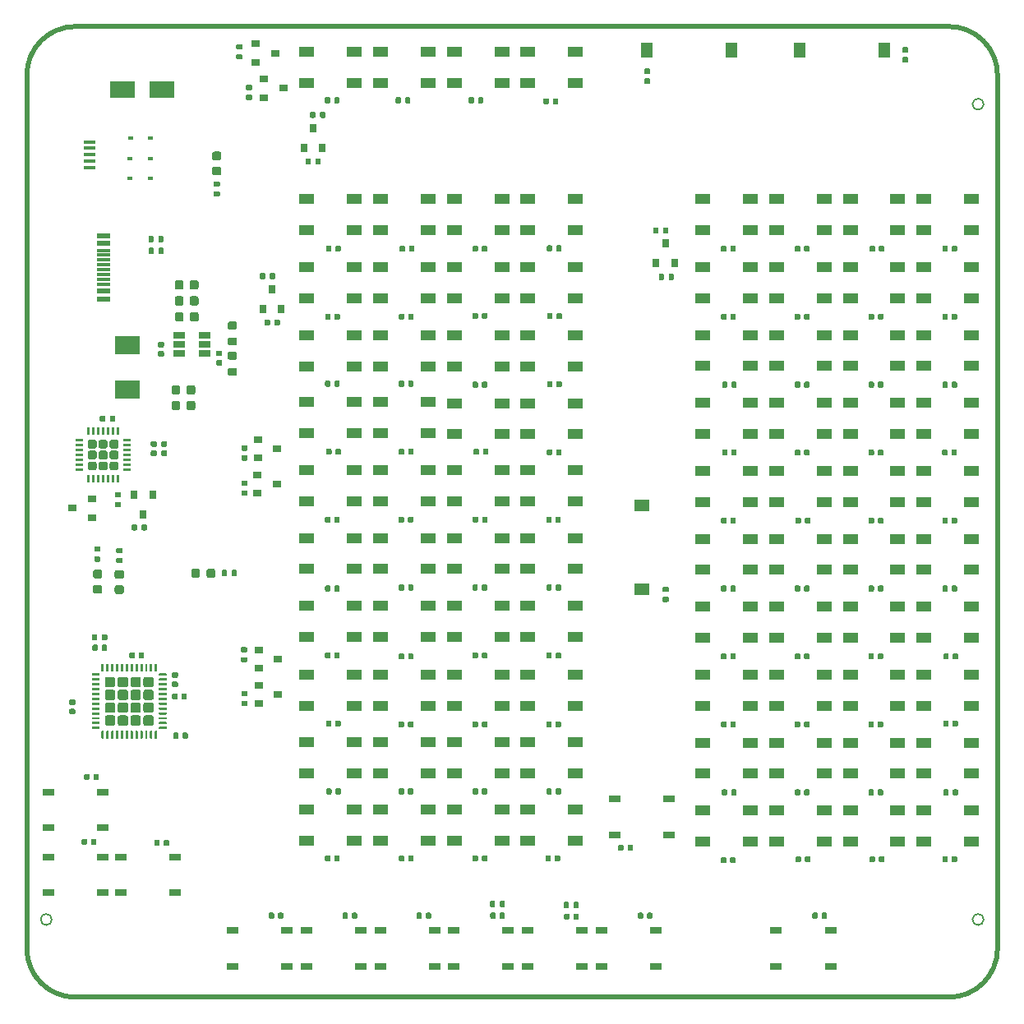
<source format=gbr>
G04 #@! TF.GenerationSoftware,KiCad,Pcbnew,5.1.5+dfsg1-2build2*
G04 #@! TF.CreationDate,2021-03-30T07:29:47+02:00*
G04 #@! TF.ProjectId,Logic_KiCad,4c6f6769-635f-44b6-9943-61642e6b6963,rev?*
G04 #@! TF.SameCoordinates,Original*
G04 #@! TF.FileFunction,Paste,Top*
G04 #@! TF.FilePolarity,Positive*
%FSLAX46Y46*%
G04 Gerber Fmt 4.6, Leading zero omitted, Abs format (unit mm)*
G04 Created by KiCad (PCBNEW 5.1.5+dfsg1-2build2) date 2021-03-30 07:29:47*
%MOMM*%
%LPD*%
G04 APERTURE LIST*
G04 #@! TA.AperFunction,Profile*
%ADD10C,0.200000*%
G04 #@! TD*
G04 #@! TA.AperFunction,Profile*
%ADD11C,0.500000*%
G04 #@! TD*
%ADD12R,1.300000X0.450000*%
%ADD13C,0.350000*%
%ADD14R,1.650000X1.200000*%
%ADD15R,1.200000X1.650000*%
%ADD16R,1.450000X0.600000*%
%ADD17R,1.450000X0.300000*%
%ADD18R,0.800000X0.900000*%
%ADD19R,2.500000X1.800000*%
%ADD20R,1.300000X0.700000*%
%ADD21R,0.900000X0.800000*%
%ADD22R,1.220000X0.650000*%
%ADD23R,2.500000X1.900000*%
%ADD24R,1.500000X1.000000*%
%ADD25R,0.600000X0.450000*%
G04 APERTURE END LIST*
D10*
X97576000Y-127000000D02*
G75*
G03X97576000Y-127000000I-576000J0D01*
G01*
X193576000Y-127000000D02*
G75*
G03X193576000Y-127000000I-576000J0D01*
G01*
X193576000Y-43000000D02*
G75*
G03X193576000Y-43000000I-576000J0D01*
G01*
D11*
X195000000Y-130000000D02*
G75*
G02X190000000Y-135000000I-5000000J0D01*
G01*
X100000000Y-135000000D02*
G75*
G02X95000000Y-130000000I0J5000000D01*
G01*
X195000000Y-40000000D02*
G75*
G03X190000000Y-35000000I-5000000J0D01*
G01*
X100000000Y-35000000D02*
G75*
G03X95000000Y-40000000I0J-5000000D01*
G01*
X100000000Y-35000000D02*
X190000000Y-35000000D01*
X95000000Y-130000000D02*
X95000000Y-40000000D01*
X190000000Y-135000000D02*
X100000000Y-135000000D01*
X195000000Y-40000000D02*
X195000000Y-130000000D01*
D12*
G04 #@! TO.C,J1*
X101500000Y-49500000D03*
X101500000Y-48850000D03*
X101500000Y-48200000D03*
X101500000Y-47550000D03*
X101500000Y-46900000D03*
G04 #@! TD*
D13*
G04 #@! TO.C,R29*
G36*
X160998232Y-93750650D02*
G01*
X161011337Y-93752594D01*
X161024188Y-93755813D01*
X161036662Y-93760276D01*
X161048639Y-93765941D01*
X161060002Y-93772752D01*
X161070643Y-93780644D01*
X161080459Y-93789541D01*
X161089356Y-93799357D01*
X161097248Y-93809998D01*
X161104059Y-93821361D01*
X161109724Y-93833338D01*
X161114187Y-93845812D01*
X161117406Y-93858663D01*
X161119350Y-93871768D01*
X161120000Y-93885000D01*
X161120000Y-94155000D01*
X161119350Y-94168232D01*
X161117406Y-94181337D01*
X161114187Y-94194188D01*
X161109724Y-94206662D01*
X161104059Y-94218639D01*
X161097248Y-94230002D01*
X161089356Y-94240643D01*
X161080459Y-94250459D01*
X161070643Y-94259356D01*
X161060002Y-94267248D01*
X161048639Y-94274059D01*
X161036662Y-94279724D01*
X161024188Y-94284187D01*
X161011337Y-94287406D01*
X160998232Y-94289350D01*
X160985000Y-94290000D01*
X160615000Y-94290000D01*
X160601768Y-94289350D01*
X160588663Y-94287406D01*
X160575812Y-94284187D01*
X160563338Y-94279724D01*
X160551361Y-94274059D01*
X160539998Y-94267248D01*
X160529357Y-94259356D01*
X160519541Y-94250459D01*
X160510644Y-94240643D01*
X160502752Y-94230002D01*
X160495941Y-94218639D01*
X160490276Y-94206662D01*
X160485813Y-94194188D01*
X160482594Y-94181337D01*
X160480650Y-94168232D01*
X160480000Y-94155000D01*
X160480000Y-93885000D01*
X160480650Y-93871768D01*
X160482594Y-93858663D01*
X160485813Y-93845812D01*
X160490276Y-93833338D01*
X160495941Y-93821361D01*
X160502752Y-93809998D01*
X160510644Y-93799357D01*
X160519541Y-93789541D01*
X160529357Y-93780644D01*
X160539998Y-93772752D01*
X160551361Y-93765941D01*
X160563338Y-93760276D01*
X160575812Y-93755813D01*
X160588663Y-93752594D01*
X160601768Y-93750650D01*
X160615000Y-93750000D01*
X160985000Y-93750000D01*
X160998232Y-93750650D01*
G37*
G36*
X160998232Y-92730650D02*
G01*
X161011337Y-92732594D01*
X161024188Y-92735813D01*
X161036662Y-92740276D01*
X161048639Y-92745941D01*
X161060002Y-92752752D01*
X161070643Y-92760644D01*
X161080459Y-92769541D01*
X161089356Y-92779357D01*
X161097248Y-92789998D01*
X161104059Y-92801361D01*
X161109724Y-92813338D01*
X161114187Y-92825812D01*
X161117406Y-92838663D01*
X161119350Y-92851768D01*
X161120000Y-92865000D01*
X161120000Y-93135000D01*
X161119350Y-93148232D01*
X161117406Y-93161337D01*
X161114187Y-93174188D01*
X161109724Y-93186662D01*
X161104059Y-93198639D01*
X161097248Y-93210002D01*
X161089356Y-93220643D01*
X161080459Y-93230459D01*
X161070643Y-93239356D01*
X161060002Y-93247248D01*
X161048639Y-93254059D01*
X161036662Y-93259724D01*
X161024188Y-93264187D01*
X161011337Y-93267406D01*
X160998232Y-93269350D01*
X160985000Y-93270000D01*
X160615000Y-93270000D01*
X160601768Y-93269350D01*
X160588663Y-93267406D01*
X160575812Y-93264187D01*
X160563338Y-93259724D01*
X160551361Y-93254059D01*
X160539998Y-93247248D01*
X160529357Y-93239356D01*
X160519541Y-93230459D01*
X160510644Y-93220643D01*
X160502752Y-93210002D01*
X160495941Y-93198639D01*
X160490276Y-93186662D01*
X160485813Y-93174188D01*
X160482594Y-93161337D01*
X160480650Y-93148232D01*
X160480000Y-93135000D01*
X160480000Y-92865000D01*
X160480650Y-92851768D01*
X160482594Y-92838663D01*
X160485813Y-92825812D01*
X160490276Y-92813338D01*
X160495941Y-92801361D01*
X160502752Y-92789998D01*
X160510644Y-92779357D01*
X160519541Y-92769541D01*
X160529357Y-92760644D01*
X160539998Y-92752752D01*
X160551361Y-92745941D01*
X160563338Y-92740276D01*
X160575812Y-92735813D01*
X160588663Y-92732594D01*
X160601768Y-92730650D01*
X160615000Y-92730000D01*
X160985000Y-92730000D01*
X160998232Y-92730650D01*
G37*
G04 #@! TD*
G04 #@! TO.C,R28*
G36*
X159098232Y-40350650D02*
G01*
X159111337Y-40352594D01*
X159124188Y-40355813D01*
X159136662Y-40360276D01*
X159148639Y-40365941D01*
X159160002Y-40372752D01*
X159170643Y-40380644D01*
X159180459Y-40389541D01*
X159189356Y-40399357D01*
X159197248Y-40409998D01*
X159204059Y-40421361D01*
X159209724Y-40433338D01*
X159214187Y-40445812D01*
X159217406Y-40458663D01*
X159219350Y-40471768D01*
X159220000Y-40485000D01*
X159220000Y-40755000D01*
X159219350Y-40768232D01*
X159217406Y-40781337D01*
X159214187Y-40794188D01*
X159209724Y-40806662D01*
X159204059Y-40818639D01*
X159197248Y-40830002D01*
X159189356Y-40840643D01*
X159180459Y-40850459D01*
X159170643Y-40859356D01*
X159160002Y-40867248D01*
X159148639Y-40874059D01*
X159136662Y-40879724D01*
X159124188Y-40884187D01*
X159111337Y-40887406D01*
X159098232Y-40889350D01*
X159085000Y-40890000D01*
X158715000Y-40890000D01*
X158701768Y-40889350D01*
X158688663Y-40887406D01*
X158675812Y-40884187D01*
X158663338Y-40879724D01*
X158651361Y-40874059D01*
X158639998Y-40867248D01*
X158629357Y-40859356D01*
X158619541Y-40850459D01*
X158610644Y-40840643D01*
X158602752Y-40830002D01*
X158595941Y-40818639D01*
X158590276Y-40806662D01*
X158585813Y-40794188D01*
X158582594Y-40781337D01*
X158580650Y-40768232D01*
X158580000Y-40755000D01*
X158580000Y-40485000D01*
X158580650Y-40471768D01*
X158582594Y-40458663D01*
X158585813Y-40445812D01*
X158590276Y-40433338D01*
X158595941Y-40421361D01*
X158602752Y-40409998D01*
X158610644Y-40399357D01*
X158619541Y-40389541D01*
X158629357Y-40380644D01*
X158639998Y-40372752D01*
X158651361Y-40365941D01*
X158663338Y-40360276D01*
X158675812Y-40355813D01*
X158688663Y-40352594D01*
X158701768Y-40350650D01*
X158715000Y-40350000D01*
X159085000Y-40350000D01*
X159098232Y-40350650D01*
G37*
G36*
X159098232Y-39330650D02*
G01*
X159111337Y-39332594D01*
X159124188Y-39335813D01*
X159136662Y-39340276D01*
X159148639Y-39345941D01*
X159160002Y-39352752D01*
X159170643Y-39360644D01*
X159180459Y-39369541D01*
X159189356Y-39379357D01*
X159197248Y-39389998D01*
X159204059Y-39401361D01*
X159209724Y-39413338D01*
X159214187Y-39425812D01*
X159217406Y-39438663D01*
X159219350Y-39451768D01*
X159220000Y-39465000D01*
X159220000Y-39735000D01*
X159219350Y-39748232D01*
X159217406Y-39761337D01*
X159214187Y-39774188D01*
X159209724Y-39786662D01*
X159204059Y-39798639D01*
X159197248Y-39810002D01*
X159189356Y-39820643D01*
X159180459Y-39830459D01*
X159170643Y-39839356D01*
X159160002Y-39847248D01*
X159148639Y-39854059D01*
X159136662Y-39859724D01*
X159124188Y-39864187D01*
X159111337Y-39867406D01*
X159098232Y-39869350D01*
X159085000Y-39870000D01*
X158715000Y-39870000D01*
X158701768Y-39869350D01*
X158688663Y-39867406D01*
X158675812Y-39864187D01*
X158663338Y-39859724D01*
X158651361Y-39854059D01*
X158639998Y-39847248D01*
X158629357Y-39839356D01*
X158619541Y-39830459D01*
X158610644Y-39820643D01*
X158602752Y-39810002D01*
X158595941Y-39798639D01*
X158590276Y-39786662D01*
X158585813Y-39774188D01*
X158582594Y-39761337D01*
X158580650Y-39748232D01*
X158580000Y-39735000D01*
X158580000Y-39465000D01*
X158580650Y-39451768D01*
X158582594Y-39438663D01*
X158585813Y-39425812D01*
X158590276Y-39413338D01*
X158595941Y-39401361D01*
X158602752Y-39389998D01*
X158610644Y-39379357D01*
X158619541Y-39369541D01*
X158629357Y-39360644D01*
X158639998Y-39352752D01*
X158651361Y-39345941D01*
X158663338Y-39340276D01*
X158675812Y-39335813D01*
X158688663Y-39332594D01*
X158701768Y-39330650D01*
X158715000Y-39330000D01*
X159085000Y-39330000D01*
X159098232Y-39330650D01*
G37*
G04 #@! TD*
G04 #@! TO.C,R27*
G36*
X185698232Y-38150650D02*
G01*
X185711337Y-38152594D01*
X185724188Y-38155813D01*
X185736662Y-38160276D01*
X185748639Y-38165941D01*
X185760002Y-38172752D01*
X185770643Y-38180644D01*
X185780459Y-38189541D01*
X185789356Y-38199357D01*
X185797248Y-38209998D01*
X185804059Y-38221361D01*
X185809724Y-38233338D01*
X185814187Y-38245812D01*
X185817406Y-38258663D01*
X185819350Y-38271768D01*
X185820000Y-38285000D01*
X185820000Y-38555000D01*
X185819350Y-38568232D01*
X185817406Y-38581337D01*
X185814187Y-38594188D01*
X185809724Y-38606662D01*
X185804059Y-38618639D01*
X185797248Y-38630002D01*
X185789356Y-38640643D01*
X185780459Y-38650459D01*
X185770643Y-38659356D01*
X185760002Y-38667248D01*
X185748639Y-38674059D01*
X185736662Y-38679724D01*
X185724188Y-38684187D01*
X185711337Y-38687406D01*
X185698232Y-38689350D01*
X185685000Y-38690000D01*
X185315000Y-38690000D01*
X185301768Y-38689350D01*
X185288663Y-38687406D01*
X185275812Y-38684187D01*
X185263338Y-38679724D01*
X185251361Y-38674059D01*
X185239998Y-38667248D01*
X185229357Y-38659356D01*
X185219541Y-38650459D01*
X185210644Y-38640643D01*
X185202752Y-38630002D01*
X185195941Y-38618639D01*
X185190276Y-38606662D01*
X185185813Y-38594188D01*
X185182594Y-38581337D01*
X185180650Y-38568232D01*
X185180000Y-38555000D01*
X185180000Y-38285000D01*
X185180650Y-38271768D01*
X185182594Y-38258663D01*
X185185813Y-38245812D01*
X185190276Y-38233338D01*
X185195941Y-38221361D01*
X185202752Y-38209998D01*
X185210644Y-38199357D01*
X185219541Y-38189541D01*
X185229357Y-38180644D01*
X185239998Y-38172752D01*
X185251361Y-38165941D01*
X185263338Y-38160276D01*
X185275812Y-38155813D01*
X185288663Y-38152594D01*
X185301768Y-38150650D01*
X185315000Y-38150000D01*
X185685000Y-38150000D01*
X185698232Y-38150650D01*
G37*
G36*
X185698232Y-37130650D02*
G01*
X185711337Y-37132594D01*
X185724188Y-37135813D01*
X185736662Y-37140276D01*
X185748639Y-37145941D01*
X185760002Y-37152752D01*
X185770643Y-37160644D01*
X185780459Y-37169541D01*
X185789356Y-37179357D01*
X185797248Y-37189998D01*
X185804059Y-37201361D01*
X185809724Y-37213338D01*
X185814187Y-37225812D01*
X185817406Y-37238663D01*
X185819350Y-37251768D01*
X185820000Y-37265000D01*
X185820000Y-37535000D01*
X185819350Y-37548232D01*
X185817406Y-37561337D01*
X185814187Y-37574188D01*
X185809724Y-37586662D01*
X185804059Y-37598639D01*
X185797248Y-37610002D01*
X185789356Y-37620643D01*
X185780459Y-37630459D01*
X185770643Y-37639356D01*
X185760002Y-37647248D01*
X185748639Y-37654059D01*
X185736662Y-37659724D01*
X185724188Y-37664187D01*
X185711337Y-37667406D01*
X185698232Y-37669350D01*
X185685000Y-37670000D01*
X185315000Y-37670000D01*
X185301768Y-37669350D01*
X185288663Y-37667406D01*
X185275812Y-37664187D01*
X185263338Y-37659724D01*
X185251361Y-37654059D01*
X185239998Y-37647248D01*
X185229357Y-37639356D01*
X185219541Y-37630459D01*
X185210644Y-37620643D01*
X185202752Y-37610002D01*
X185195941Y-37598639D01*
X185190276Y-37586662D01*
X185185813Y-37574188D01*
X185182594Y-37561337D01*
X185180650Y-37548232D01*
X185180000Y-37535000D01*
X185180000Y-37265000D01*
X185180650Y-37251768D01*
X185182594Y-37238663D01*
X185185813Y-37225812D01*
X185190276Y-37213338D01*
X185195941Y-37201361D01*
X185202752Y-37189998D01*
X185210644Y-37179357D01*
X185219541Y-37169541D01*
X185229357Y-37160644D01*
X185239998Y-37152752D01*
X185251361Y-37145941D01*
X185263338Y-37140276D01*
X185275812Y-37135813D01*
X185288663Y-37132594D01*
X185301768Y-37130650D01*
X185315000Y-37130000D01*
X185685000Y-37130000D01*
X185698232Y-37130650D01*
G37*
G04 #@! TD*
D14*
G04 #@! TO.C,SW15*
X158380000Y-84350000D03*
X158380000Y-93000000D03*
G04 #@! TD*
D15*
G04 #@! TO.C,SW13*
X174650000Y-37400000D03*
X183300000Y-37400000D03*
G04 #@! TD*
G04 #@! TO.C,SW14*
X167550000Y-37400000D03*
X158900000Y-37400000D03*
G04 #@! TD*
D13*
G04 #@! TO.C,R26*
G36*
X107948232Y-57780650D02*
G01*
X107961337Y-57782594D01*
X107974188Y-57785813D01*
X107986662Y-57790276D01*
X107998639Y-57795941D01*
X108010002Y-57802752D01*
X108020643Y-57810644D01*
X108030459Y-57819541D01*
X108039356Y-57829357D01*
X108047248Y-57839998D01*
X108054059Y-57851361D01*
X108059724Y-57863338D01*
X108064187Y-57875812D01*
X108067406Y-57888663D01*
X108069350Y-57901768D01*
X108070000Y-57915000D01*
X108070000Y-58285000D01*
X108069350Y-58298232D01*
X108067406Y-58311337D01*
X108064187Y-58324188D01*
X108059724Y-58336662D01*
X108054059Y-58348639D01*
X108047248Y-58360002D01*
X108039356Y-58370643D01*
X108030459Y-58380459D01*
X108020643Y-58389356D01*
X108010002Y-58397248D01*
X107998639Y-58404059D01*
X107986662Y-58409724D01*
X107974188Y-58414187D01*
X107961337Y-58417406D01*
X107948232Y-58419350D01*
X107935000Y-58420000D01*
X107665000Y-58420000D01*
X107651768Y-58419350D01*
X107638663Y-58417406D01*
X107625812Y-58414187D01*
X107613338Y-58409724D01*
X107601361Y-58404059D01*
X107589998Y-58397248D01*
X107579357Y-58389356D01*
X107569541Y-58380459D01*
X107560644Y-58370643D01*
X107552752Y-58360002D01*
X107545941Y-58348639D01*
X107540276Y-58336662D01*
X107535813Y-58324188D01*
X107532594Y-58311337D01*
X107530650Y-58298232D01*
X107530000Y-58285000D01*
X107530000Y-57915000D01*
X107530650Y-57901768D01*
X107532594Y-57888663D01*
X107535813Y-57875812D01*
X107540276Y-57863338D01*
X107545941Y-57851361D01*
X107552752Y-57839998D01*
X107560644Y-57829357D01*
X107569541Y-57819541D01*
X107579357Y-57810644D01*
X107589998Y-57802752D01*
X107601361Y-57795941D01*
X107613338Y-57790276D01*
X107625812Y-57785813D01*
X107638663Y-57782594D01*
X107651768Y-57780650D01*
X107665000Y-57780000D01*
X107935000Y-57780000D01*
X107948232Y-57780650D01*
G37*
G36*
X108968232Y-57780650D02*
G01*
X108981337Y-57782594D01*
X108994188Y-57785813D01*
X109006662Y-57790276D01*
X109018639Y-57795941D01*
X109030002Y-57802752D01*
X109040643Y-57810644D01*
X109050459Y-57819541D01*
X109059356Y-57829357D01*
X109067248Y-57839998D01*
X109074059Y-57851361D01*
X109079724Y-57863338D01*
X109084187Y-57875812D01*
X109087406Y-57888663D01*
X109089350Y-57901768D01*
X109090000Y-57915000D01*
X109090000Y-58285000D01*
X109089350Y-58298232D01*
X109087406Y-58311337D01*
X109084187Y-58324188D01*
X109079724Y-58336662D01*
X109074059Y-58348639D01*
X109067248Y-58360002D01*
X109059356Y-58370643D01*
X109050459Y-58380459D01*
X109040643Y-58389356D01*
X109030002Y-58397248D01*
X109018639Y-58404059D01*
X109006662Y-58409724D01*
X108994188Y-58414187D01*
X108981337Y-58417406D01*
X108968232Y-58419350D01*
X108955000Y-58420000D01*
X108685000Y-58420000D01*
X108671768Y-58419350D01*
X108658663Y-58417406D01*
X108645812Y-58414187D01*
X108633338Y-58409724D01*
X108621361Y-58404059D01*
X108609998Y-58397248D01*
X108599357Y-58389356D01*
X108589541Y-58380459D01*
X108580644Y-58370643D01*
X108572752Y-58360002D01*
X108565941Y-58348639D01*
X108560276Y-58336662D01*
X108555813Y-58324188D01*
X108552594Y-58311337D01*
X108550650Y-58298232D01*
X108550000Y-58285000D01*
X108550000Y-57915000D01*
X108550650Y-57901768D01*
X108552594Y-57888663D01*
X108555813Y-57875812D01*
X108560276Y-57863338D01*
X108565941Y-57851361D01*
X108572752Y-57839998D01*
X108580644Y-57829357D01*
X108589541Y-57819541D01*
X108599357Y-57810644D01*
X108609998Y-57802752D01*
X108621361Y-57795941D01*
X108633338Y-57790276D01*
X108645812Y-57785813D01*
X108658663Y-57782594D01*
X108671768Y-57780650D01*
X108685000Y-57780000D01*
X108955000Y-57780000D01*
X108968232Y-57780650D01*
G37*
G04 #@! TD*
G04 #@! TO.C,R25*
G36*
X107948232Y-56580650D02*
G01*
X107961337Y-56582594D01*
X107974188Y-56585813D01*
X107986662Y-56590276D01*
X107998639Y-56595941D01*
X108010002Y-56602752D01*
X108020643Y-56610644D01*
X108030459Y-56619541D01*
X108039356Y-56629357D01*
X108047248Y-56639998D01*
X108054059Y-56651361D01*
X108059724Y-56663338D01*
X108064187Y-56675812D01*
X108067406Y-56688663D01*
X108069350Y-56701768D01*
X108070000Y-56715000D01*
X108070000Y-57085000D01*
X108069350Y-57098232D01*
X108067406Y-57111337D01*
X108064187Y-57124188D01*
X108059724Y-57136662D01*
X108054059Y-57148639D01*
X108047248Y-57160002D01*
X108039356Y-57170643D01*
X108030459Y-57180459D01*
X108020643Y-57189356D01*
X108010002Y-57197248D01*
X107998639Y-57204059D01*
X107986662Y-57209724D01*
X107974188Y-57214187D01*
X107961337Y-57217406D01*
X107948232Y-57219350D01*
X107935000Y-57220000D01*
X107665000Y-57220000D01*
X107651768Y-57219350D01*
X107638663Y-57217406D01*
X107625812Y-57214187D01*
X107613338Y-57209724D01*
X107601361Y-57204059D01*
X107589998Y-57197248D01*
X107579357Y-57189356D01*
X107569541Y-57180459D01*
X107560644Y-57170643D01*
X107552752Y-57160002D01*
X107545941Y-57148639D01*
X107540276Y-57136662D01*
X107535813Y-57124188D01*
X107532594Y-57111337D01*
X107530650Y-57098232D01*
X107530000Y-57085000D01*
X107530000Y-56715000D01*
X107530650Y-56701768D01*
X107532594Y-56688663D01*
X107535813Y-56675812D01*
X107540276Y-56663338D01*
X107545941Y-56651361D01*
X107552752Y-56639998D01*
X107560644Y-56629357D01*
X107569541Y-56619541D01*
X107579357Y-56610644D01*
X107589998Y-56602752D01*
X107601361Y-56595941D01*
X107613338Y-56590276D01*
X107625812Y-56585813D01*
X107638663Y-56582594D01*
X107651768Y-56580650D01*
X107665000Y-56580000D01*
X107935000Y-56580000D01*
X107948232Y-56580650D01*
G37*
G36*
X108968232Y-56580650D02*
G01*
X108981337Y-56582594D01*
X108994188Y-56585813D01*
X109006662Y-56590276D01*
X109018639Y-56595941D01*
X109030002Y-56602752D01*
X109040643Y-56610644D01*
X109050459Y-56619541D01*
X109059356Y-56629357D01*
X109067248Y-56639998D01*
X109074059Y-56651361D01*
X109079724Y-56663338D01*
X109084187Y-56675812D01*
X109087406Y-56688663D01*
X109089350Y-56701768D01*
X109090000Y-56715000D01*
X109090000Y-57085000D01*
X109089350Y-57098232D01*
X109087406Y-57111337D01*
X109084187Y-57124188D01*
X109079724Y-57136662D01*
X109074059Y-57148639D01*
X109067248Y-57160002D01*
X109059356Y-57170643D01*
X109050459Y-57180459D01*
X109040643Y-57189356D01*
X109030002Y-57197248D01*
X109018639Y-57204059D01*
X109006662Y-57209724D01*
X108994188Y-57214187D01*
X108981337Y-57217406D01*
X108968232Y-57219350D01*
X108955000Y-57220000D01*
X108685000Y-57220000D01*
X108671768Y-57219350D01*
X108658663Y-57217406D01*
X108645812Y-57214187D01*
X108633338Y-57209724D01*
X108621361Y-57204059D01*
X108609998Y-57197248D01*
X108599357Y-57189356D01*
X108589541Y-57180459D01*
X108580644Y-57170643D01*
X108572752Y-57160002D01*
X108565941Y-57148639D01*
X108560276Y-57136662D01*
X108555813Y-57124188D01*
X108552594Y-57111337D01*
X108550650Y-57098232D01*
X108550000Y-57085000D01*
X108550000Y-56715000D01*
X108550650Y-56701768D01*
X108552594Y-56688663D01*
X108555813Y-56675812D01*
X108560276Y-56663338D01*
X108565941Y-56651361D01*
X108572752Y-56639998D01*
X108580644Y-56629357D01*
X108589541Y-56619541D01*
X108599357Y-56610644D01*
X108609998Y-56602752D01*
X108621361Y-56595941D01*
X108633338Y-56590276D01*
X108645812Y-56585813D01*
X108658663Y-56582594D01*
X108671768Y-56580650D01*
X108685000Y-56580000D01*
X108955000Y-56580000D01*
X108968232Y-56580650D01*
G37*
G04 #@! TD*
D16*
G04 #@! TO.C,J2*
X102945000Y-63050000D03*
X102945000Y-62250000D03*
X102945000Y-57350000D03*
X102945000Y-56550000D03*
X102945000Y-56550000D03*
X102945000Y-57350000D03*
X102945000Y-62250000D03*
X102945000Y-63050000D03*
D17*
X102945000Y-58050000D03*
X102945000Y-58550000D03*
X102945000Y-59050000D03*
X102945000Y-60050000D03*
X102945000Y-60550000D03*
X102945000Y-61050000D03*
X102945000Y-61550000D03*
X102945000Y-59550000D03*
G04 #@! TD*
D13*
G04 #@! TO.C,R24*
G36*
X124608232Y-43780650D02*
G01*
X124621337Y-43782594D01*
X124634188Y-43785813D01*
X124646662Y-43790276D01*
X124658639Y-43795941D01*
X124670002Y-43802752D01*
X124680643Y-43810644D01*
X124690459Y-43819541D01*
X124699356Y-43829357D01*
X124707248Y-43839998D01*
X124714059Y-43851361D01*
X124719724Y-43863338D01*
X124724187Y-43875812D01*
X124727406Y-43888663D01*
X124729350Y-43901768D01*
X124730000Y-43915000D01*
X124730000Y-44285000D01*
X124729350Y-44298232D01*
X124727406Y-44311337D01*
X124724187Y-44324188D01*
X124719724Y-44336662D01*
X124714059Y-44348639D01*
X124707248Y-44360002D01*
X124699356Y-44370643D01*
X124690459Y-44380459D01*
X124680643Y-44389356D01*
X124670002Y-44397248D01*
X124658639Y-44404059D01*
X124646662Y-44409724D01*
X124634188Y-44414187D01*
X124621337Y-44417406D01*
X124608232Y-44419350D01*
X124595000Y-44420000D01*
X124325000Y-44420000D01*
X124311768Y-44419350D01*
X124298663Y-44417406D01*
X124285812Y-44414187D01*
X124273338Y-44409724D01*
X124261361Y-44404059D01*
X124249998Y-44397248D01*
X124239357Y-44389356D01*
X124229541Y-44380459D01*
X124220644Y-44370643D01*
X124212752Y-44360002D01*
X124205941Y-44348639D01*
X124200276Y-44336662D01*
X124195813Y-44324188D01*
X124192594Y-44311337D01*
X124190650Y-44298232D01*
X124190000Y-44285000D01*
X124190000Y-43915000D01*
X124190650Y-43901768D01*
X124192594Y-43888663D01*
X124195813Y-43875812D01*
X124200276Y-43863338D01*
X124205941Y-43851361D01*
X124212752Y-43839998D01*
X124220644Y-43829357D01*
X124229541Y-43819541D01*
X124239357Y-43810644D01*
X124249998Y-43802752D01*
X124261361Y-43795941D01*
X124273338Y-43790276D01*
X124285812Y-43785813D01*
X124298663Y-43782594D01*
X124311768Y-43780650D01*
X124325000Y-43780000D01*
X124595000Y-43780000D01*
X124608232Y-43780650D01*
G37*
G36*
X125628232Y-43780650D02*
G01*
X125641337Y-43782594D01*
X125654188Y-43785813D01*
X125666662Y-43790276D01*
X125678639Y-43795941D01*
X125690002Y-43802752D01*
X125700643Y-43810644D01*
X125710459Y-43819541D01*
X125719356Y-43829357D01*
X125727248Y-43839998D01*
X125734059Y-43851361D01*
X125739724Y-43863338D01*
X125744187Y-43875812D01*
X125747406Y-43888663D01*
X125749350Y-43901768D01*
X125750000Y-43915000D01*
X125750000Y-44285000D01*
X125749350Y-44298232D01*
X125747406Y-44311337D01*
X125744187Y-44324188D01*
X125739724Y-44336662D01*
X125734059Y-44348639D01*
X125727248Y-44360002D01*
X125719356Y-44370643D01*
X125710459Y-44380459D01*
X125700643Y-44389356D01*
X125690002Y-44397248D01*
X125678639Y-44404059D01*
X125666662Y-44409724D01*
X125654188Y-44414187D01*
X125641337Y-44417406D01*
X125628232Y-44419350D01*
X125615000Y-44420000D01*
X125345000Y-44420000D01*
X125331768Y-44419350D01*
X125318663Y-44417406D01*
X125305812Y-44414187D01*
X125293338Y-44409724D01*
X125281361Y-44404059D01*
X125269998Y-44397248D01*
X125259357Y-44389356D01*
X125249541Y-44380459D01*
X125240644Y-44370643D01*
X125232752Y-44360002D01*
X125225941Y-44348639D01*
X125220276Y-44336662D01*
X125215813Y-44324188D01*
X125212594Y-44311337D01*
X125210650Y-44298232D01*
X125210000Y-44285000D01*
X125210000Y-43915000D01*
X125210650Y-43901768D01*
X125212594Y-43888663D01*
X125215813Y-43875812D01*
X125220276Y-43863338D01*
X125225941Y-43851361D01*
X125232752Y-43839998D01*
X125240644Y-43829357D01*
X125249541Y-43819541D01*
X125259357Y-43810644D01*
X125269998Y-43802752D01*
X125281361Y-43795941D01*
X125293338Y-43790276D01*
X125305812Y-43785813D01*
X125318663Y-43782594D01*
X125331768Y-43780650D01*
X125345000Y-43780000D01*
X125615000Y-43780000D01*
X125628232Y-43780650D01*
G37*
G04 #@! TD*
G04 #@! TO.C,R23*
G36*
X125148232Y-48580650D02*
G01*
X125161337Y-48582594D01*
X125174188Y-48585813D01*
X125186662Y-48590276D01*
X125198639Y-48595941D01*
X125210002Y-48602752D01*
X125220643Y-48610644D01*
X125230459Y-48619541D01*
X125239356Y-48629357D01*
X125247248Y-48639998D01*
X125254059Y-48651361D01*
X125259724Y-48663338D01*
X125264187Y-48675812D01*
X125267406Y-48688663D01*
X125269350Y-48701768D01*
X125270000Y-48715000D01*
X125270000Y-49085000D01*
X125269350Y-49098232D01*
X125267406Y-49111337D01*
X125264187Y-49124188D01*
X125259724Y-49136662D01*
X125254059Y-49148639D01*
X125247248Y-49160002D01*
X125239356Y-49170643D01*
X125230459Y-49180459D01*
X125220643Y-49189356D01*
X125210002Y-49197248D01*
X125198639Y-49204059D01*
X125186662Y-49209724D01*
X125174188Y-49214187D01*
X125161337Y-49217406D01*
X125148232Y-49219350D01*
X125135000Y-49220000D01*
X124865000Y-49220000D01*
X124851768Y-49219350D01*
X124838663Y-49217406D01*
X124825812Y-49214187D01*
X124813338Y-49209724D01*
X124801361Y-49204059D01*
X124789998Y-49197248D01*
X124779357Y-49189356D01*
X124769541Y-49180459D01*
X124760644Y-49170643D01*
X124752752Y-49160002D01*
X124745941Y-49148639D01*
X124740276Y-49136662D01*
X124735813Y-49124188D01*
X124732594Y-49111337D01*
X124730650Y-49098232D01*
X124730000Y-49085000D01*
X124730000Y-48715000D01*
X124730650Y-48701768D01*
X124732594Y-48688663D01*
X124735813Y-48675812D01*
X124740276Y-48663338D01*
X124745941Y-48651361D01*
X124752752Y-48639998D01*
X124760644Y-48629357D01*
X124769541Y-48619541D01*
X124779357Y-48610644D01*
X124789998Y-48602752D01*
X124801361Y-48595941D01*
X124813338Y-48590276D01*
X124825812Y-48585813D01*
X124838663Y-48582594D01*
X124851768Y-48580650D01*
X124865000Y-48580000D01*
X125135000Y-48580000D01*
X125148232Y-48580650D01*
G37*
G36*
X124128232Y-48580650D02*
G01*
X124141337Y-48582594D01*
X124154188Y-48585813D01*
X124166662Y-48590276D01*
X124178639Y-48595941D01*
X124190002Y-48602752D01*
X124200643Y-48610644D01*
X124210459Y-48619541D01*
X124219356Y-48629357D01*
X124227248Y-48639998D01*
X124234059Y-48651361D01*
X124239724Y-48663338D01*
X124244187Y-48675812D01*
X124247406Y-48688663D01*
X124249350Y-48701768D01*
X124250000Y-48715000D01*
X124250000Y-49085000D01*
X124249350Y-49098232D01*
X124247406Y-49111337D01*
X124244187Y-49124188D01*
X124239724Y-49136662D01*
X124234059Y-49148639D01*
X124227248Y-49160002D01*
X124219356Y-49170643D01*
X124210459Y-49180459D01*
X124200643Y-49189356D01*
X124190002Y-49197248D01*
X124178639Y-49204059D01*
X124166662Y-49209724D01*
X124154188Y-49214187D01*
X124141337Y-49217406D01*
X124128232Y-49219350D01*
X124115000Y-49220000D01*
X123845000Y-49220000D01*
X123831768Y-49219350D01*
X123818663Y-49217406D01*
X123805812Y-49214187D01*
X123793338Y-49209724D01*
X123781361Y-49204059D01*
X123769998Y-49197248D01*
X123759357Y-49189356D01*
X123749541Y-49180459D01*
X123740644Y-49170643D01*
X123732752Y-49160002D01*
X123725941Y-49148639D01*
X123720276Y-49136662D01*
X123715813Y-49124188D01*
X123712594Y-49111337D01*
X123710650Y-49098232D01*
X123710000Y-49085000D01*
X123710000Y-48715000D01*
X123710650Y-48701768D01*
X123712594Y-48688663D01*
X123715813Y-48675812D01*
X123720276Y-48663338D01*
X123725941Y-48651361D01*
X123732752Y-48639998D01*
X123740644Y-48629357D01*
X123749541Y-48619541D01*
X123759357Y-48610644D01*
X123769998Y-48602752D01*
X123781361Y-48595941D01*
X123793338Y-48590276D01*
X123805812Y-48585813D01*
X123818663Y-48582594D01*
X123831768Y-48580650D01*
X123845000Y-48580000D01*
X124115000Y-48580000D01*
X124128232Y-48580650D01*
G37*
G04 #@! TD*
G04 #@! TO.C,R22*
G36*
X160948232Y-55680650D02*
G01*
X160961337Y-55682594D01*
X160974188Y-55685813D01*
X160986662Y-55690276D01*
X160998639Y-55695941D01*
X161010002Y-55702752D01*
X161020643Y-55710644D01*
X161030459Y-55719541D01*
X161039356Y-55729357D01*
X161047248Y-55739998D01*
X161054059Y-55751361D01*
X161059724Y-55763338D01*
X161064187Y-55775812D01*
X161067406Y-55788663D01*
X161069350Y-55801768D01*
X161070000Y-55815000D01*
X161070000Y-56185000D01*
X161069350Y-56198232D01*
X161067406Y-56211337D01*
X161064187Y-56224188D01*
X161059724Y-56236662D01*
X161054059Y-56248639D01*
X161047248Y-56260002D01*
X161039356Y-56270643D01*
X161030459Y-56280459D01*
X161020643Y-56289356D01*
X161010002Y-56297248D01*
X160998639Y-56304059D01*
X160986662Y-56309724D01*
X160974188Y-56314187D01*
X160961337Y-56317406D01*
X160948232Y-56319350D01*
X160935000Y-56320000D01*
X160665000Y-56320000D01*
X160651768Y-56319350D01*
X160638663Y-56317406D01*
X160625812Y-56314187D01*
X160613338Y-56309724D01*
X160601361Y-56304059D01*
X160589998Y-56297248D01*
X160579357Y-56289356D01*
X160569541Y-56280459D01*
X160560644Y-56270643D01*
X160552752Y-56260002D01*
X160545941Y-56248639D01*
X160540276Y-56236662D01*
X160535813Y-56224188D01*
X160532594Y-56211337D01*
X160530650Y-56198232D01*
X160530000Y-56185000D01*
X160530000Y-55815000D01*
X160530650Y-55801768D01*
X160532594Y-55788663D01*
X160535813Y-55775812D01*
X160540276Y-55763338D01*
X160545941Y-55751361D01*
X160552752Y-55739998D01*
X160560644Y-55729357D01*
X160569541Y-55719541D01*
X160579357Y-55710644D01*
X160589998Y-55702752D01*
X160601361Y-55695941D01*
X160613338Y-55690276D01*
X160625812Y-55685813D01*
X160638663Y-55682594D01*
X160651768Y-55680650D01*
X160665000Y-55680000D01*
X160935000Y-55680000D01*
X160948232Y-55680650D01*
G37*
G36*
X159928232Y-55680650D02*
G01*
X159941337Y-55682594D01*
X159954188Y-55685813D01*
X159966662Y-55690276D01*
X159978639Y-55695941D01*
X159990002Y-55702752D01*
X160000643Y-55710644D01*
X160010459Y-55719541D01*
X160019356Y-55729357D01*
X160027248Y-55739998D01*
X160034059Y-55751361D01*
X160039724Y-55763338D01*
X160044187Y-55775812D01*
X160047406Y-55788663D01*
X160049350Y-55801768D01*
X160050000Y-55815000D01*
X160050000Y-56185000D01*
X160049350Y-56198232D01*
X160047406Y-56211337D01*
X160044187Y-56224188D01*
X160039724Y-56236662D01*
X160034059Y-56248639D01*
X160027248Y-56260002D01*
X160019356Y-56270643D01*
X160010459Y-56280459D01*
X160000643Y-56289356D01*
X159990002Y-56297248D01*
X159978639Y-56304059D01*
X159966662Y-56309724D01*
X159954188Y-56314187D01*
X159941337Y-56317406D01*
X159928232Y-56319350D01*
X159915000Y-56320000D01*
X159645000Y-56320000D01*
X159631768Y-56319350D01*
X159618663Y-56317406D01*
X159605812Y-56314187D01*
X159593338Y-56309724D01*
X159581361Y-56304059D01*
X159569998Y-56297248D01*
X159559357Y-56289356D01*
X159549541Y-56280459D01*
X159540644Y-56270643D01*
X159532752Y-56260002D01*
X159525941Y-56248639D01*
X159520276Y-56236662D01*
X159515813Y-56224188D01*
X159512594Y-56211337D01*
X159510650Y-56198232D01*
X159510000Y-56185000D01*
X159510000Y-55815000D01*
X159510650Y-55801768D01*
X159512594Y-55788663D01*
X159515813Y-55775812D01*
X159520276Y-55763338D01*
X159525941Y-55751361D01*
X159532752Y-55739998D01*
X159540644Y-55729357D01*
X159549541Y-55719541D01*
X159559357Y-55710644D01*
X159569998Y-55702752D01*
X159581361Y-55695941D01*
X159593338Y-55690276D01*
X159605812Y-55685813D01*
X159618663Y-55682594D01*
X159631768Y-55680650D01*
X159645000Y-55680000D01*
X159915000Y-55680000D01*
X159928232Y-55680650D01*
G37*
G04 #@! TD*
G04 #@! TO.C,R21*
G36*
X161548232Y-60480650D02*
G01*
X161561337Y-60482594D01*
X161574188Y-60485813D01*
X161586662Y-60490276D01*
X161598639Y-60495941D01*
X161610002Y-60502752D01*
X161620643Y-60510644D01*
X161630459Y-60519541D01*
X161639356Y-60529357D01*
X161647248Y-60539998D01*
X161654059Y-60551361D01*
X161659724Y-60563338D01*
X161664187Y-60575812D01*
X161667406Y-60588663D01*
X161669350Y-60601768D01*
X161670000Y-60615000D01*
X161670000Y-60985000D01*
X161669350Y-60998232D01*
X161667406Y-61011337D01*
X161664187Y-61024188D01*
X161659724Y-61036662D01*
X161654059Y-61048639D01*
X161647248Y-61060002D01*
X161639356Y-61070643D01*
X161630459Y-61080459D01*
X161620643Y-61089356D01*
X161610002Y-61097248D01*
X161598639Y-61104059D01*
X161586662Y-61109724D01*
X161574188Y-61114187D01*
X161561337Y-61117406D01*
X161548232Y-61119350D01*
X161535000Y-61120000D01*
X161265000Y-61120000D01*
X161251768Y-61119350D01*
X161238663Y-61117406D01*
X161225812Y-61114187D01*
X161213338Y-61109724D01*
X161201361Y-61104059D01*
X161189998Y-61097248D01*
X161179357Y-61089356D01*
X161169541Y-61080459D01*
X161160644Y-61070643D01*
X161152752Y-61060002D01*
X161145941Y-61048639D01*
X161140276Y-61036662D01*
X161135813Y-61024188D01*
X161132594Y-61011337D01*
X161130650Y-60998232D01*
X161130000Y-60985000D01*
X161130000Y-60615000D01*
X161130650Y-60601768D01*
X161132594Y-60588663D01*
X161135813Y-60575812D01*
X161140276Y-60563338D01*
X161145941Y-60551361D01*
X161152752Y-60539998D01*
X161160644Y-60529357D01*
X161169541Y-60519541D01*
X161179357Y-60510644D01*
X161189998Y-60502752D01*
X161201361Y-60495941D01*
X161213338Y-60490276D01*
X161225812Y-60485813D01*
X161238663Y-60482594D01*
X161251768Y-60480650D01*
X161265000Y-60480000D01*
X161535000Y-60480000D01*
X161548232Y-60480650D01*
G37*
G36*
X160528232Y-60480650D02*
G01*
X160541337Y-60482594D01*
X160554188Y-60485813D01*
X160566662Y-60490276D01*
X160578639Y-60495941D01*
X160590002Y-60502752D01*
X160600643Y-60510644D01*
X160610459Y-60519541D01*
X160619356Y-60529357D01*
X160627248Y-60539998D01*
X160634059Y-60551361D01*
X160639724Y-60563338D01*
X160644187Y-60575812D01*
X160647406Y-60588663D01*
X160649350Y-60601768D01*
X160650000Y-60615000D01*
X160650000Y-60985000D01*
X160649350Y-60998232D01*
X160647406Y-61011337D01*
X160644187Y-61024188D01*
X160639724Y-61036662D01*
X160634059Y-61048639D01*
X160627248Y-61060002D01*
X160619356Y-61070643D01*
X160610459Y-61080459D01*
X160600643Y-61089356D01*
X160590002Y-61097248D01*
X160578639Y-61104059D01*
X160566662Y-61109724D01*
X160554188Y-61114187D01*
X160541337Y-61117406D01*
X160528232Y-61119350D01*
X160515000Y-61120000D01*
X160245000Y-61120000D01*
X160231768Y-61119350D01*
X160218663Y-61117406D01*
X160205812Y-61114187D01*
X160193338Y-61109724D01*
X160181361Y-61104059D01*
X160169998Y-61097248D01*
X160159357Y-61089356D01*
X160149541Y-61080459D01*
X160140644Y-61070643D01*
X160132752Y-61060002D01*
X160125941Y-61048639D01*
X160120276Y-61036662D01*
X160115813Y-61024188D01*
X160112594Y-61011337D01*
X160110650Y-60998232D01*
X160110000Y-60985000D01*
X160110000Y-60615000D01*
X160110650Y-60601768D01*
X160112594Y-60588663D01*
X160115813Y-60575812D01*
X160120276Y-60563338D01*
X160125941Y-60551361D01*
X160132752Y-60539998D01*
X160140644Y-60529357D01*
X160149541Y-60519541D01*
X160159357Y-60510644D01*
X160169998Y-60502752D01*
X160181361Y-60495941D01*
X160193338Y-60490276D01*
X160205812Y-60485813D01*
X160218663Y-60482594D01*
X160231768Y-60480650D01*
X160245000Y-60480000D01*
X160515000Y-60480000D01*
X160528232Y-60480650D01*
G37*
G04 #@! TD*
G04 #@! TO.C,R20*
G36*
X120448232Y-60380650D02*
G01*
X120461337Y-60382594D01*
X120474188Y-60385813D01*
X120486662Y-60390276D01*
X120498639Y-60395941D01*
X120510002Y-60402752D01*
X120520643Y-60410644D01*
X120530459Y-60419541D01*
X120539356Y-60429357D01*
X120547248Y-60439998D01*
X120554059Y-60451361D01*
X120559724Y-60463338D01*
X120564187Y-60475812D01*
X120567406Y-60488663D01*
X120569350Y-60501768D01*
X120570000Y-60515000D01*
X120570000Y-60885000D01*
X120569350Y-60898232D01*
X120567406Y-60911337D01*
X120564187Y-60924188D01*
X120559724Y-60936662D01*
X120554059Y-60948639D01*
X120547248Y-60960002D01*
X120539356Y-60970643D01*
X120530459Y-60980459D01*
X120520643Y-60989356D01*
X120510002Y-60997248D01*
X120498639Y-61004059D01*
X120486662Y-61009724D01*
X120474188Y-61014187D01*
X120461337Y-61017406D01*
X120448232Y-61019350D01*
X120435000Y-61020000D01*
X120165000Y-61020000D01*
X120151768Y-61019350D01*
X120138663Y-61017406D01*
X120125812Y-61014187D01*
X120113338Y-61009724D01*
X120101361Y-61004059D01*
X120089998Y-60997248D01*
X120079357Y-60989356D01*
X120069541Y-60980459D01*
X120060644Y-60970643D01*
X120052752Y-60960002D01*
X120045941Y-60948639D01*
X120040276Y-60936662D01*
X120035813Y-60924188D01*
X120032594Y-60911337D01*
X120030650Y-60898232D01*
X120030000Y-60885000D01*
X120030000Y-60515000D01*
X120030650Y-60501768D01*
X120032594Y-60488663D01*
X120035813Y-60475812D01*
X120040276Y-60463338D01*
X120045941Y-60451361D01*
X120052752Y-60439998D01*
X120060644Y-60429357D01*
X120069541Y-60419541D01*
X120079357Y-60410644D01*
X120089998Y-60402752D01*
X120101361Y-60395941D01*
X120113338Y-60390276D01*
X120125812Y-60385813D01*
X120138663Y-60382594D01*
X120151768Y-60380650D01*
X120165000Y-60380000D01*
X120435000Y-60380000D01*
X120448232Y-60380650D01*
G37*
G36*
X119428232Y-60380650D02*
G01*
X119441337Y-60382594D01*
X119454188Y-60385813D01*
X119466662Y-60390276D01*
X119478639Y-60395941D01*
X119490002Y-60402752D01*
X119500643Y-60410644D01*
X119510459Y-60419541D01*
X119519356Y-60429357D01*
X119527248Y-60439998D01*
X119534059Y-60451361D01*
X119539724Y-60463338D01*
X119544187Y-60475812D01*
X119547406Y-60488663D01*
X119549350Y-60501768D01*
X119550000Y-60515000D01*
X119550000Y-60885000D01*
X119549350Y-60898232D01*
X119547406Y-60911337D01*
X119544187Y-60924188D01*
X119539724Y-60936662D01*
X119534059Y-60948639D01*
X119527248Y-60960002D01*
X119519356Y-60970643D01*
X119510459Y-60980459D01*
X119500643Y-60989356D01*
X119490002Y-60997248D01*
X119478639Y-61004059D01*
X119466662Y-61009724D01*
X119454188Y-61014187D01*
X119441337Y-61017406D01*
X119428232Y-61019350D01*
X119415000Y-61020000D01*
X119145000Y-61020000D01*
X119131768Y-61019350D01*
X119118663Y-61017406D01*
X119105812Y-61014187D01*
X119093338Y-61009724D01*
X119081361Y-61004059D01*
X119069998Y-60997248D01*
X119059357Y-60989356D01*
X119049541Y-60980459D01*
X119040644Y-60970643D01*
X119032752Y-60960002D01*
X119025941Y-60948639D01*
X119020276Y-60936662D01*
X119015813Y-60924188D01*
X119012594Y-60911337D01*
X119010650Y-60898232D01*
X119010000Y-60885000D01*
X119010000Y-60515000D01*
X119010650Y-60501768D01*
X119012594Y-60488663D01*
X119015813Y-60475812D01*
X119020276Y-60463338D01*
X119025941Y-60451361D01*
X119032752Y-60439998D01*
X119040644Y-60429357D01*
X119049541Y-60419541D01*
X119059357Y-60410644D01*
X119069998Y-60402752D01*
X119081361Y-60395941D01*
X119093338Y-60390276D01*
X119105812Y-60385813D01*
X119118663Y-60382594D01*
X119131768Y-60380650D01*
X119145000Y-60380000D01*
X119415000Y-60380000D01*
X119428232Y-60380650D01*
G37*
G04 #@! TD*
G04 #@! TO.C,R13*
G36*
X120948232Y-65180650D02*
G01*
X120961337Y-65182594D01*
X120974188Y-65185813D01*
X120986662Y-65190276D01*
X120998639Y-65195941D01*
X121010002Y-65202752D01*
X121020643Y-65210644D01*
X121030459Y-65219541D01*
X121039356Y-65229357D01*
X121047248Y-65239998D01*
X121054059Y-65251361D01*
X121059724Y-65263338D01*
X121064187Y-65275812D01*
X121067406Y-65288663D01*
X121069350Y-65301768D01*
X121070000Y-65315000D01*
X121070000Y-65685000D01*
X121069350Y-65698232D01*
X121067406Y-65711337D01*
X121064187Y-65724188D01*
X121059724Y-65736662D01*
X121054059Y-65748639D01*
X121047248Y-65760002D01*
X121039356Y-65770643D01*
X121030459Y-65780459D01*
X121020643Y-65789356D01*
X121010002Y-65797248D01*
X120998639Y-65804059D01*
X120986662Y-65809724D01*
X120974188Y-65814187D01*
X120961337Y-65817406D01*
X120948232Y-65819350D01*
X120935000Y-65820000D01*
X120665000Y-65820000D01*
X120651768Y-65819350D01*
X120638663Y-65817406D01*
X120625812Y-65814187D01*
X120613338Y-65809724D01*
X120601361Y-65804059D01*
X120589998Y-65797248D01*
X120579357Y-65789356D01*
X120569541Y-65780459D01*
X120560644Y-65770643D01*
X120552752Y-65760002D01*
X120545941Y-65748639D01*
X120540276Y-65736662D01*
X120535813Y-65724188D01*
X120532594Y-65711337D01*
X120530650Y-65698232D01*
X120530000Y-65685000D01*
X120530000Y-65315000D01*
X120530650Y-65301768D01*
X120532594Y-65288663D01*
X120535813Y-65275812D01*
X120540276Y-65263338D01*
X120545941Y-65251361D01*
X120552752Y-65239998D01*
X120560644Y-65229357D01*
X120569541Y-65219541D01*
X120579357Y-65210644D01*
X120589998Y-65202752D01*
X120601361Y-65195941D01*
X120613338Y-65190276D01*
X120625812Y-65185813D01*
X120638663Y-65182594D01*
X120651768Y-65180650D01*
X120665000Y-65180000D01*
X120935000Y-65180000D01*
X120948232Y-65180650D01*
G37*
G36*
X119928232Y-65180650D02*
G01*
X119941337Y-65182594D01*
X119954188Y-65185813D01*
X119966662Y-65190276D01*
X119978639Y-65195941D01*
X119990002Y-65202752D01*
X120000643Y-65210644D01*
X120010459Y-65219541D01*
X120019356Y-65229357D01*
X120027248Y-65239998D01*
X120034059Y-65251361D01*
X120039724Y-65263338D01*
X120044187Y-65275812D01*
X120047406Y-65288663D01*
X120049350Y-65301768D01*
X120050000Y-65315000D01*
X120050000Y-65685000D01*
X120049350Y-65698232D01*
X120047406Y-65711337D01*
X120044187Y-65724188D01*
X120039724Y-65736662D01*
X120034059Y-65748639D01*
X120027248Y-65760002D01*
X120019356Y-65770643D01*
X120010459Y-65780459D01*
X120000643Y-65789356D01*
X119990002Y-65797248D01*
X119978639Y-65804059D01*
X119966662Y-65809724D01*
X119954188Y-65814187D01*
X119941337Y-65817406D01*
X119928232Y-65819350D01*
X119915000Y-65820000D01*
X119645000Y-65820000D01*
X119631768Y-65819350D01*
X119618663Y-65817406D01*
X119605812Y-65814187D01*
X119593338Y-65809724D01*
X119581361Y-65804059D01*
X119569998Y-65797248D01*
X119559357Y-65789356D01*
X119549541Y-65780459D01*
X119540644Y-65770643D01*
X119532752Y-65760002D01*
X119525941Y-65748639D01*
X119520276Y-65736662D01*
X119515813Y-65724188D01*
X119512594Y-65711337D01*
X119510650Y-65698232D01*
X119510000Y-65685000D01*
X119510000Y-65315000D01*
X119510650Y-65301768D01*
X119512594Y-65288663D01*
X119515813Y-65275812D01*
X119520276Y-65263338D01*
X119525941Y-65251361D01*
X119532752Y-65239998D01*
X119540644Y-65229357D01*
X119549541Y-65219541D01*
X119559357Y-65210644D01*
X119569998Y-65202752D01*
X119581361Y-65195941D01*
X119593338Y-65190276D01*
X119605812Y-65185813D01*
X119618663Y-65182594D01*
X119631768Y-65180650D01*
X119645000Y-65180000D01*
X119915000Y-65180000D01*
X119928232Y-65180650D01*
G37*
G04 #@! TD*
D18*
G04 #@! TO.C,Q11*
X124480000Y-45500000D03*
X125430000Y-47500000D03*
X123530000Y-47500000D03*
G04 #@! TD*
G04 #@! TO.C,Q10*
X160780000Y-57350000D03*
X161730000Y-59350000D03*
X159830000Y-59350000D03*
G04 #@! TD*
G04 #@! TO.C,Q3*
X120280000Y-62100000D03*
X121230000Y-64100000D03*
X119330000Y-64100000D03*
G04 #@! TD*
D19*
G04 #@! TO.C,D92*
X104880000Y-41500000D03*
X108880000Y-41500000D03*
G04 #@! TD*
D20*
G04 #@! TO.C,SW12*
X161180000Y-118250000D03*
X161180000Y-114600000D03*
X155580000Y-114600000D03*
X155580000Y-118250000D03*
G04 #@! TD*
G04 #@! TO.C,SW11*
X172200000Y-128150000D03*
X172200000Y-131800000D03*
X177800000Y-131800000D03*
X177800000Y-128150000D03*
G04 #@! TD*
G04 #@! TO.C,SW10*
X154200000Y-128150000D03*
X154200000Y-131800000D03*
X159800000Y-131800000D03*
X159800000Y-128150000D03*
G04 #@! TD*
G04 #@! TO.C,SW9*
X146600000Y-128150000D03*
X146600000Y-131800000D03*
X152200000Y-131800000D03*
X152200000Y-128150000D03*
G04 #@! TD*
G04 #@! TO.C,SW8*
X139000000Y-128150000D03*
X139000000Y-131800000D03*
X144600000Y-131800000D03*
X144600000Y-128150000D03*
G04 #@! TD*
G04 #@! TO.C,SW7*
X97200000Y-113850000D03*
X97200000Y-117500000D03*
X102800000Y-117500000D03*
X102800000Y-113850000D03*
G04 #@! TD*
G04 #@! TO.C,SW6*
X97200000Y-120550000D03*
X97200000Y-124200000D03*
X102800000Y-124200000D03*
X102800000Y-120550000D03*
G04 #@! TD*
G04 #@! TO.C,SW5*
X131400000Y-128150000D03*
X131400000Y-131800000D03*
X137000000Y-131800000D03*
X137000000Y-128150000D03*
G04 #@! TD*
G04 #@! TO.C,SW4*
X104680000Y-120550000D03*
X104680000Y-124200000D03*
X110280000Y-124200000D03*
X110280000Y-120550000D03*
G04 #@! TD*
G04 #@! TO.C,SW3*
X123800000Y-128150000D03*
X123800000Y-131800000D03*
X129400000Y-131800000D03*
X129400000Y-128150000D03*
G04 #@! TD*
G04 #@! TO.C,SW2*
X116200000Y-128150000D03*
X116200000Y-131800000D03*
X121800000Y-131800000D03*
X121800000Y-128150000D03*
G04 #@! TD*
D13*
G04 #@! TO.C,C22*
G36*
X109333722Y-77730674D02*
G01*
X109347313Y-77732690D01*
X109360640Y-77736028D01*
X109373576Y-77740657D01*
X109385996Y-77746531D01*
X109397780Y-77753594D01*
X109408815Y-77761779D01*
X109418995Y-77771005D01*
X109428221Y-77781185D01*
X109436406Y-77792220D01*
X109443469Y-77804004D01*
X109449343Y-77816424D01*
X109453972Y-77829360D01*
X109457310Y-77842687D01*
X109459326Y-77856278D01*
X109460000Y-77870000D01*
X109460000Y-78150000D01*
X109459326Y-78163722D01*
X109457310Y-78177313D01*
X109453972Y-78190640D01*
X109449343Y-78203576D01*
X109443469Y-78215996D01*
X109436406Y-78227780D01*
X109428221Y-78238815D01*
X109418995Y-78248995D01*
X109408815Y-78258221D01*
X109397780Y-78266406D01*
X109385996Y-78273469D01*
X109373576Y-78279343D01*
X109360640Y-78283972D01*
X109347313Y-78287310D01*
X109333722Y-78289326D01*
X109320000Y-78290000D01*
X108980000Y-78290000D01*
X108966278Y-78289326D01*
X108952687Y-78287310D01*
X108939360Y-78283972D01*
X108926424Y-78279343D01*
X108914004Y-78273469D01*
X108902220Y-78266406D01*
X108891185Y-78258221D01*
X108881005Y-78248995D01*
X108871779Y-78238815D01*
X108863594Y-78227780D01*
X108856531Y-78215996D01*
X108850657Y-78203576D01*
X108846028Y-78190640D01*
X108842690Y-78177313D01*
X108840674Y-78163722D01*
X108840000Y-78150000D01*
X108840000Y-77870000D01*
X108840674Y-77856278D01*
X108842690Y-77842687D01*
X108846028Y-77829360D01*
X108850657Y-77816424D01*
X108856531Y-77804004D01*
X108863594Y-77792220D01*
X108871779Y-77781185D01*
X108881005Y-77771005D01*
X108891185Y-77761779D01*
X108902220Y-77753594D01*
X108914004Y-77746531D01*
X108926424Y-77740657D01*
X108939360Y-77736028D01*
X108952687Y-77732690D01*
X108966278Y-77730674D01*
X108980000Y-77730000D01*
X109320000Y-77730000D01*
X109333722Y-77730674D01*
G37*
G36*
X109333722Y-78690674D02*
G01*
X109347313Y-78692690D01*
X109360640Y-78696028D01*
X109373576Y-78700657D01*
X109385996Y-78706531D01*
X109397780Y-78713594D01*
X109408815Y-78721779D01*
X109418995Y-78731005D01*
X109428221Y-78741185D01*
X109436406Y-78752220D01*
X109443469Y-78764004D01*
X109449343Y-78776424D01*
X109453972Y-78789360D01*
X109457310Y-78802687D01*
X109459326Y-78816278D01*
X109460000Y-78830000D01*
X109460000Y-79110000D01*
X109459326Y-79123722D01*
X109457310Y-79137313D01*
X109453972Y-79150640D01*
X109449343Y-79163576D01*
X109443469Y-79175996D01*
X109436406Y-79187780D01*
X109428221Y-79198815D01*
X109418995Y-79208995D01*
X109408815Y-79218221D01*
X109397780Y-79226406D01*
X109385996Y-79233469D01*
X109373576Y-79239343D01*
X109360640Y-79243972D01*
X109347313Y-79247310D01*
X109333722Y-79249326D01*
X109320000Y-79250000D01*
X108980000Y-79250000D01*
X108966278Y-79249326D01*
X108952687Y-79247310D01*
X108939360Y-79243972D01*
X108926424Y-79239343D01*
X108914004Y-79233469D01*
X108902220Y-79226406D01*
X108891185Y-79218221D01*
X108881005Y-79208995D01*
X108871779Y-79198815D01*
X108863594Y-79187780D01*
X108856531Y-79175996D01*
X108850657Y-79163576D01*
X108846028Y-79150640D01*
X108842690Y-79137313D01*
X108840674Y-79123722D01*
X108840000Y-79110000D01*
X108840000Y-78830000D01*
X108840674Y-78816278D01*
X108842690Y-78802687D01*
X108846028Y-78789360D01*
X108850657Y-78776424D01*
X108856531Y-78764004D01*
X108863594Y-78752220D01*
X108871779Y-78741185D01*
X108881005Y-78731005D01*
X108891185Y-78721779D01*
X108902220Y-78713594D01*
X108914004Y-78706531D01*
X108926424Y-78700657D01*
X108939360Y-78696028D01*
X108952687Y-78692690D01*
X108966278Y-78690674D01*
X108980000Y-78690000D01*
X109320000Y-78690000D01*
X109333722Y-78690674D01*
G37*
G04 #@! TD*
G04 #@! TO.C,R19*
G36*
X117638232Y-103450650D02*
G01*
X117651337Y-103452594D01*
X117664188Y-103455813D01*
X117676662Y-103460276D01*
X117688639Y-103465941D01*
X117700002Y-103472752D01*
X117710643Y-103480644D01*
X117720459Y-103489541D01*
X117729356Y-103499357D01*
X117737248Y-103509998D01*
X117744059Y-103521361D01*
X117749724Y-103533338D01*
X117754187Y-103545812D01*
X117757406Y-103558663D01*
X117759350Y-103571768D01*
X117760000Y-103585000D01*
X117760000Y-103855000D01*
X117759350Y-103868232D01*
X117757406Y-103881337D01*
X117754187Y-103894188D01*
X117749724Y-103906662D01*
X117744059Y-103918639D01*
X117737248Y-103930002D01*
X117729356Y-103940643D01*
X117720459Y-103950459D01*
X117710643Y-103959356D01*
X117700002Y-103967248D01*
X117688639Y-103974059D01*
X117676662Y-103979724D01*
X117664188Y-103984187D01*
X117651337Y-103987406D01*
X117638232Y-103989350D01*
X117625000Y-103990000D01*
X117255000Y-103990000D01*
X117241768Y-103989350D01*
X117228663Y-103987406D01*
X117215812Y-103984187D01*
X117203338Y-103979724D01*
X117191361Y-103974059D01*
X117179998Y-103967248D01*
X117169357Y-103959356D01*
X117159541Y-103950459D01*
X117150644Y-103940643D01*
X117142752Y-103930002D01*
X117135941Y-103918639D01*
X117130276Y-103906662D01*
X117125813Y-103894188D01*
X117122594Y-103881337D01*
X117120650Y-103868232D01*
X117120000Y-103855000D01*
X117120000Y-103585000D01*
X117120650Y-103571768D01*
X117122594Y-103558663D01*
X117125813Y-103545812D01*
X117130276Y-103533338D01*
X117135941Y-103521361D01*
X117142752Y-103509998D01*
X117150644Y-103499357D01*
X117159541Y-103489541D01*
X117169357Y-103480644D01*
X117179998Y-103472752D01*
X117191361Y-103465941D01*
X117203338Y-103460276D01*
X117215812Y-103455813D01*
X117228663Y-103452594D01*
X117241768Y-103450650D01*
X117255000Y-103450000D01*
X117625000Y-103450000D01*
X117638232Y-103450650D01*
G37*
G36*
X117638232Y-104470650D02*
G01*
X117651337Y-104472594D01*
X117664188Y-104475813D01*
X117676662Y-104480276D01*
X117688639Y-104485941D01*
X117700002Y-104492752D01*
X117710643Y-104500644D01*
X117720459Y-104509541D01*
X117729356Y-104519357D01*
X117737248Y-104529998D01*
X117744059Y-104541361D01*
X117749724Y-104553338D01*
X117754187Y-104565812D01*
X117757406Y-104578663D01*
X117759350Y-104591768D01*
X117760000Y-104605000D01*
X117760000Y-104875000D01*
X117759350Y-104888232D01*
X117757406Y-104901337D01*
X117754187Y-104914188D01*
X117749724Y-104926662D01*
X117744059Y-104938639D01*
X117737248Y-104950002D01*
X117729356Y-104960643D01*
X117720459Y-104970459D01*
X117710643Y-104979356D01*
X117700002Y-104987248D01*
X117688639Y-104994059D01*
X117676662Y-104999724D01*
X117664188Y-105004187D01*
X117651337Y-105007406D01*
X117638232Y-105009350D01*
X117625000Y-105010000D01*
X117255000Y-105010000D01*
X117241768Y-105009350D01*
X117228663Y-105007406D01*
X117215812Y-105004187D01*
X117203338Y-104999724D01*
X117191361Y-104994059D01*
X117179998Y-104987248D01*
X117169357Y-104979356D01*
X117159541Y-104970459D01*
X117150644Y-104960643D01*
X117142752Y-104950002D01*
X117135941Y-104938639D01*
X117130276Y-104926662D01*
X117125813Y-104914188D01*
X117122594Y-104901337D01*
X117120650Y-104888232D01*
X117120000Y-104875000D01*
X117120000Y-104605000D01*
X117120650Y-104591768D01*
X117122594Y-104578663D01*
X117125813Y-104565812D01*
X117130276Y-104553338D01*
X117135941Y-104541361D01*
X117142752Y-104529998D01*
X117150644Y-104519357D01*
X117159541Y-104509541D01*
X117169357Y-104500644D01*
X117179998Y-104492752D01*
X117191361Y-104485941D01*
X117203338Y-104480276D01*
X117215812Y-104475813D01*
X117228663Y-104472594D01*
X117241768Y-104470650D01*
X117255000Y-104470000D01*
X117625000Y-104470000D01*
X117638232Y-104470650D01*
G37*
G04 #@! TD*
G04 #@! TO.C,R18*
G36*
X117578232Y-99960650D02*
G01*
X117591337Y-99962594D01*
X117604188Y-99965813D01*
X117616662Y-99970276D01*
X117628639Y-99975941D01*
X117640002Y-99982752D01*
X117650643Y-99990644D01*
X117660459Y-99999541D01*
X117669356Y-100009357D01*
X117677248Y-100019998D01*
X117684059Y-100031361D01*
X117689724Y-100043338D01*
X117694187Y-100055812D01*
X117697406Y-100068663D01*
X117699350Y-100081768D01*
X117700000Y-100095000D01*
X117700000Y-100365000D01*
X117699350Y-100378232D01*
X117697406Y-100391337D01*
X117694187Y-100404188D01*
X117689724Y-100416662D01*
X117684059Y-100428639D01*
X117677248Y-100440002D01*
X117669356Y-100450643D01*
X117660459Y-100460459D01*
X117650643Y-100469356D01*
X117640002Y-100477248D01*
X117628639Y-100484059D01*
X117616662Y-100489724D01*
X117604188Y-100494187D01*
X117591337Y-100497406D01*
X117578232Y-100499350D01*
X117565000Y-100500000D01*
X117195000Y-100500000D01*
X117181768Y-100499350D01*
X117168663Y-100497406D01*
X117155812Y-100494187D01*
X117143338Y-100489724D01*
X117131361Y-100484059D01*
X117119998Y-100477248D01*
X117109357Y-100469356D01*
X117099541Y-100460459D01*
X117090644Y-100450643D01*
X117082752Y-100440002D01*
X117075941Y-100428639D01*
X117070276Y-100416662D01*
X117065813Y-100404188D01*
X117062594Y-100391337D01*
X117060650Y-100378232D01*
X117060000Y-100365000D01*
X117060000Y-100095000D01*
X117060650Y-100081768D01*
X117062594Y-100068663D01*
X117065813Y-100055812D01*
X117070276Y-100043338D01*
X117075941Y-100031361D01*
X117082752Y-100019998D01*
X117090644Y-100009357D01*
X117099541Y-99999541D01*
X117109357Y-99990644D01*
X117119998Y-99982752D01*
X117131361Y-99975941D01*
X117143338Y-99970276D01*
X117155812Y-99965813D01*
X117168663Y-99962594D01*
X117181768Y-99960650D01*
X117195000Y-99960000D01*
X117565000Y-99960000D01*
X117578232Y-99960650D01*
G37*
G36*
X117578232Y-98940650D02*
G01*
X117591337Y-98942594D01*
X117604188Y-98945813D01*
X117616662Y-98950276D01*
X117628639Y-98955941D01*
X117640002Y-98962752D01*
X117650643Y-98970644D01*
X117660459Y-98979541D01*
X117669356Y-98989357D01*
X117677248Y-98999998D01*
X117684059Y-99011361D01*
X117689724Y-99023338D01*
X117694187Y-99035812D01*
X117697406Y-99048663D01*
X117699350Y-99061768D01*
X117700000Y-99075000D01*
X117700000Y-99345000D01*
X117699350Y-99358232D01*
X117697406Y-99371337D01*
X117694187Y-99384188D01*
X117689724Y-99396662D01*
X117684059Y-99408639D01*
X117677248Y-99420002D01*
X117669356Y-99430643D01*
X117660459Y-99440459D01*
X117650643Y-99449356D01*
X117640002Y-99457248D01*
X117628639Y-99464059D01*
X117616662Y-99469724D01*
X117604188Y-99474187D01*
X117591337Y-99477406D01*
X117578232Y-99479350D01*
X117565000Y-99480000D01*
X117195000Y-99480000D01*
X117181768Y-99479350D01*
X117168663Y-99477406D01*
X117155812Y-99474187D01*
X117143338Y-99469724D01*
X117131361Y-99464059D01*
X117119998Y-99457248D01*
X117109357Y-99449356D01*
X117099541Y-99440459D01*
X117090644Y-99430643D01*
X117082752Y-99420002D01*
X117075941Y-99408639D01*
X117070276Y-99396662D01*
X117065813Y-99384188D01*
X117062594Y-99371337D01*
X117060650Y-99358232D01*
X117060000Y-99345000D01*
X117060000Y-99075000D01*
X117060650Y-99061768D01*
X117062594Y-99048663D01*
X117065813Y-99035812D01*
X117070276Y-99023338D01*
X117075941Y-99011361D01*
X117082752Y-98999998D01*
X117090644Y-98989357D01*
X117099541Y-98979541D01*
X117109357Y-98970644D01*
X117119998Y-98962752D01*
X117131361Y-98955941D01*
X117143338Y-98950276D01*
X117155812Y-98945813D01*
X117168663Y-98942594D01*
X117181768Y-98940650D01*
X117195000Y-98940000D01*
X117565000Y-98940000D01*
X117578232Y-98940650D01*
G37*
G04 #@! TD*
G04 #@! TO.C,R8*
G36*
X102458232Y-88580650D02*
G01*
X102471337Y-88582594D01*
X102484188Y-88585813D01*
X102496662Y-88590276D01*
X102508639Y-88595941D01*
X102520002Y-88602752D01*
X102530643Y-88610644D01*
X102540459Y-88619541D01*
X102549356Y-88629357D01*
X102557248Y-88639998D01*
X102564059Y-88651361D01*
X102569724Y-88663338D01*
X102574187Y-88675812D01*
X102577406Y-88688663D01*
X102579350Y-88701768D01*
X102580000Y-88715000D01*
X102580000Y-88985000D01*
X102579350Y-88998232D01*
X102577406Y-89011337D01*
X102574187Y-89024188D01*
X102569724Y-89036662D01*
X102564059Y-89048639D01*
X102557248Y-89060002D01*
X102549356Y-89070643D01*
X102540459Y-89080459D01*
X102530643Y-89089356D01*
X102520002Y-89097248D01*
X102508639Y-89104059D01*
X102496662Y-89109724D01*
X102484188Y-89114187D01*
X102471337Y-89117406D01*
X102458232Y-89119350D01*
X102445000Y-89120000D01*
X102075000Y-89120000D01*
X102061768Y-89119350D01*
X102048663Y-89117406D01*
X102035812Y-89114187D01*
X102023338Y-89109724D01*
X102011361Y-89104059D01*
X101999998Y-89097248D01*
X101989357Y-89089356D01*
X101979541Y-89080459D01*
X101970644Y-89070643D01*
X101962752Y-89060002D01*
X101955941Y-89048639D01*
X101950276Y-89036662D01*
X101945813Y-89024188D01*
X101942594Y-89011337D01*
X101940650Y-88998232D01*
X101940000Y-88985000D01*
X101940000Y-88715000D01*
X101940650Y-88701768D01*
X101942594Y-88688663D01*
X101945813Y-88675812D01*
X101950276Y-88663338D01*
X101955941Y-88651361D01*
X101962752Y-88639998D01*
X101970644Y-88629357D01*
X101979541Y-88619541D01*
X101989357Y-88610644D01*
X101999998Y-88602752D01*
X102011361Y-88595941D01*
X102023338Y-88590276D01*
X102035812Y-88585813D01*
X102048663Y-88582594D01*
X102061768Y-88580650D01*
X102075000Y-88580000D01*
X102445000Y-88580000D01*
X102458232Y-88580650D01*
G37*
G36*
X102458232Y-89600650D02*
G01*
X102471337Y-89602594D01*
X102484188Y-89605813D01*
X102496662Y-89610276D01*
X102508639Y-89615941D01*
X102520002Y-89622752D01*
X102530643Y-89630644D01*
X102540459Y-89639541D01*
X102549356Y-89649357D01*
X102557248Y-89659998D01*
X102564059Y-89671361D01*
X102569724Y-89683338D01*
X102574187Y-89695812D01*
X102577406Y-89708663D01*
X102579350Y-89721768D01*
X102580000Y-89735000D01*
X102580000Y-90005000D01*
X102579350Y-90018232D01*
X102577406Y-90031337D01*
X102574187Y-90044188D01*
X102569724Y-90056662D01*
X102564059Y-90068639D01*
X102557248Y-90080002D01*
X102549356Y-90090643D01*
X102540459Y-90100459D01*
X102530643Y-90109356D01*
X102520002Y-90117248D01*
X102508639Y-90124059D01*
X102496662Y-90129724D01*
X102484188Y-90134187D01*
X102471337Y-90137406D01*
X102458232Y-90139350D01*
X102445000Y-90140000D01*
X102075000Y-90140000D01*
X102061768Y-90139350D01*
X102048663Y-90137406D01*
X102035812Y-90134187D01*
X102023338Y-90129724D01*
X102011361Y-90124059D01*
X101999998Y-90117248D01*
X101989357Y-90109356D01*
X101979541Y-90100459D01*
X101970644Y-90090643D01*
X101962752Y-90080002D01*
X101955941Y-90068639D01*
X101950276Y-90056662D01*
X101945813Y-90044188D01*
X101942594Y-90031337D01*
X101940650Y-90018232D01*
X101940000Y-90005000D01*
X101940000Y-89735000D01*
X101940650Y-89721768D01*
X101942594Y-89708663D01*
X101945813Y-89695812D01*
X101950276Y-89683338D01*
X101955941Y-89671361D01*
X101962752Y-89659998D01*
X101970644Y-89649357D01*
X101979541Y-89639541D01*
X101989357Y-89630644D01*
X101999998Y-89622752D01*
X102011361Y-89615941D01*
X102023338Y-89610276D01*
X102035812Y-89605813D01*
X102048663Y-89602594D01*
X102061768Y-89600650D01*
X102075000Y-89600000D01*
X102445000Y-89600000D01*
X102458232Y-89600650D01*
G37*
G04 #@! TD*
D21*
G04 #@! TO.C,Q9*
X120880000Y-103790000D03*
X118880000Y-104740000D03*
X118880000Y-102840000D03*
G04 #@! TD*
G04 #@! TO.C,Q8*
X120870000Y-100160000D03*
X118870000Y-101110000D03*
X118870000Y-99210000D03*
G04 #@! TD*
G04 #@! TO.C,Q7*
X120770000Y-82140000D03*
X118770000Y-83090000D03*
X118770000Y-81190000D03*
G04 #@! TD*
G04 #@! TO.C,Q6*
X120790000Y-78510000D03*
X118790000Y-79460000D03*
X118790000Y-77560000D03*
G04 #@! TD*
G04 #@! TO.C,Q5*
X121450000Y-41360000D03*
X119450000Y-42310000D03*
X119450000Y-40410000D03*
G04 #@! TD*
G04 #@! TO.C,Q4*
X120590000Y-37730000D03*
X118590000Y-38680000D03*
X118590000Y-36780000D03*
G04 #@! TD*
D22*
G04 #@! TO.C,U3*
X110700000Y-68680000D03*
X110700000Y-67730000D03*
X110700000Y-66780000D03*
X113320000Y-66780000D03*
X113320000Y-67730000D03*
X113320000Y-68680000D03*
G04 #@! TD*
D13*
G04 #@! TO.C,U2*
G36*
X101989054Y-77573083D02*
G01*
X102010895Y-77576323D01*
X102032314Y-77581688D01*
X102053104Y-77589127D01*
X102073064Y-77598568D01*
X102092003Y-77609919D01*
X102109738Y-77623073D01*
X102126099Y-77637901D01*
X102140927Y-77654262D01*
X102154081Y-77671997D01*
X102165432Y-77690936D01*
X102174873Y-77710896D01*
X102182312Y-77731686D01*
X102187677Y-77753105D01*
X102190917Y-77774946D01*
X102192000Y-77797000D01*
X102192000Y-78247000D01*
X102190917Y-78269054D01*
X102187677Y-78290895D01*
X102182312Y-78312314D01*
X102174873Y-78333104D01*
X102165432Y-78353064D01*
X102154081Y-78372003D01*
X102140927Y-78389738D01*
X102126099Y-78406099D01*
X102109738Y-78420927D01*
X102092003Y-78434081D01*
X102073064Y-78445432D01*
X102053104Y-78454873D01*
X102032314Y-78462312D01*
X102010895Y-78467677D01*
X101989054Y-78470917D01*
X101967000Y-78472000D01*
X101517000Y-78472000D01*
X101494946Y-78470917D01*
X101473105Y-78467677D01*
X101451686Y-78462312D01*
X101430896Y-78454873D01*
X101410936Y-78445432D01*
X101391997Y-78434081D01*
X101374262Y-78420927D01*
X101357901Y-78406099D01*
X101343073Y-78389738D01*
X101329919Y-78372003D01*
X101318568Y-78353064D01*
X101309127Y-78333104D01*
X101301688Y-78312314D01*
X101296323Y-78290895D01*
X101293083Y-78269054D01*
X101292000Y-78247000D01*
X101292000Y-77797000D01*
X101293083Y-77774946D01*
X101296323Y-77753105D01*
X101301688Y-77731686D01*
X101309127Y-77710896D01*
X101318568Y-77690936D01*
X101329919Y-77671997D01*
X101343073Y-77654262D01*
X101357901Y-77637901D01*
X101374262Y-77623073D01*
X101391997Y-77609919D01*
X101410936Y-77598568D01*
X101430896Y-77589127D01*
X101451686Y-77581688D01*
X101473105Y-77576323D01*
X101494946Y-77573083D01*
X101517000Y-77572000D01*
X101967000Y-77572000D01*
X101989054Y-77573083D01*
G37*
G36*
X101989054Y-78693083D02*
G01*
X102010895Y-78696323D01*
X102032314Y-78701688D01*
X102053104Y-78709127D01*
X102073064Y-78718568D01*
X102092003Y-78729919D01*
X102109738Y-78743073D01*
X102126099Y-78757901D01*
X102140927Y-78774262D01*
X102154081Y-78791997D01*
X102165432Y-78810936D01*
X102174873Y-78830896D01*
X102182312Y-78851686D01*
X102187677Y-78873105D01*
X102190917Y-78894946D01*
X102192000Y-78917000D01*
X102192000Y-79367000D01*
X102190917Y-79389054D01*
X102187677Y-79410895D01*
X102182312Y-79432314D01*
X102174873Y-79453104D01*
X102165432Y-79473064D01*
X102154081Y-79492003D01*
X102140927Y-79509738D01*
X102126099Y-79526099D01*
X102109738Y-79540927D01*
X102092003Y-79554081D01*
X102073064Y-79565432D01*
X102053104Y-79574873D01*
X102032314Y-79582312D01*
X102010895Y-79587677D01*
X101989054Y-79590917D01*
X101967000Y-79592000D01*
X101517000Y-79592000D01*
X101494946Y-79590917D01*
X101473105Y-79587677D01*
X101451686Y-79582312D01*
X101430896Y-79574873D01*
X101410936Y-79565432D01*
X101391997Y-79554081D01*
X101374262Y-79540927D01*
X101357901Y-79526099D01*
X101343073Y-79509738D01*
X101329919Y-79492003D01*
X101318568Y-79473064D01*
X101309127Y-79453104D01*
X101301688Y-79432314D01*
X101296323Y-79410895D01*
X101293083Y-79389054D01*
X101292000Y-79367000D01*
X101292000Y-78917000D01*
X101293083Y-78894946D01*
X101296323Y-78873105D01*
X101301688Y-78851686D01*
X101309127Y-78830896D01*
X101318568Y-78810936D01*
X101329919Y-78791997D01*
X101343073Y-78774262D01*
X101357901Y-78757901D01*
X101374262Y-78743073D01*
X101391997Y-78729919D01*
X101410936Y-78718568D01*
X101430896Y-78709127D01*
X101451686Y-78701688D01*
X101473105Y-78696323D01*
X101494946Y-78693083D01*
X101517000Y-78692000D01*
X101967000Y-78692000D01*
X101989054Y-78693083D01*
G37*
G36*
X101989054Y-79813083D02*
G01*
X102010895Y-79816323D01*
X102032314Y-79821688D01*
X102053104Y-79829127D01*
X102073064Y-79838568D01*
X102092003Y-79849919D01*
X102109738Y-79863073D01*
X102126099Y-79877901D01*
X102140927Y-79894262D01*
X102154081Y-79911997D01*
X102165432Y-79930936D01*
X102174873Y-79950896D01*
X102182312Y-79971686D01*
X102187677Y-79993105D01*
X102190917Y-80014946D01*
X102192000Y-80037000D01*
X102192000Y-80487000D01*
X102190917Y-80509054D01*
X102187677Y-80530895D01*
X102182312Y-80552314D01*
X102174873Y-80573104D01*
X102165432Y-80593064D01*
X102154081Y-80612003D01*
X102140927Y-80629738D01*
X102126099Y-80646099D01*
X102109738Y-80660927D01*
X102092003Y-80674081D01*
X102073064Y-80685432D01*
X102053104Y-80694873D01*
X102032314Y-80702312D01*
X102010895Y-80707677D01*
X101989054Y-80710917D01*
X101967000Y-80712000D01*
X101517000Y-80712000D01*
X101494946Y-80710917D01*
X101473105Y-80707677D01*
X101451686Y-80702312D01*
X101430896Y-80694873D01*
X101410936Y-80685432D01*
X101391997Y-80674081D01*
X101374262Y-80660927D01*
X101357901Y-80646099D01*
X101343073Y-80629738D01*
X101329919Y-80612003D01*
X101318568Y-80593064D01*
X101309127Y-80573104D01*
X101301688Y-80552314D01*
X101296323Y-80530895D01*
X101293083Y-80509054D01*
X101292000Y-80487000D01*
X101292000Y-80037000D01*
X101293083Y-80014946D01*
X101296323Y-79993105D01*
X101301688Y-79971686D01*
X101309127Y-79950896D01*
X101318568Y-79930936D01*
X101329919Y-79911997D01*
X101343073Y-79894262D01*
X101357901Y-79877901D01*
X101374262Y-79863073D01*
X101391997Y-79849919D01*
X101410936Y-79838568D01*
X101430896Y-79829127D01*
X101451686Y-79821688D01*
X101473105Y-79816323D01*
X101494946Y-79813083D01*
X101517000Y-79812000D01*
X101967000Y-79812000D01*
X101989054Y-79813083D01*
G37*
G36*
X103109054Y-77573083D02*
G01*
X103130895Y-77576323D01*
X103152314Y-77581688D01*
X103173104Y-77589127D01*
X103193064Y-77598568D01*
X103212003Y-77609919D01*
X103229738Y-77623073D01*
X103246099Y-77637901D01*
X103260927Y-77654262D01*
X103274081Y-77671997D01*
X103285432Y-77690936D01*
X103294873Y-77710896D01*
X103302312Y-77731686D01*
X103307677Y-77753105D01*
X103310917Y-77774946D01*
X103312000Y-77797000D01*
X103312000Y-78247000D01*
X103310917Y-78269054D01*
X103307677Y-78290895D01*
X103302312Y-78312314D01*
X103294873Y-78333104D01*
X103285432Y-78353064D01*
X103274081Y-78372003D01*
X103260927Y-78389738D01*
X103246099Y-78406099D01*
X103229738Y-78420927D01*
X103212003Y-78434081D01*
X103193064Y-78445432D01*
X103173104Y-78454873D01*
X103152314Y-78462312D01*
X103130895Y-78467677D01*
X103109054Y-78470917D01*
X103087000Y-78472000D01*
X102637000Y-78472000D01*
X102614946Y-78470917D01*
X102593105Y-78467677D01*
X102571686Y-78462312D01*
X102550896Y-78454873D01*
X102530936Y-78445432D01*
X102511997Y-78434081D01*
X102494262Y-78420927D01*
X102477901Y-78406099D01*
X102463073Y-78389738D01*
X102449919Y-78372003D01*
X102438568Y-78353064D01*
X102429127Y-78333104D01*
X102421688Y-78312314D01*
X102416323Y-78290895D01*
X102413083Y-78269054D01*
X102412000Y-78247000D01*
X102412000Y-77797000D01*
X102413083Y-77774946D01*
X102416323Y-77753105D01*
X102421688Y-77731686D01*
X102429127Y-77710896D01*
X102438568Y-77690936D01*
X102449919Y-77671997D01*
X102463073Y-77654262D01*
X102477901Y-77637901D01*
X102494262Y-77623073D01*
X102511997Y-77609919D01*
X102530936Y-77598568D01*
X102550896Y-77589127D01*
X102571686Y-77581688D01*
X102593105Y-77576323D01*
X102614946Y-77573083D01*
X102637000Y-77572000D01*
X103087000Y-77572000D01*
X103109054Y-77573083D01*
G37*
G36*
X103109054Y-78693083D02*
G01*
X103130895Y-78696323D01*
X103152314Y-78701688D01*
X103173104Y-78709127D01*
X103193064Y-78718568D01*
X103212003Y-78729919D01*
X103229738Y-78743073D01*
X103246099Y-78757901D01*
X103260927Y-78774262D01*
X103274081Y-78791997D01*
X103285432Y-78810936D01*
X103294873Y-78830896D01*
X103302312Y-78851686D01*
X103307677Y-78873105D01*
X103310917Y-78894946D01*
X103312000Y-78917000D01*
X103312000Y-79367000D01*
X103310917Y-79389054D01*
X103307677Y-79410895D01*
X103302312Y-79432314D01*
X103294873Y-79453104D01*
X103285432Y-79473064D01*
X103274081Y-79492003D01*
X103260927Y-79509738D01*
X103246099Y-79526099D01*
X103229738Y-79540927D01*
X103212003Y-79554081D01*
X103193064Y-79565432D01*
X103173104Y-79574873D01*
X103152314Y-79582312D01*
X103130895Y-79587677D01*
X103109054Y-79590917D01*
X103087000Y-79592000D01*
X102637000Y-79592000D01*
X102614946Y-79590917D01*
X102593105Y-79587677D01*
X102571686Y-79582312D01*
X102550896Y-79574873D01*
X102530936Y-79565432D01*
X102511997Y-79554081D01*
X102494262Y-79540927D01*
X102477901Y-79526099D01*
X102463073Y-79509738D01*
X102449919Y-79492003D01*
X102438568Y-79473064D01*
X102429127Y-79453104D01*
X102421688Y-79432314D01*
X102416323Y-79410895D01*
X102413083Y-79389054D01*
X102412000Y-79367000D01*
X102412000Y-78917000D01*
X102413083Y-78894946D01*
X102416323Y-78873105D01*
X102421688Y-78851686D01*
X102429127Y-78830896D01*
X102438568Y-78810936D01*
X102449919Y-78791997D01*
X102463073Y-78774262D01*
X102477901Y-78757901D01*
X102494262Y-78743073D01*
X102511997Y-78729919D01*
X102530936Y-78718568D01*
X102550896Y-78709127D01*
X102571686Y-78701688D01*
X102593105Y-78696323D01*
X102614946Y-78693083D01*
X102637000Y-78692000D01*
X103087000Y-78692000D01*
X103109054Y-78693083D01*
G37*
G36*
X103109054Y-79813083D02*
G01*
X103130895Y-79816323D01*
X103152314Y-79821688D01*
X103173104Y-79829127D01*
X103193064Y-79838568D01*
X103212003Y-79849919D01*
X103229738Y-79863073D01*
X103246099Y-79877901D01*
X103260927Y-79894262D01*
X103274081Y-79911997D01*
X103285432Y-79930936D01*
X103294873Y-79950896D01*
X103302312Y-79971686D01*
X103307677Y-79993105D01*
X103310917Y-80014946D01*
X103312000Y-80037000D01*
X103312000Y-80487000D01*
X103310917Y-80509054D01*
X103307677Y-80530895D01*
X103302312Y-80552314D01*
X103294873Y-80573104D01*
X103285432Y-80593064D01*
X103274081Y-80612003D01*
X103260927Y-80629738D01*
X103246099Y-80646099D01*
X103229738Y-80660927D01*
X103212003Y-80674081D01*
X103193064Y-80685432D01*
X103173104Y-80694873D01*
X103152314Y-80702312D01*
X103130895Y-80707677D01*
X103109054Y-80710917D01*
X103087000Y-80712000D01*
X102637000Y-80712000D01*
X102614946Y-80710917D01*
X102593105Y-80707677D01*
X102571686Y-80702312D01*
X102550896Y-80694873D01*
X102530936Y-80685432D01*
X102511997Y-80674081D01*
X102494262Y-80660927D01*
X102477901Y-80646099D01*
X102463073Y-80629738D01*
X102449919Y-80612003D01*
X102438568Y-80593064D01*
X102429127Y-80573104D01*
X102421688Y-80552314D01*
X102416323Y-80530895D01*
X102413083Y-80509054D01*
X102412000Y-80487000D01*
X102412000Y-80037000D01*
X102413083Y-80014946D01*
X102416323Y-79993105D01*
X102421688Y-79971686D01*
X102429127Y-79950896D01*
X102438568Y-79930936D01*
X102449919Y-79911997D01*
X102463073Y-79894262D01*
X102477901Y-79877901D01*
X102494262Y-79863073D01*
X102511997Y-79849919D01*
X102530936Y-79838568D01*
X102550896Y-79829127D01*
X102571686Y-79821688D01*
X102593105Y-79816323D01*
X102614946Y-79813083D01*
X102637000Y-79812000D01*
X103087000Y-79812000D01*
X103109054Y-79813083D01*
G37*
G36*
X104229054Y-77573083D02*
G01*
X104250895Y-77576323D01*
X104272314Y-77581688D01*
X104293104Y-77589127D01*
X104313064Y-77598568D01*
X104332003Y-77609919D01*
X104349738Y-77623073D01*
X104366099Y-77637901D01*
X104380927Y-77654262D01*
X104394081Y-77671997D01*
X104405432Y-77690936D01*
X104414873Y-77710896D01*
X104422312Y-77731686D01*
X104427677Y-77753105D01*
X104430917Y-77774946D01*
X104432000Y-77797000D01*
X104432000Y-78247000D01*
X104430917Y-78269054D01*
X104427677Y-78290895D01*
X104422312Y-78312314D01*
X104414873Y-78333104D01*
X104405432Y-78353064D01*
X104394081Y-78372003D01*
X104380927Y-78389738D01*
X104366099Y-78406099D01*
X104349738Y-78420927D01*
X104332003Y-78434081D01*
X104313064Y-78445432D01*
X104293104Y-78454873D01*
X104272314Y-78462312D01*
X104250895Y-78467677D01*
X104229054Y-78470917D01*
X104207000Y-78472000D01*
X103757000Y-78472000D01*
X103734946Y-78470917D01*
X103713105Y-78467677D01*
X103691686Y-78462312D01*
X103670896Y-78454873D01*
X103650936Y-78445432D01*
X103631997Y-78434081D01*
X103614262Y-78420927D01*
X103597901Y-78406099D01*
X103583073Y-78389738D01*
X103569919Y-78372003D01*
X103558568Y-78353064D01*
X103549127Y-78333104D01*
X103541688Y-78312314D01*
X103536323Y-78290895D01*
X103533083Y-78269054D01*
X103532000Y-78247000D01*
X103532000Y-77797000D01*
X103533083Y-77774946D01*
X103536323Y-77753105D01*
X103541688Y-77731686D01*
X103549127Y-77710896D01*
X103558568Y-77690936D01*
X103569919Y-77671997D01*
X103583073Y-77654262D01*
X103597901Y-77637901D01*
X103614262Y-77623073D01*
X103631997Y-77609919D01*
X103650936Y-77598568D01*
X103670896Y-77589127D01*
X103691686Y-77581688D01*
X103713105Y-77576323D01*
X103734946Y-77573083D01*
X103757000Y-77572000D01*
X104207000Y-77572000D01*
X104229054Y-77573083D01*
G37*
G36*
X104229054Y-78693083D02*
G01*
X104250895Y-78696323D01*
X104272314Y-78701688D01*
X104293104Y-78709127D01*
X104313064Y-78718568D01*
X104332003Y-78729919D01*
X104349738Y-78743073D01*
X104366099Y-78757901D01*
X104380927Y-78774262D01*
X104394081Y-78791997D01*
X104405432Y-78810936D01*
X104414873Y-78830896D01*
X104422312Y-78851686D01*
X104427677Y-78873105D01*
X104430917Y-78894946D01*
X104432000Y-78917000D01*
X104432000Y-79367000D01*
X104430917Y-79389054D01*
X104427677Y-79410895D01*
X104422312Y-79432314D01*
X104414873Y-79453104D01*
X104405432Y-79473064D01*
X104394081Y-79492003D01*
X104380927Y-79509738D01*
X104366099Y-79526099D01*
X104349738Y-79540927D01*
X104332003Y-79554081D01*
X104313064Y-79565432D01*
X104293104Y-79574873D01*
X104272314Y-79582312D01*
X104250895Y-79587677D01*
X104229054Y-79590917D01*
X104207000Y-79592000D01*
X103757000Y-79592000D01*
X103734946Y-79590917D01*
X103713105Y-79587677D01*
X103691686Y-79582312D01*
X103670896Y-79574873D01*
X103650936Y-79565432D01*
X103631997Y-79554081D01*
X103614262Y-79540927D01*
X103597901Y-79526099D01*
X103583073Y-79509738D01*
X103569919Y-79492003D01*
X103558568Y-79473064D01*
X103549127Y-79453104D01*
X103541688Y-79432314D01*
X103536323Y-79410895D01*
X103533083Y-79389054D01*
X103532000Y-79367000D01*
X103532000Y-78917000D01*
X103533083Y-78894946D01*
X103536323Y-78873105D01*
X103541688Y-78851686D01*
X103549127Y-78830896D01*
X103558568Y-78810936D01*
X103569919Y-78791997D01*
X103583073Y-78774262D01*
X103597901Y-78757901D01*
X103614262Y-78743073D01*
X103631997Y-78729919D01*
X103650936Y-78718568D01*
X103670896Y-78709127D01*
X103691686Y-78701688D01*
X103713105Y-78696323D01*
X103734946Y-78693083D01*
X103757000Y-78692000D01*
X104207000Y-78692000D01*
X104229054Y-78693083D01*
G37*
G36*
X104229054Y-79813083D02*
G01*
X104250895Y-79816323D01*
X104272314Y-79821688D01*
X104293104Y-79829127D01*
X104313064Y-79838568D01*
X104332003Y-79849919D01*
X104349738Y-79863073D01*
X104366099Y-79877901D01*
X104380927Y-79894262D01*
X104394081Y-79911997D01*
X104405432Y-79930936D01*
X104414873Y-79950896D01*
X104422312Y-79971686D01*
X104427677Y-79993105D01*
X104430917Y-80014946D01*
X104432000Y-80037000D01*
X104432000Y-80487000D01*
X104430917Y-80509054D01*
X104427677Y-80530895D01*
X104422312Y-80552314D01*
X104414873Y-80573104D01*
X104405432Y-80593064D01*
X104394081Y-80612003D01*
X104380927Y-80629738D01*
X104366099Y-80646099D01*
X104349738Y-80660927D01*
X104332003Y-80674081D01*
X104313064Y-80685432D01*
X104293104Y-80694873D01*
X104272314Y-80702312D01*
X104250895Y-80707677D01*
X104229054Y-80710917D01*
X104207000Y-80712000D01*
X103757000Y-80712000D01*
X103734946Y-80710917D01*
X103713105Y-80707677D01*
X103691686Y-80702312D01*
X103670896Y-80694873D01*
X103650936Y-80685432D01*
X103631997Y-80674081D01*
X103614262Y-80660927D01*
X103597901Y-80646099D01*
X103583073Y-80629738D01*
X103569919Y-80612003D01*
X103558568Y-80593064D01*
X103549127Y-80573104D01*
X103541688Y-80552314D01*
X103536323Y-80530895D01*
X103533083Y-80509054D01*
X103532000Y-80487000D01*
X103532000Y-80037000D01*
X103533083Y-80014946D01*
X103536323Y-79993105D01*
X103541688Y-79971686D01*
X103549127Y-79950896D01*
X103558568Y-79930936D01*
X103569919Y-79911997D01*
X103583073Y-79894262D01*
X103597901Y-79877901D01*
X103614262Y-79863073D01*
X103631997Y-79849919D01*
X103650936Y-79838568D01*
X103670896Y-79829127D01*
X103691686Y-79821688D01*
X103713105Y-79816323D01*
X103734946Y-79813083D01*
X103757000Y-79812000D01*
X104207000Y-79812000D01*
X104229054Y-79813083D01*
G37*
G36*
X104430626Y-81192301D02*
G01*
X104436693Y-81193201D01*
X104442643Y-81194691D01*
X104448418Y-81196758D01*
X104453962Y-81199380D01*
X104459223Y-81202533D01*
X104464150Y-81206187D01*
X104468694Y-81210306D01*
X104472813Y-81214850D01*
X104476467Y-81219777D01*
X104479620Y-81225038D01*
X104482242Y-81230582D01*
X104484309Y-81236357D01*
X104485799Y-81242307D01*
X104486699Y-81248374D01*
X104487000Y-81254500D01*
X104487000Y-81929500D01*
X104486699Y-81935626D01*
X104485799Y-81941693D01*
X104484309Y-81947643D01*
X104482242Y-81953418D01*
X104479620Y-81958962D01*
X104476467Y-81964223D01*
X104472813Y-81969150D01*
X104468694Y-81973694D01*
X104464150Y-81977813D01*
X104459223Y-81981467D01*
X104453962Y-81984620D01*
X104448418Y-81987242D01*
X104442643Y-81989309D01*
X104436693Y-81990799D01*
X104430626Y-81991699D01*
X104424500Y-81992000D01*
X104299500Y-81992000D01*
X104293374Y-81991699D01*
X104287307Y-81990799D01*
X104281357Y-81989309D01*
X104275582Y-81987242D01*
X104270038Y-81984620D01*
X104264777Y-81981467D01*
X104259850Y-81977813D01*
X104255306Y-81973694D01*
X104251187Y-81969150D01*
X104247533Y-81964223D01*
X104244380Y-81958962D01*
X104241758Y-81953418D01*
X104239691Y-81947643D01*
X104238201Y-81941693D01*
X104237301Y-81935626D01*
X104237000Y-81929500D01*
X104237000Y-81254500D01*
X104237301Y-81248374D01*
X104238201Y-81242307D01*
X104239691Y-81236357D01*
X104241758Y-81230582D01*
X104244380Y-81225038D01*
X104247533Y-81219777D01*
X104251187Y-81214850D01*
X104255306Y-81210306D01*
X104259850Y-81206187D01*
X104264777Y-81202533D01*
X104270038Y-81199380D01*
X104275582Y-81196758D01*
X104281357Y-81194691D01*
X104287307Y-81193201D01*
X104293374Y-81192301D01*
X104299500Y-81192000D01*
X104424500Y-81192000D01*
X104430626Y-81192301D01*
G37*
G36*
X103930626Y-81192301D02*
G01*
X103936693Y-81193201D01*
X103942643Y-81194691D01*
X103948418Y-81196758D01*
X103953962Y-81199380D01*
X103959223Y-81202533D01*
X103964150Y-81206187D01*
X103968694Y-81210306D01*
X103972813Y-81214850D01*
X103976467Y-81219777D01*
X103979620Y-81225038D01*
X103982242Y-81230582D01*
X103984309Y-81236357D01*
X103985799Y-81242307D01*
X103986699Y-81248374D01*
X103987000Y-81254500D01*
X103987000Y-81929500D01*
X103986699Y-81935626D01*
X103985799Y-81941693D01*
X103984309Y-81947643D01*
X103982242Y-81953418D01*
X103979620Y-81958962D01*
X103976467Y-81964223D01*
X103972813Y-81969150D01*
X103968694Y-81973694D01*
X103964150Y-81977813D01*
X103959223Y-81981467D01*
X103953962Y-81984620D01*
X103948418Y-81987242D01*
X103942643Y-81989309D01*
X103936693Y-81990799D01*
X103930626Y-81991699D01*
X103924500Y-81992000D01*
X103799500Y-81992000D01*
X103793374Y-81991699D01*
X103787307Y-81990799D01*
X103781357Y-81989309D01*
X103775582Y-81987242D01*
X103770038Y-81984620D01*
X103764777Y-81981467D01*
X103759850Y-81977813D01*
X103755306Y-81973694D01*
X103751187Y-81969150D01*
X103747533Y-81964223D01*
X103744380Y-81958962D01*
X103741758Y-81953418D01*
X103739691Y-81947643D01*
X103738201Y-81941693D01*
X103737301Y-81935626D01*
X103737000Y-81929500D01*
X103737000Y-81254500D01*
X103737301Y-81248374D01*
X103738201Y-81242307D01*
X103739691Y-81236357D01*
X103741758Y-81230582D01*
X103744380Y-81225038D01*
X103747533Y-81219777D01*
X103751187Y-81214850D01*
X103755306Y-81210306D01*
X103759850Y-81206187D01*
X103764777Y-81202533D01*
X103770038Y-81199380D01*
X103775582Y-81196758D01*
X103781357Y-81194691D01*
X103787307Y-81193201D01*
X103793374Y-81192301D01*
X103799500Y-81192000D01*
X103924500Y-81192000D01*
X103930626Y-81192301D01*
G37*
G36*
X103430626Y-81192301D02*
G01*
X103436693Y-81193201D01*
X103442643Y-81194691D01*
X103448418Y-81196758D01*
X103453962Y-81199380D01*
X103459223Y-81202533D01*
X103464150Y-81206187D01*
X103468694Y-81210306D01*
X103472813Y-81214850D01*
X103476467Y-81219777D01*
X103479620Y-81225038D01*
X103482242Y-81230582D01*
X103484309Y-81236357D01*
X103485799Y-81242307D01*
X103486699Y-81248374D01*
X103487000Y-81254500D01*
X103487000Y-81929500D01*
X103486699Y-81935626D01*
X103485799Y-81941693D01*
X103484309Y-81947643D01*
X103482242Y-81953418D01*
X103479620Y-81958962D01*
X103476467Y-81964223D01*
X103472813Y-81969150D01*
X103468694Y-81973694D01*
X103464150Y-81977813D01*
X103459223Y-81981467D01*
X103453962Y-81984620D01*
X103448418Y-81987242D01*
X103442643Y-81989309D01*
X103436693Y-81990799D01*
X103430626Y-81991699D01*
X103424500Y-81992000D01*
X103299500Y-81992000D01*
X103293374Y-81991699D01*
X103287307Y-81990799D01*
X103281357Y-81989309D01*
X103275582Y-81987242D01*
X103270038Y-81984620D01*
X103264777Y-81981467D01*
X103259850Y-81977813D01*
X103255306Y-81973694D01*
X103251187Y-81969150D01*
X103247533Y-81964223D01*
X103244380Y-81958962D01*
X103241758Y-81953418D01*
X103239691Y-81947643D01*
X103238201Y-81941693D01*
X103237301Y-81935626D01*
X103237000Y-81929500D01*
X103237000Y-81254500D01*
X103237301Y-81248374D01*
X103238201Y-81242307D01*
X103239691Y-81236357D01*
X103241758Y-81230582D01*
X103244380Y-81225038D01*
X103247533Y-81219777D01*
X103251187Y-81214850D01*
X103255306Y-81210306D01*
X103259850Y-81206187D01*
X103264777Y-81202533D01*
X103270038Y-81199380D01*
X103275582Y-81196758D01*
X103281357Y-81194691D01*
X103287307Y-81193201D01*
X103293374Y-81192301D01*
X103299500Y-81192000D01*
X103424500Y-81192000D01*
X103430626Y-81192301D01*
G37*
G36*
X102930626Y-81192301D02*
G01*
X102936693Y-81193201D01*
X102942643Y-81194691D01*
X102948418Y-81196758D01*
X102953962Y-81199380D01*
X102959223Y-81202533D01*
X102964150Y-81206187D01*
X102968694Y-81210306D01*
X102972813Y-81214850D01*
X102976467Y-81219777D01*
X102979620Y-81225038D01*
X102982242Y-81230582D01*
X102984309Y-81236357D01*
X102985799Y-81242307D01*
X102986699Y-81248374D01*
X102987000Y-81254500D01*
X102987000Y-81929500D01*
X102986699Y-81935626D01*
X102985799Y-81941693D01*
X102984309Y-81947643D01*
X102982242Y-81953418D01*
X102979620Y-81958962D01*
X102976467Y-81964223D01*
X102972813Y-81969150D01*
X102968694Y-81973694D01*
X102964150Y-81977813D01*
X102959223Y-81981467D01*
X102953962Y-81984620D01*
X102948418Y-81987242D01*
X102942643Y-81989309D01*
X102936693Y-81990799D01*
X102930626Y-81991699D01*
X102924500Y-81992000D01*
X102799500Y-81992000D01*
X102793374Y-81991699D01*
X102787307Y-81990799D01*
X102781357Y-81989309D01*
X102775582Y-81987242D01*
X102770038Y-81984620D01*
X102764777Y-81981467D01*
X102759850Y-81977813D01*
X102755306Y-81973694D01*
X102751187Y-81969150D01*
X102747533Y-81964223D01*
X102744380Y-81958962D01*
X102741758Y-81953418D01*
X102739691Y-81947643D01*
X102738201Y-81941693D01*
X102737301Y-81935626D01*
X102737000Y-81929500D01*
X102737000Y-81254500D01*
X102737301Y-81248374D01*
X102738201Y-81242307D01*
X102739691Y-81236357D01*
X102741758Y-81230582D01*
X102744380Y-81225038D01*
X102747533Y-81219777D01*
X102751187Y-81214850D01*
X102755306Y-81210306D01*
X102759850Y-81206187D01*
X102764777Y-81202533D01*
X102770038Y-81199380D01*
X102775582Y-81196758D01*
X102781357Y-81194691D01*
X102787307Y-81193201D01*
X102793374Y-81192301D01*
X102799500Y-81192000D01*
X102924500Y-81192000D01*
X102930626Y-81192301D01*
G37*
G36*
X102430626Y-81192301D02*
G01*
X102436693Y-81193201D01*
X102442643Y-81194691D01*
X102448418Y-81196758D01*
X102453962Y-81199380D01*
X102459223Y-81202533D01*
X102464150Y-81206187D01*
X102468694Y-81210306D01*
X102472813Y-81214850D01*
X102476467Y-81219777D01*
X102479620Y-81225038D01*
X102482242Y-81230582D01*
X102484309Y-81236357D01*
X102485799Y-81242307D01*
X102486699Y-81248374D01*
X102487000Y-81254500D01*
X102487000Y-81929500D01*
X102486699Y-81935626D01*
X102485799Y-81941693D01*
X102484309Y-81947643D01*
X102482242Y-81953418D01*
X102479620Y-81958962D01*
X102476467Y-81964223D01*
X102472813Y-81969150D01*
X102468694Y-81973694D01*
X102464150Y-81977813D01*
X102459223Y-81981467D01*
X102453962Y-81984620D01*
X102448418Y-81987242D01*
X102442643Y-81989309D01*
X102436693Y-81990799D01*
X102430626Y-81991699D01*
X102424500Y-81992000D01*
X102299500Y-81992000D01*
X102293374Y-81991699D01*
X102287307Y-81990799D01*
X102281357Y-81989309D01*
X102275582Y-81987242D01*
X102270038Y-81984620D01*
X102264777Y-81981467D01*
X102259850Y-81977813D01*
X102255306Y-81973694D01*
X102251187Y-81969150D01*
X102247533Y-81964223D01*
X102244380Y-81958962D01*
X102241758Y-81953418D01*
X102239691Y-81947643D01*
X102238201Y-81941693D01*
X102237301Y-81935626D01*
X102237000Y-81929500D01*
X102237000Y-81254500D01*
X102237301Y-81248374D01*
X102238201Y-81242307D01*
X102239691Y-81236357D01*
X102241758Y-81230582D01*
X102244380Y-81225038D01*
X102247533Y-81219777D01*
X102251187Y-81214850D01*
X102255306Y-81210306D01*
X102259850Y-81206187D01*
X102264777Y-81202533D01*
X102270038Y-81199380D01*
X102275582Y-81196758D01*
X102281357Y-81194691D01*
X102287307Y-81193201D01*
X102293374Y-81192301D01*
X102299500Y-81192000D01*
X102424500Y-81192000D01*
X102430626Y-81192301D01*
G37*
G36*
X101930626Y-81192301D02*
G01*
X101936693Y-81193201D01*
X101942643Y-81194691D01*
X101948418Y-81196758D01*
X101953962Y-81199380D01*
X101959223Y-81202533D01*
X101964150Y-81206187D01*
X101968694Y-81210306D01*
X101972813Y-81214850D01*
X101976467Y-81219777D01*
X101979620Y-81225038D01*
X101982242Y-81230582D01*
X101984309Y-81236357D01*
X101985799Y-81242307D01*
X101986699Y-81248374D01*
X101987000Y-81254500D01*
X101987000Y-81929500D01*
X101986699Y-81935626D01*
X101985799Y-81941693D01*
X101984309Y-81947643D01*
X101982242Y-81953418D01*
X101979620Y-81958962D01*
X101976467Y-81964223D01*
X101972813Y-81969150D01*
X101968694Y-81973694D01*
X101964150Y-81977813D01*
X101959223Y-81981467D01*
X101953962Y-81984620D01*
X101948418Y-81987242D01*
X101942643Y-81989309D01*
X101936693Y-81990799D01*
X101930626Y-81991699D01*
X101924500Y-81992000D01*
X101799500Y-81992000D01*
X101793374Y-81991699D01*
X101787307Y-81990799D01*
X101781357Y-81989309D01*
X101775582Y-81987242D01*
X101770038Y-81984620D01*
X101764777Y-81981467D01*
X101759850Y-81977813D01*
X101755306Y-81973694D01*
X101751187Y-81969150D01*
X101747533Y-81964223D01*
X101744380Y-81958962D01*
X101741758Y-81953418D01*
X101739691Y-81947643D01*
X101738201Y-81941693D01*
X101737301Y-81935626D01*
X101737000Y-81929500D01*
X101737000Y-81254500D01*
X101737301Y-81248374D01*
X101738201Y-81242307D01*
X101739691Y-81236357D01*
X101741758Y-81230582D01*
X101744380Y-81225038D01*
X101747533Y-81219777D01*
X101751187Y-81214850D01*
X101755306Y-81210306D01*
X101759850Y-81206187D01*
X101764777Y-81202533D01*
X101770038Y-81199380D01*
X101775582Y-81196758D01*
X101781357Y-81194691D01*
X101787307Y-81193201D01*
X101793374Y-81192301D01*
X101799500Y-81192000D01*
X101924500Y-81192000D01*
X101930626Y-81192301D01*
G37*
G36*
X101430626Y-81192301D02*
G01*
X101436693Y-81193201D01*
X101442643Y-81194691D01*
X101448418Y-81196758D01*
X101453962Y-81199380D01*
X101459223Y-81202533D01*
X101464150Y-81206187D01*
X101468694Y-81210306D01*
X101472813Y-81214850D01*
X101476467Y-81219777D01*
X101479620Y-81225038D01*
X101482242Y-81230582D01*
X101484309Y-81236357D01*
X101485799Y-81242307D01*
X101486699Y-81248374D01*
X101487000Y-81254500D01*
X101487000Y-81929500D01*
X101486699Y-81935626D01*
X101485799Y-81941693D01*
X101484309Y-81947643D01*
X101482242Y-81953418D01*
X101479620Y-81958962D01*
X101476467Y-81964223D01*
X101472813Y-81969150D01*
X101468694Y-81973694D01*
X101464150Y-81977813D01*
X101459223Y-81981467D01*
X101453962Y-81984620D01*
X101448418Y-81987242D01*
X101442643Y-81989309D01*
X101436693Y-81990799D01*
X101430626Y-81991699D01*
X101424500Y-81992000D01*
X101299500Y-81992000D01*
X101293374Y-81991699D01*
X101287307Y-81990799D01*
X101281357Y-81989309D01*
X101275582Y-81987242D01*
X101270038Y-81984620D01*
X101264777Y-81981467D01*
X101259850Y-81977813D01*
X101255306Y-81973694D01*
X101251187Y-81969150D01*
X101247533Y-81964223D01*
X101244380Y-81958962D01*
X101241758Y-81953418D01*
X101239691Y-81947643D01*
X101238201Y-81941693D01*
X101237301Y-81935626D01*
X101237000Y-81929500D01*
X101237000Y-81254500D01*
X101237301Y-81248374D01*
X101238201Y-81242307D01*
X101239691Y-81236357D01*
X101241758Y-81230582D01*
X101244380Y-81225038D01*
X101247533Y-81219777D01*
X101251187Y-81214850D01*
X101255306Y-81210306D01*
X101259850Y-81206187D01*
X101264777Y-81202533D01*
X101270038Y-81199380D01*
X101275582Y-81196758D01*
X101281357Y-81194691D01*
X101287307Y-81193201D01*
X101293374Y-81192301D01*
X101299500Y-81192000D01*
X101424500Y-81192000D01*
X101430626Y-81192301D01*
G37*
G36*
X100755626Y-80517301D02*
G01*
X100761693Y-80518201D01*
X100767643Y-80519691D01*
X100773418Y-80521758D01*
X100778962Y-80524380D01*
X100784223Y-80527533D01*
X100789150Y-80531187D01*
X100793694Y-80535306D01*
X100797813Y-80539850D01*
X100801467Y-80544777D01*
X100804620Y-80550038D01*
X100807242Y-80555582D01*
X100809309Y-80561357D01*
X100810799Y-80567307D01*
X100811699Y-80573374D01*
X100812000Y-80579500D01*
X100812000Y-80704500D01*
X100811699Y-80710626D01*
X100810799Y-80716693D01*
X100809309Y-80722643D01*
X100807242Y-80728418D01*
X100804620Y-80733962D01*
X100801467Y-80739223D01*
X100797813Y-80744150D01*
X100793694Y-80748694D01*
X100789150Y-80752813D01*
X100784223Y-80756467D01*
X100778962Y-80759620D01*
X100773418Y-80762242D01*
X100767643Y-80764309D01*
X100761693Y-80765799D01*
X100755626Y-80766699D01*
X100749500Y-80767000D01*
X100074500Y-80767000D01*
X100068374Y-80766699D01*
X100062307Y-80765799D01*
X100056357Y-80764309D01*
X100050582Y-80762242D01*
X100045038Y-80759620D01*
X100039777Y-80756467D01*
X100034850Y-80752813D01*
X100030306Y-80748694D01*
X100026187Y-80744150D01*
X100022533Y-80739223D01*
X100019380Y-80733962D01*
X100016758Y-80728418D01*
X100014691Y-80722643D01*
X100013201Y-80716693D01*
X100012301Y-80710626D01*
X100012000Y-80704500D01*
X100012000Y-80579500D01*
X100012301Y-80573374D01*
X100013201Y-80567307D01*
X100014691Y-80561357D01*
X100016758Y-80555582D01*
X100019380Y-80550038D01*
X100022533Y-80544777D01*
X100026187Y-80539850D01*
X100030306Y-80535306D01*
X100034850Y-80531187D01*
X100039777Y-80527533D01*
X100045038Y-80524380D01*
X100050582Y-80521758D01*
X100056357Y-80519691D01*
X100062307Y-80518201D01*
X100068374Y-80517301D01*
X100074500Y-80517000D01*
X100749500Y-80517000D01*
X100755626Y-80517301D01*
G37*
G36*
X100755626Y-80017301D02*
G01*
X100761693Y-80018201D01*
X100767643Y-80019691D01*
X100773418Y-80021758D01*
X100778962Y-80024380D01*
X100784223Y-80027533D01*
X100789150Y-80031187D01*
X100793694Y-80035306D01*
X100797813Y-80039850D01*
X100801467Y-80044777D01*
X100804620Y-80050038D01*
X100807242Y-80055582D01*
X100809309Y-80061357D01*
X100810799Y-80067307D01*
X100811699Y-80073374D01*
X100812000Y-80079500D01*
X100812000Y-80204500D01*
X100811699Y-80210626D01*
X100810799Y-80216693D01*
X100809309Y-80222643D01*
X100807242Y-80228418D01*
X100804620Y-80233962D01*
X100801467Y-80239223D01*
X100797813Y-80244150D01*
X100793694Y-80248694D01*
X100789150Y-80252813D01*
X100784223Y-80256467D01*
X100778962Y-80259620D01*
X100773418Y-80262242D01*
X100767643Y-80264309D01*
X100761693Y-80265799D01*
X100755626Y-80266699D01*
X100749500Y-80267000D01*
X100074500Y-80267000D01*
X100068374Y-80266699D01*
X100062307Y-80265799D01*
X100056357Y-80264309D01*
X100050582Y-80262242D01*
X100045038Y-80259620D01*
X100039777Y-80256467D01*
X100034850Y-80252813D01*
X100030306Y-80248694D01*
X100026187Y-80244150D01*
X100022533Y-80239223D01*
X100019380Y-80233962D01*
X100016758Y-80228418D01*
X100014691Y-80222643D01*
X100013201Y-80216693D01*
X100012301Y-80210626D01*
X100012000Y-80204500D01*
X100012000Y-80079500D01*
X100012301Y-80073374D01*
X100013201Y-80067307D01*
X100014691Y-80061357D01*
X100016758Y-80055582D01*
X100019380Y-80050038D01*
X100022533Y-80044777D01*
X100026187Y-80039850D01*
X100030306Y-80035306D01*
X100034850Y-80031187D01*
X100039777Y-80027533D01*
X100045038Y-80024380D01*
X100050582Y-80021758D01*
X100056357Y-80019691D01*
X100062307Y-80018201D01*
X100068374Y-80017301D01*
X100074500Y-80017000D01*
X100749500Y-80017000D01*
X100755626Y-80017301D01*
G37*
G36*
X100755626Y-79517301D02*
G01*
X100761693Y-79518201D01*
X100767643Y-79519691D01*
X100773418Y-79521758D01*
X100778962Y-79524380D01*
X100784223Y-79527533D01*
X100789150Y-79531187D01*
X100793694Y-79535306D01*
X100797813Y-79539850D01*
X100801467Y-79544777D01*
X100804620Y-79550038D01*
X100807242Y-79555582D01*
X100809309Y-79561357D01*
X100810799Y-79567307D01*
X100811699Y-79573374D01*
X100812000Y-79579500D01*
X100812000Y-79704500D01*
X100811699Y-79710626D01*
X100810799Y-79716693D01*
X100809309Y-79722643D01*
X100807242Y-79728418D01*
X100804620Y-79733962D01*
X100801467Y-79739223D01*
X100797813Y-79744150D01*
X100793694Y-79748694D01*
X100789150Y-79752813D01*
X100784223Y-79756467D01*
X100778962Y-79759620D01*
X100773418Y-79762242D01*
X100767643Y-79764309D01*
X100761693Y-79765799D01*
X100755626Y-79766699D01*
X100749500Y-79767000D01*
X100074500Y-79767000D01*
X100068374Y-79766699D01*
X100062307Y-79765799D01*
X100056357Y-79764309D01*
X100050582Y-79762242D01*
X100045038Y-79759620D01*
X100039777Y-79756467D01*
X100034850Y-79752813D01*
X100030306Y-79748694D01*
X100026187Y-79744150D01*
X100022533Y-79739223D01*
X100019380Y-79733962D01*
X100016758Y-79728418D01*
X100014691Y-79722643D01*
X100013201Y-79716693D01*
X100012301Y-79710626D01*
X100012000Y-79704500D01*
X100012000Y-79579500D01*
X100012301Y-79573374D01*
X100013201Y-79567307D01*
X100014691Y-79561357D01*
X100016758Y-79555582D01*
X100019380Y-79550038D01*
X100022533Y-79544777D01*
X100026187Y-79539850D01*
X100030306Y-79535306D01*
X100034850Y-79531187D01*
X100039777Y-79527533D01*
X100045038Y-79524380D01*
X100050582Y-79521758D01*
X100056357Y-79519691D01*
X100062307Y-79518201D01*
X100068374Y-79517301D01*
X100074500Y-79517000D01*
X100749500Y-79517000D01*
X100755626Y-79517301D01*
G37*
G36*
X100755626Y-79017301D02*
G01*
X100761693Y-79018201D01*
X100767643Y-79019691D01*
X100773418Y-79021758D01*
X100778962Y-79024380D01*
X100784223Y-79027533D01*
X100789150Y-79031187D01*
X100793694Y-79035306D01*
X100797813Y-79039850D01*
X100801467Y-79044777D01*
X100804620Y-79050038D01*
X100807242Y-79055582D01*
X100809309Y-79061357D01*
X100810799Y-79067307D01*
X100811699Y-79073374D01*
X100812000Y-79079500D01*
X100812000Y-79204500D01*
X100811699Y-79210626D01*
X100810799Y-79216693D01*
X100809309Y-79222643D01*
X100807242Y-79228418D01*
X100804620Y-79233962D01*
X100801467Y-79239223D01*
X100797813Y-79244150D01*
X100793694Y-79248694D01*
X100789150Y-79252813D01*
X100784223Y-79256467D01*
X100778962Y-79259620D01*
X100773418Y-79262242D01*
X100767643Y-79264309D01*
X100761693Y-79265799D01*
X100755626Y-79266699D01*
X100749500Y-79267000D01*
X100074500Y-79267000D01*
X100068374Y-79266699D01*
X100062307Y-79265799D01*
X100056357Y-79264309D01*
X100050582Y-79262242D01*
X100045038Y-79259620D01*
X100039777Y-79256467D01*
X100034850Y-79252813D01*
X100030306Y-79248694D01*
X100026187Y-79244150D01*
X100022533Y-79239223D01*
X100019380Y-79233962D01*
X100016758Y-79228418D01*
X100014691Y-79222643D01*
X100013201Y-79216693D01*
X100012301Y-79210626D01*
X100012000Y-79204500D01*
X100012000Y-79079500D01*
X100012301Y-79073374D01*
X100013201Y-79067307D01*
X100014691Y-79061357D01*
X100016758Y-79055582D01*
X100019380Y-79050038D01*
X100022533Y-79044777D01*
X100026187Y-79039850D01*
X100030306Y-79035306D01*
X100034850Y-79031187D01*
X100039777Y-79027533D01*
X100045038Y-79024380D01*
X100050582Y-79021758D01*
X100056357Y-79019691D01*
X100062307Y-79018201D01*
X100068374Y-79017301D01*
X100074500Y-79017000D01*
X100749500Y-79017000D01*
X100755626Y-79017301D01*
G37*
G36*
X100755626Y-78517301D02*
G01*
X100761693Y-78518201D01*
X100767643Y-78519691D01*
X100773418Y-78521758D01*
X100778962Y-78524380D01*
X100784223Y-78527533D01*
X100789150Y-78531187D01*
X100793694Y-78535306D01*
X100797813Y-78539850D01*
X100801467Y-78544777D01*
X100804620Y-78550038D01*
X100807242Y-78555582D01*
X100809309Y-78561357D01*
X100810799Y-78567307D01*
X100811699Y-78573374D01*
X100812000Y-78579500D01*
X100812000Y-78704500D01*
X100811699Y-78710626D01*
X100810799Y-78716693D01*
X100809309Y-78722643D01*
X100807242Y-78728418D01*
X100804620Y-78733962D01*
X100801467Y-78739223D01*
X100797813Y-78744150D01*
X100793694Y-78748694D01*
X100789150Y-78752813D01*
X100784223Y-78756467D01*
X100778962Y-78759620D01*
X100773418Y-78762242D01*
X100767643Y-78764309D01*
X100761693Y-78765799D01*
X100755626Y-78766699D01*
X100749500Y-78767000D01*
X100074500Y-78767000D01*
X100068374Y-78766699D01*
X100062307Y-78765799D01*
X100056357Y-78764309D01*
X100050582Y-78762242D01*
X100045038Y-78759620D01*
X100039777Y-78756467D01*
X100034850Y-78752813D01*
X100030306Y-78748694D01*
X100026187Y-78744150D01*
X100022533Y-78739223D01*
X100019380Y-78733962D01*
X100016758Y-78728418D01*
X100014691Y-78722643D01*
X100013201Y-78716693D01*
X100012301Y-78710626D01*
X100012000Y-78704500D01*
X100012000Y-78579500D01*
X100012301Y-78573374D01*
X100013201Y-78567307D01*
X100014691Y-78561357D01*
X100016758Y-78555582D01*
X100019380Y-78550038D01*
X100022533Y-78544777D01*
X100026187Y-78539850D01*
X100030306Y-78535306D01*
X100034850Y-78531187D01*
X100039777Y-78527533D01*
X100045038Y-78524380D01*
X100050582Y-78521758D01*
X100056357Y-78519691D01*
X100062307Y-78518201D01*
X100068374Y-78517301D01*
X100074500Y-78517000D01*
X100749500Y-78517000D01*
X100755626Y-78517301D01*
G37*
G36*
X100755626Y-78017301D02*
G01*
X100761693Y-78018201D01*
X100767643Y-78019691D01*
X100773418Y-78021758D01*
X100778962Y-78024380D01*
X100784223Y-78027533D01*
X100789150Y-78031187D01*
X100793694Y-78035306D01*
X100797813Y-78039850D01*
X100801467Y-78044777D01*
X100804620Y-78050038D01*
X100807242Y-78055582D01*
X100809309Y-78061357D01*
X100810799Y-78067307D01*
X100811699Y-78073374D01*
X100812000Y-78079500D01*
X100812000Y-78204500D01*
X100811699Y-78210626D01*
X100810799Y-78216693D01*
X100809309Y-78222643D01*
X100807242Y-78228418D01*
X100804620Y-78233962D01*
X100801467Y-78239223D01*
X100797813Y-78244150D01*
X100793694Y-78248694D01*
X100789150Y-78252813D01*
X100784223Y-78256467D01*
X100778962Y-78259620D01*
X100773418Y-78262242D01*
X100767643Y-78264309D01*
X100761693Y-78265799D01*
X100755626Y-78266699D01*
X100749500Y-78267000D01*
X100074500Y-78267000D01*
X100068374Y-78266699D01*
X100062307Y-78265799D01*
X100056357Y-78264309D01*
X100050582Y-78262242D01*
X100045038Y-78259620D01*
X100039777Y-78256467D01*
X100034850Y-78252813D01*
X100030306Y-78248694D01*
X100026187Y-78244150D01*
X100022533Y-78239223D01*
X100019380Y-78233962D01*
X100016758Y-78228418D01*
X100014691Y-78222643D01*
X100013201Y-78216693D01*
X100012301Y-78210626D01*
X100012000Y-78204500D01*
X100012000Y-78079500D01*
X100012301Y-78073374D01*
X100013201Y-78067307D01*
X100014691Y-78061357D01*
X100016758Y-78055582D01*
X100019380Y-78050038D01*
X100022533Y-78044777D01*
X100026187Y-78039850D01*
X100030306Y-78035306D01*
X100034850Y-78031187D01*
X100039777Y-78027533D01*
X100045038Y-78024380D01*
X100050582Y-78021758D01*
X100056357Y-78019691D01*
X100062307Y-78018201D01*
X100068374Y-78017301D01*
X100074500Y-78017000D01*
X100749500Y-78017000D01*
X100755626Y-78017301D01*
G37*
G36*
X100755626Y-77517301D02*
G01*
X100761693Y-77518201D01*
X100767643Y-77519691D01*
X100773418Y-77521758D01*
X100778962Y-77524380D01*
X100784223Y-77527533D01*
X100789150Y-77531187D01*
X100793694Y-77535306D01*
X100797813Y-77539850D01*
X100801467Y-77544777D01*
X100804620Y-77550038D01*
X100807242Y-77555582D01*
X100809309Y-77561357D01*
X100810799Y-77567307D01*
X100811699Y-77573374D01*
X100812000Y-77579500D01*
X100812000Y-77704500D01*
X100811699Y-77710626D01*
X100810799Y-77716693D01*
X100809309Y-77722643D01*
X100807242Y-77728418D01*
X100804620Y-77733962D01*
X100801467Y-77739223D01*
X100797813Y-77744150D01*
X100793694Y-77748694D01*
X100789150Y-77752813D01*
X100784223Y-77756467D01*
X100778962Y-77759620D01*
X100773418Y-77762242D01*
X100767643Y-77764309D01*
X100761693Y-77765799D01*
X100755626Y-77766699D01*
X100749500Y-77767000D01*
X100074500Y-77767000D01*
X100068374Y-77766699D01*
X100062307Y-77765799D01*
X100056357Y-77764309D01*
X100050582Y-77762242D01*
X100045038Y-77759620D01*
X100039777Y-77756467D01*
X100034850Y-77752813D01*
X100030306Y-77748694D01*
X100026187Y-77744150D01*
X100022533Y-77739223D01*
X100019380Y-77733962D01*
X100016758Y-77728418D01*
X100014691Y-77722643D01*
X100013201Y-77716693D01*
X100012301Y-77710626D01*
X100012000Y-77704500D01*
X100012000Y-77579500D01*
X100012301Y-77573374D01*
X100013201Y-77567307D01*
X100014691Y-77561357D01*
X100016758Y-77555582D01*
X100019380Y-77550038D01*
X100022533Y-77544777D01*
X100026187Y-77539850D01*
X100030306Y-77535306D01*
X100034850Y-77531187D01*
X100039777Y-77527533D01*
X100045038Y-77524380D01*
X100050582Y-77521758D01*
X100056357Y-77519691D01*
X100062307Y-77518201D01*
X100068374Y-77517301D01*
X100074500Y-77517000D01*
X100749500Y-77517000D01*
X100755626Y-77517301D01*
G37*
G36*
X101430626Y-76292301D02*
G01*
X101436693Y-76293201D01*
X101442643Y-76294691D01*
X101448418Y-76296758D01*
X101453962Y-76299380D01*
X101459223Y-76302533D01*
X101464150Y-76306187D01*
X101468694Y-76310306D01*
X101472813Y-76314850D01*
X101476467Y-76319777D01*
X101479620Y-76325038D01*
X101482242Y-76330582D01*
X101484309Y-76336357D01*
X101485799Y-76342307D01*
X101486699Y-76348374D01*
X101487000Y-76354500D01*
X101487000Y-77029500D01*
X101486699Y-77035626D01*
X101485799Y-77041693D01*
X101484309Y-77047643D01*
X101482242Y-77053418D01*
X101479620Y-77058962D01*
X101476467Y-77064223D01*
X101472813Y-77069150D01*
X101468694Y-77073694D01*
X101464150Y-77077813D01*
X101459223Y-77081467D01*
X101453962Y-77084620D01*
X101448418Y-77087242D01*
X101442643Y-77089309D01*
X101436693Y-77090799D01*
X101430626Y-77091699D01*
X101424500Y-77092000D01*
X101299500Y-77092000D01*
X101293374Y-77091699D01*
X101287307Y-77090799D01*
X101281357Y-77089309D01*
X101275582Y-77087242D01*
X101270038Y-77084620D01*
X101264777Y-77081467D01*
X101259850Y-77077813D01*
X101255306Y-77073694D01*
X101251187Y-77069150D01*
X101247533Y-77064223D01*
X101244380Y-77058962D01*
X101241758Y-77053418D01*
X101239691Y-77047643D01*
X101238201Y-77041693D01*
X101237301Y-77035626D01*
X101237000Y-77029500D01*
X101237000Y-76354500D01*
X101237301Y-76348374D01*
X101238201Y-76342307D01*
X101239691Y-76336357D01*
X101241758Y-76330582D01*
X101244380Y-76325038D01*
X101247533Y-76319777D01*
X101251187Y-76314850D01*
X101255306Y-76310306D01*
X101259850Y-76306187D01*
X101264777Y-76302533D01*
X101270038Y-76299380D01*
X101275582Y-76296758D01*
X101281357Y-76294691D01*
X101287307Y-76293201D01*
X101293374Y-76292301D01*
X101299500Y-76292000D01*
X101424500Y-76292000D01*
X101430626Y-76292301D01*
G37*
G36*
X101930626Y-76292301D02*
G01*
X101936693Y-76293201D01*
X101942643Y-76294691D01*
X101948418Y-76296758D01*
X101953962Y-76299380D01*
X101959223Y-76302533D01*
X101964150Y-76306187D01*
X101968694Y-76310306D01*
X101972813Y-76314850D01*
X101976467Y-76319777D01*
X101979620Y-76325038D01*
X101982242Y-76330582D01*
X101984309Y-76336357D01*
X101985799Y-76342307D01*
X101986699Y-76348374D01*
X101987000Y-76354500D01*
X101987000Y-77029500D01*
X101986699Y-77035626D01*
X101985799Y-77041693D01*
X101984309Y-77047643D01*
X101982242Y-77053418D01*
X101979620Y-77058962D01*
X101976467Y-77064223D01*
X101972813Y-77069150D01*
X101968694Y-77073694D01*
X101964150Y-77077813D01*
X101959223Y-77081467D01*
X101953962Y-77084620D01*
X101948418Y-77087242D01*
X101942643Y-77089309D01*
X101936693Y-77090799D01*
X101930626Y-77091699D01*
X101924500Y-77092000D01*
X101799500Y-77092000D01*
X101793374Y-77091699D01*
X101787307Y-77090799D01*
X101781357Y-77089309D01*
X101775582Y-77087242D01*
X101770038Y-77084620D01*
X101764777Y-77081467D01*
X101759850Y-77077813D01*
X101755306Y-77073694D01*
X101751187Y-77069150D01*
X101747533Y-77064223D01*
X101744380Y-77058962D01*
X101741758Y-77053418D01*
X101739691Y-77047643D01*
X101738201Y-77041693D01*
X101737301Y-77035626D01*
X101737000Y-77029500D01*
X101737000Y-76354500D01*
X101737301Y-76348374D01*
X101738201Y-76342307D01*
X101739691Y-76336357D01*
X101741758Y-76330582D01*
X101744380Y-76325038D01*
X101747533Y-76319777D01*
X101751187Y-76314850D01*
X101755306Y-76310306D01*
X101759850Y-76306187D01*
X101764777Y-76302533D01*
X101770038Y-76299380D01*
X101775582Y-76296758D01*
X101781357Y-76294691D01*
X101787307Y-76293201D01*
X101793374Y-76292301D01*
X101799500Y-76292000D01*
X101924500Y-76292000D01*
X101930626Y-76292301D01*
G37*
G36*
X102430626Y-76292301D02*
G01*
X102436693Y-76293201D01*
X102442643Y-76294691D01*
X102448418Y-76296758D01*
X102453962Y-76299380D01*
X102459223Y-76302533D01*
X102464150Y-76306187D01*
X102468694Y-76310306D01*
X102472813Y-76314850D01*
X102476467Y-76319777D01*
X102479620Y-76325038D01*
X102482242Y-76330582D01*
X102484309Y-76336357D01*
X102485799Y-76342307D01*
X102486699Y-76348374D01*
X102487000Y-76354500D01*
X102487000Y-77029500D01*
X102486699Y-77035626D01*
X102485799Y-77041693D01*
X102484309Y-77047643D01*
X102482242Y-77053418D01*
X102479620Y-77058962D01*
X102476467Y-77064223D01*
X102472813Y-77069150D01*
X102468694Y-77073694D01*
X102464150Y-77077813D01*
X102459223Y-77081467D01*
X102453962Y-77084620D01*
X102448418Y-77087242D01*
X102442643Y-77089309D01*
X102436693Y-77090799D01*
X102430626Y-77091699D01*
X102424500Y-77092000D01*
X102299500Y-77092000D01*
X102293374Y-77091699D01*
X102287307Y-77090799D01*
X102281357Y-77089309D01*
X102275582Y-77087242D01*
X102270038Y-77084620D01*
X102264777Y-77081467D01*
X102259850Y-77077813D01*
X102255306Y-77073694D01*
X102251187Y-77069150D01*
X102247533Y-77064223D01*
X102244380Y-77058962D01*
X102241758Y-77053418D01*
X102239691Y-77047643D01*
X102238201Y-77041693D01*
X102237301Y-77035626D01*
X102237000Y-77029500D01*
X102237000Y-76354500D01*
X102237301Y-76348374D01*
X102238201Y-76342307D01*
X102239691Y-76336357D01*
X102241758Y-76330582D01*
X102244380Y-76325038D01*
X102247533Y-76319777D01*
X102251187Y-76314850D01*
X102255306Y-76310306D01*
X102259850Y-76306187D01*
X102264777Y-76302533D01*
X102270038Y-76299380D01*
X102275582Y-76296758D01*
X102281357Y-76294691D01*
X102287307Y-76293201D01*
X102293374Y-76292301D01*
X102299500Y-76292000D01*
X102424500Y-76292000D01*
X102430626Y-76292301D01*
G37*
G36*
X102930626Y-76292301D02*
G01*
X102936693Y-76293201D01*
X102942643Y-76294691D01*
X102948418Y-76296758D01*
X102953962Y-76299380D01*
X102959223Y-76302533D01*
X102964150Y-76306187D01*
X102968694Y-76310306D01*
X102972813Y-76314850D01*
X102976467Y-76319777D01*
X102979620Y-76325038D01*
X102982242Y-76330582D01*
X102984309Y-76336357D01*
X102985799Y-76342307D01*
X102986699Y-76348374D01*
X102987000Y-76354500D01*
X102987000Y-77029500D01*
X102986699Y-77035626D01*
X102985799Y-77041693D01*
X102984309Y-77047643D01*
X102982242Y-77053418D01*
X102979620Y-77058962D01*
X102976467Y-77064223D01*
X102972813Y-77069150D01*
X102968694Y-77073694D01*
X102964150Y-77077813D01*
X102959223Y-77081467D01*
X102953962Y-77084620D01*
X102948418Y-77087242D01*
X102942643Y-77089309D01*
X102936693Y-77090799D01*
X102930626Y-77091699D01*
X102924500Y-77092000D01*
X102799500Y-77092000D01*
X102793374Y-77091699D01*
X102787307Y-77090799D01*
X102781357Y-77089309D01*
X102775582Y-77087242D01*
X102770038Y-77084620D01*
X102764777Y-77081467D01*
X102759850Y-77077813D01*
X102755306Y-77073694D01*
X102751187Y-77069150D01*
X102747533Y-77064223D01*
X102744380Y-77058962D01*
X102741758Y-77053418D01*
X102739691Y-77047643D01*
X102738201Y-77041693D01*
X102737301Y-77035626D01*
X102737000Y-77029500D01*
X102737000Y-76354500D01*
X102737301Y-76348374D01*
X102738201Y-76342307D01*
X102739691Y-76336357D01*
X102741758Y-76330582D01*
X102744380Y-76325038D01*
X102747533Y-76319777D01*
X102751187Y-76314850D01*
X102755306Y-76310306D01*
X102759850Y-76306187D01*
X102764777Y-76302533D01*
X102770038Y-76299380D01*
X102775582Y-76296758D01*
X102781357Y-76294691D01*
X102787307Y-76293201D01*
X102793374Y-76292301D01*
X102799500Y-76292000D01*
X102924500Y-76292000D01*
X102930626Y-76292301D01*
G37*
G36*
X103430626Y-76292301D02*
G01*
X103436693Y-76293201D01*
X103442643Y-76294691D01*
X103448418Y-76296758D01*
X103453962Y-76299380D01*
X103459223Y-76302533D01*
X103464150Y-76306187D01*
X103468694Y-76310306D01*
X103472813Y-76314850D01*
X103476467Y-76319777D01*
X103479620Y-76325038D01*
X103482242Y-76330582D01*
X103484309Y-76336357D01*
X103485799Y-76342307D01*
X103486699Y-76348374D01*
X103487000Y-76354500D01*
X103487000Y-77029500D01*
X103486699Y-77035626D01*
X103485799Y-77041693D01*
X103484309Y-77047643D01*
X103482242Y-77053418D01*
X103479620Y-77058962D01*
X103476467Y-77064223D01*
X103472813Y-77069150D01*
X103468694Y-77073694D01*
X103464150Y-77077813D01*
X103459223Y-77081467D01*
X103453962Y-77084620D01*
X103448418Y-77087242D01*
X103442643Y-77089309D01*
X103436693Y-77090799D01*
X103430626Y-77091699D01*
X103424500Y-77092000D01*
X103299500Y-77092000D01*
X103293374Y-77091699D01*
X103287307Y-77090799D01*
X103281357Y-77089309D01*
X103275582Y-77087242D01*
X103270038Y-77084620D01*
X103264777Y-77081467D01*
X103259850Y-77077813D01*
X103255306Y-77073694D01*
X103251187Y-77069150D01*
X103247533Y-77064223D01*
X103244380Y-77058962D01*
X103241758Y-77053418D01*
X103239691Y-77047643D01*
X103238201Y-77041693D01*
X103237301Y-77035626D01*
X103237000Y-77029500D01*
X103237000Y-76354500D01*
X103237301Y-76348374D01*
X103238201Y-76342307D01*
X103239691Y-76336357D01*
X103241758Y-76330582D01*
X103244380Y-76325038D01*
X103247533Y-76319777D01*
X103251187Y-76314850D01*
X103255306Y-76310306D01*
X103259850Y-76306187D01*
X103264777Y-76302533D01*
X103270038Y-76299380D01*
X103275582Y-76296758D01*
X103281357Y-76294691D01*
X103287307Y-76293201D01*
X103293374Y-76292301D01*
X103299500Y-76292000D01*
X103424500Y-76292000D01*
X103430626Y-76292301D01*
G37*
G36*
X103930626Y-76292301D02*
G01*
X103936693Y-76293201D01*
X103942643Y-76294691D01*
X103948418Y-76296758D01*
X103953962Y-76299380D01*
X103959223Y-76302533D01*
X103964150Y-76306187D01*
X103968694Y-76310306D01*
X103972813Y-76314850D01*
X103976467Y-76319777D01*
X103979620Y-76325038D01*
X103982242Y-76330582D01*
X103984309Y-76336357D01*
X103985799Y-76342307D01*
X103986699Y-76348374D01*
X103987000Y-76354500D01*
X103987000Y-77029500D01*
X103986699Y-77035626D01*
X103985799Y-77041693D01*
X103984309Y-77047643D01*
X103982242Y-77053418D01*
X103979620Y-77058962D01*
X103976467Y-77064223D01*
X103972813Y-77069150D01*
X103968694Y-77073694D01*
X103964150Y-77077813D01*
X103959223Y-77081467D01*
X103953962Y-77084620D01*
X103948418Y-77087242D01*
X103942643Y-77089309D01*
X103936693Y-77090799D01*
X103930626Y-77091699D01*
X103924500Y-77092000D01*
X103799500Y-77092000D01*
X103793374Y-77091699D01*
X103787307Y-77090799D01*
X103781357Y-77089309D01*
X103775582Y-77087242D01*
X103770038Y-77084620D01*
X103764777Y-77081467D01*
X103759850Y-77077813D01*
X103755306Y-77073694D01*
X103751187Y-77069150D01*
X103747533Y-77064223D01*
X103744380Y-77058962D01*
X103741758Y-77053418D01*
X103739691Y-77047643D01*
X103738201Y-77041693D01*
X103737301Y-77035626D01*
X103737000Y-77029500D01*
X103737000Y-76354500D01*
X103737301Y-76348374D01*
X103738201Y-76342307D01*
X103739691Y-76336357D01*
X103741758Y-76330582D01*
X103744380Y-76325038D01*
X103747533Y-76319777D01*
X103751187Y-76314850D01*
X103755306Y-76310306D01*
X103759850Y-76306187D01*
X103764777Y-76302533D01*
X103770038Y-76299380D01*
X103775582Y-76296758D01*
X103781357Y-76294691D01*
X103787307Y-76293201D01*
X103793374Y-76292301D01*
X103799500Y-76292000D01*
X103924500Y-76292000D01*
X103930626Y-76292301D01*
G37*
G36*
X104430626Y-76292301D02*
G01*
X104436693Y-76293201D01*
X104442643Y-76294691D01*
X104448418Y-76296758D01*
X104453962Y-76299380D01*
X104459223Y-76302533D01*
X104464150Y-76306187D01*
X104468694Y-76310306D01*
X104472813Y-76314850D01*
X104476467Y-76319777D01*
X104479620Y-76325038D01*
X104482242Y-76330582D01*
X104484309Y-76336357D01*
X104485799Y-76342307D01*
X104486699Y-76348374D01*
X104487000Y-76354500D01*
X104487000Y-77029500D01*
X104486699Y-77035626D01*
X104485799Y-77041693D01*
X104484309Y-77047643D01*
X104482242Y-77053418D01*
X104479620Y-77058962D01*
X104476467Y-77064223D01*
X104472813Y-77069150D01*
X104468694Y-77073694D01*
X104464150Y-77077813D01*
X104459223Y-77081467D01*
X104453962Y-77084620D01*
X104448418Y-77087242D01*
X104442643Y-77089309D01*
X104436693Y-77090799D01*
X104430626Y-77091699D01*
X104424500Y-77092000D01*
X104299500Y-77092000D01*
X104293374Y-77091699D01*
X104287307Y-77090799D01*
X104281357Y-77089309D01*
X104275582Y-77087242D01*
X104270038Y-77084620D01*
X104264777Y-77081467D01*
X104259850Y-77077813D01*
X104255306Y-77073694D01*
X104251187Y-77069150D01*
X104247533Y-77064223D01*
X104244380Y-77058962D01*
X104241758Y-77053418D01*
X104239691Y-77047643D01*
X104238201Y-77041693D01*
X104237301Y-77035626D01*
X104237000Y-77029500D01*
X104237000Y-76354500D01*
X104237301Y-76348374D01*
X104238201Y-76342307D01*
X104239691Y-76336357D01*
X104241758Y-76330582D01*
X104244380Y-76325038D01*
X104247533Y-76319777D01*
X104251187Y-76314850D01*
X104255306Y-76310306D01*
X104259850Y-76306187D01*
X104264777Y-76302533D01*
X104270038Y-76299380D01*
X104275582Y-76296758D01*
X104281357Y-76294691D01*
X104287307Y-76293201D01*
X104293374Y-76292301D01*
X104299500Y-76292000D01*
X104424500Y-76292000D01*
X104430626Y-76292301D01*
G37*
G36*
X105655626Y-77517301D02*
G01*
X105661693Y-77518201D01*
X105667643Y-77519691D01*
X105673418Y-77521758D01*
X105678962Y-77524380D01*
X105684223Y-77527533D01*
X105689150Y-77531187D01*
X105693694Y-77535306D01*
X105697813Y-77539850D01*
X105701467Y-77544777D01*
X105704620Y-77550038D01*
X105707242Y-77555582D01*
X105709309Y-77561357D01*
X105710799Y-77567307D01*
X105711699Y-77573374D01*
X105712000Y-77579500D01*
X105712000Y-77704500D01*
X105711699Y-77710626D01*
X105710799Y-77716693D01*
X105709309Y-77722643D01*
X105707242Y-77728418D01*
X105704620Y-77733962D01*
X105701467Y-77739223D01*
X105697813Y-77744150D01*
X105693694Y-77748694D01*
X105689150Y-77752813D01*
X105684223Y-77756467D01*
X105678962Y-77759620D01*
X105673418Y-77762242D01*
X105667643Y-77764309D01*
X105661693Y-77765799D01*
X105655626Y-77766699D01*
X105649500Y-77767000D01*
X104974500Y-77767000D01*
X104968374Y-77766699D01*
X104962307Y-77765799D01*
X104956357Y-77764309D01*
X104950582Y-77762242D01*
X104945038Y-77759620D01*
X104939777Y-77756467D01*
X104934850Y-77752813D01*
X104930306Y-77748694D01*
X104926187Y-77744150D01*
X104922533Y-77739223D01*
X104919380Y-77733962D01*
X104916758Y-77728418D01*
X104914691Y-77722643D01*
X104913201Y-77716693D01*
X104912301Y-77710626D01*
X104912000Y-77704500D01*
X104912000Y-77579500D01*
X104912301Y-77573374D01*
X104913201Y-77567307D01*
X104914691Y-77561357D01*
X104916758Y-77555582D01*
X104919380Y-77550038D01*
X104922533Y-77544777D01*
X104926187Y-77539850D01*
X104930306Y-77535306D01*
X104934850Y-77531187D01*
X104939777Y-77527533D01*
X104945038Y-77524380D01*
X104950582Y-77521758D01*
X104956357Y-77519691D01*
X104962307Y-77518201D01*
X104968374Y-77517301D01*
X104974500Y-77517000D01*
X105649500Y-77517000D01*
X105655626Y-77517301D01*
G37*
G36*
X105655626Y-78017301D02*
G01*
X105661693Y-78018201D01*
X105667643Y-78019691D01*
X105673418Y-78021758D01*
X105678962Y-78024380D01*
X105684223Y-78027533D01*
X105689150Y-78031187D01*
X105693694Y-78035306D01*
X105697813Y-78039850D01*
X105701467Y-78044777D01*
X105704620Y-78050038D01*
X105707242Y-78055582D01*
X105709309Y-78061357D01*
X105710799Y-78067307D01*
X105711699Y-78073374D01*
X105712000Y-78079500D01*
X105712000Y-78204500D01*
X105711699Y-78210626D01*
X105710799Y-78216693D01*
X105709309Y-78222643D01*
X105707242Y-78228418D01*
X105704620Y-78233962D01*
X105701467Y-78239223D01*
X105697813Y-78244150D01*
X105693694Y-78248694D01*
X105689150Y-78252813D01*
X105684223Y-78256467D01*
X105678962Y-78259620D01*
X105673418Y-78262242D01*
X105667643Y-78264309D01*
X105661693Y-78265799D01*
X105655626Y-78266699D01*
X105649500Y-78267000D01*
X104974500Y-78267000D01*
X104968374Y-78266699D01*
X104962307Y-78265799D01*
X104956357Y-78264309D01*
X104950582Y-78262242D01*
X104945038Y-78259620D01*
X104939777Y-78256467D01*
X104934850Y-78252813D01*
X104930306Y-78248694D01*
X104926187Y-78244150D01*
X104922533Y-78239223D01*
X104919380Y-78233962D01*
X104916758Y-78228418D01*
X104914691Y-78222643D01*
X104913201Y-78216693D01*
X104912301Y-78210626D01*
X104912000Y-78204500D01*
X104912000Y-78079500D01*
X104912301Y-78073374D01*
X104913201Y-78067307D01*
X104914691Y-78061357D01*
X104916758Y-78055582D01*
X104919380Y-78050038D01*
X104922533Y-78044777D01*
X104926187Y-78039850D01*
X104930306Y-78035306D01*
X104934850Y-78031187D01*
X104939777Y-78027533D01*
X104945038Y-78024380D01*
X104950582Y-78021758D01*
X104956357Y-78019691D01*
X104962307Y-78018201D01*
X104968374Y-78017301D01*
X104974500Y-78017000D01*
X105649500Y-78017000D01*
X105655626Y-78017301D01*
G37*
G36*
X105655626Y-78517301D02*
G01*
X105661693Y-78518201D01*
X105667643Y-78519691D01*
X105673418Y-78521758D01*
X105678962Y-78524380D01*
X105684223Y-78527533D01*
X105689150Y-78531187D01*
X105693694Y-78535306D01*
X105697813Y-78539850D01*
X105701467Y-78544777D01*
X105704620Y-78550038D01*
X105707242Y-78555582D01*
X105709309Y-78561357D01*
X105710799Y-78567307D01*
X105711699Y-78573374D01*
X105712000Y-78579500D01*
X105712000Y-78704500D01*
X105711699Y-78710626D01*
X105710799Y-78716693D01*
X105709309Y-78722643D01*
X105707242Y-78728418D01*
X105704620Y-78733962D01*
X105701467Y-78739223D01*
X105697813Y-78744150D01*
X105693694Y-78748694D01*
X105689150Y-78752813D01*
X105684223Y-78756467D01*
X105678962Y-78759620D01*
X105673418Y-78762242D01*
X105667643Y-78764309D01*
X105661693Y-78765799D01*
X105655626Y-78766699D01*
X105649500Y-78767000D01*
X104974500Y-78767000D01*
X104968374Y-78766699D01*
X104962307Y-78765799D01*
X104956357Y-78764309D01*
X104950582Y-78762242D01*
X104945038Y-78759620D01*
X104939777Y-78756467D01*
X104934850Y-78752813D01*
X104930306Y-78748694D01*
X104926187Y-78744150D01*
X104922533Y-78739223D01*
X104919380Y-78733962D01*
X104916758Y-78728418D01*
X104914691Y-78722643D01*
X104913201Y-78716693D01*
X104912301Y-78710626D01*
X104912000Y-78704500D01*
X104912000Y-78579500D01*
X104912301Y-78573374D01*
X104913201Y-78567307D01*
X104914691Y-78561357D01*
X104916758Y-78555582D01*
X104919380Y-78550038D01*
X104922533Y-78544777D01*
X104926187Y-78539850D01*
X104930306Y-78535306D01*
X104934850Y-78531187D01*
X104939777Y-78527533D01*
X104945038Y-78524380D01*
X104950582Y-78521758D01*
X104956357Y-78519691D01*
X104962307Y-78518201D01*
X104968374Y-78517301D01*
X104974500Y-78517000D01*
X105649500Y-78517000D01*
X105655626Y-78517301D01*
G37*
G36*
X105655626Y-79017301D02*
G01*
X105661693Y-79018201D01*
X105667643Y-79019691D01*
X105673418Y-79021758D01*
X105678962Y-79024380D01*
X105684223Y-79027533D01*
X105689150Y-79031187D01*
X105693694Y-79035306D01*
X105697813Y-79039850D01*
X105701467Y-79044777D01*
X105704620Y-79050038D01*
X105707242Y-79055582D01*
X105709309Y-79061357D01*
X105710799Y-79067307D01*
X105711699Y-79073374D01*
X105712000Y-79079500D01*
X105712000Y-79204500D01*
X105711699Y-79210626D01*
X105710799Y-79216693D01*
X105709309Y-79222643D01*
X105707242Y-79228418D01*
X105704620Y-79233962D01*
X105701467Y-79239223D01*
X105697813Y-79244150D01*
X105693694Y-79248694D01*
X105689150Y-79252813D01*
X105684223Y-79256467D01*
X105678962Y-79259620D01*
X105673418Y-79262242D01*
X105667643Y-79264309D01*
X105661693Y-79265799D01*
X105655626Y-79266699D01*
X105649500Y-79267000D01*
X104974500Y-79267000D01*
X104968374Y-79266699D01*
X104962307Y-79265799D01*
X104956357Y-79264309D01*
X104950582Y-79262242D01*
X104945038Y-79259620D01*
X104939777Y-79256467D01*
X104934850Y-79252813D01*
X104930306Y-79248694D01*
X104926187Y-79244150D01*
X104922533Y-79239223D01*
X104919380Y-79233962D01*
X104916758Y-79228418D01*
X104914691Y-79222643D01*
X104913201Y-79216693D01*
X104912301Y-79210626D01*
X104912000Y-79204500D01*
X104912000Y-79079500D01*
X104912301Y-79073374D01*
X104913201Y-79067307D01*
X104914691Y-79061357D01*
X104916758Y-79055582D01*
X104919380Y-79050038D01*
X104922533Y-79044777D01*
X104926187Y-79039850D01*
X104930306Y-79035306D01*
X104934850Y-79031187D01*
X104939777Y-79027533D01*
X104945038Y-79024380D01*
X104950582Y-79021758D01*
X104956357Y-79019691D01*
X104962307Y-79018201D01*
X104968374Y-79017301D01*
X104974500Y-79017000D01*
X105649500Y-79017000D01*
X105655626Y-79017301D01*
G37*
G36*
X105655626Y-79517301D02*
G01*
X105661693Y-79518201D01*
X105667643Y-79519691D01*
X105673418Y-79521758D01*
X105678962Y-79524380D01*
X105684223Y-79527533D01*
X105689150Y-79531187D01*
X105693694Y-79535306D01*
X105697813Y-79539850D01*
X105701467Y-79544777D01*
X105704620Y-79550038D01*
X105707242Y-79555582D01*
X105709309Y-79561357D01*
X105710799Y-79567307D01*
X105711699Y-79573374D01*
X105712000Y-79579500D01*
X105712000Y-79704500D01*
X105711699Y-79710626D01*
X105710799Y-79716693D01*
X105709309Y-79722643D01*
X105707242Y-79728418D01*
X105704620Y-79733962D01*
X105701467Y-79739223D01*
X105697813Y-79744150D01*
X105693694Y-79748694D01*
X105689150Y-79752813D01*
X105684223Y-79756467D01*
X105678962Y-79759620D01*
X105673418Y-79762242D01*
X105667643Y-79764309D01*
X105661693Y-79765799D01*
X105655626Y-79766699D01*
X105649500Y-79767000D01*
X104974500Y-79767000D01*
X104968374Y-79766699D01*
X104962307Y-79765799D01*
X104956357Y-79764309D01*
X104950582Y-79762242D01*
X104945038Y-79759620D01*
X104939777Y-79756467D01*
X104934850Y-79752813D01*
X104930306Y-79748694D01*
X104926187Y-79744150D01*
X104922533Y-79739223D01*
X104919380Y-79733962D01*
X104916758Y-79728418D01*
X104914691Y-79722643D01*
X104913201Y-79716693D01*
X104912301Y-79710626D01*
X104912000Y-79704500D01*
X104912000Y-79579500D01*
X104912301Y-79573374D01*
X104913201Y-79567307D01*
X104914691Y-79561357D01*
X104916758Y-79555582D01*
X104919380Y-79550038D01*
X104922533Y-79544777D01*
X104926187Y-79539850D01*
X104930306Y-79535306D01*
X104934850Y-79531187D01*
X104939777Y-79527533D01*
X104945038Y-79524380D01*
X104950582Y-79521758D01*
X104956357Y-79519691D01*
X104962307Y-79518201D01*
X104968374Y-79517301D01*
X104974500Y-79517000D01*
X105649500Y-79517000D01*
X105655626Y-79517301D01*
G37*
G36*
X105655626Y-80017301D02*
G01*
X105661693Y-80018201D01*
X105667643Y-80019691D01*
X105673418Y-80021758D01*
X105678962Y-80024380D01*
X105684223Y-80027533D01*
X105689150Y-80031187D01*
X105693694Y-80035306D01*
X105697813Y-80039850D01*
X105701467Y-80044777D01*
X105704620Y-80050038D01*
X105707242Y-80055582D01*
X105709309Y-80061357D01*
X105710799Y-80067307D01*
X105711699Y-80073374D01*
X105712000Y-80079500D01*
X105712000Y-80204500D01*
X105711699Y-80210626D01*
X105710799Y-80216693D01*
X105709309Y-80222643D01*
X105707242Y-80228418D01*
X105704620Y-80233962D01*
X105701467Y-80239223D01*
X105697813Y-80244150D01*
X105693694Y-80248694D01*
X105689150Y-80252813D01*
X105684223Y-80256467D01*
X105678962Y-80259620D01*
X105673418Y-80262242D01*
X105667643Y-80264309D01*
X105661693Y-80265799D01*
X105655626Y-80266699D01*
X105649500Y-80267000D01*
X104974500Y-80267000D01*
X104968374Y-80266699D01*
X104962307Y-80265799D01*
X104956357Y-80264309D01*
X104950582Y-80262242D01*
X104945038Y-80259620D01*
X104939777Y-80256467D01*
X104934850Y-80252813D01*
X104930306Y-80248694D01*
X104926187Y-80244150D01*
X104922533Y-80239223D01*
X104919380Y-80233962D01*
X104916758Y-80228418D01*
X104914691Y-80222643D01*
X104913201Y-80216693D01*
X104912301Y-80210626D01*
X104912000Y-80204500D01*
X104912000Y-80079500D01*
X104912301Y-80073374D01*
X104913201Y-80067307D01*
X104914691Y-80061357D01*
X104916758Y-80055582D01*
X104919380Y-80050038D01*
X104922533Y-80044777D01*
X104926187Y-80039850D01*
X104930306Y-80035306D01*
X104934850Y-80031187D01*
X104939777Y-80027533D01*
X104945038Y-80024380D01*
X104950582Y-80021758D01*
X104956357Y-80019691D01*
X104962307Y-80018201D01*
X104968374Y-80017301D01*
X104974500Y-80017000D01*
X105649500Y-80017000D01*
X105655626Y-80017301D01*
G37*
G36*
X105655626Y-80517301D02*
G01*
X105661693Y-80518201D01*
X105667643Y-80519691D01*
X105673418Y-80521758D01*
X105678962Y-80524380D01*
X105684223Y-80527533D01*
X105689150Y-80531187D01*
X105693694Y-80535306D01*
X105697813Y-80539850D01*
X105701467Y-80544777D01*
X105704620Y-80550038D01*
X105707242Y-80555582D01*
X105709309Y-80561357D01*
X105710799Y-80567307D01*
X105711699Y-80573374D01*
X105712000Y-80579500D01*
X105712000Y-80704500D01*
X105711699Y-80710626D01*
X105710799Y-80716693D01*
X105709309Y-80722643D01*
X105707242Y-80728418D01*
X105704620Y-80733962D01*
X105701467Y-80739223D01*
X105697813Y-80744150D01*
X105693694Y-80748694D01*
X105689150Y-80752813D01*
X105684223Y-80756467D01*
X105678962Y-80759620D01*
X105673418Y-80762242D01*
X105667643Y-80764309D01*
X105661693Y-80765799D01*
X105655626Y-80766699D01*
X105649500Y-80767000D01*
X104974500Y-80767000D01*
X104968374Y-80766699D01*
X104962307Y-80765799D01*
X104956357Y-80764309D01*
X104950582Y-80762242D01*
X104945038Y-80759620D01*
X104939777Y-80756467D01*
X104934850Y-80752813D01*
X104930306Y-80748694D01*
X104926187Y-80744150D01*
X104922533Y-80739223D01*
X104919380Y-80733962D01*
X104916758Y-80728418D01*
X104914691Y-80722643D01*
X104913201Y-80716693D01*
X104912301Y-80710626D01*
X104912000Y-80704500D01*
X104912000Y-80579500D01*
X104912301Y-80573374D01*
X104913201Y-80567307D01*
X104914691Y-80561357D01*
X104916758Y-80555582D01*
X104919380Y-80550038D01*
X104922533Y-80544777D01*
X104926187Y-80539850D01*
X104930306Y-80535306D01*
X104934850Y-80531187D01*
X104939777Y-80527533D01*
X104945038Y-80524380D01*
X104950582Y-80521758D01*
X104956357Y-80519691D01*
X104962307Y-80518201D01*
X104968374Y-80517301D01*
X104974500Y-80517000D01*
X105649500Y-80517000D01*
X105655626Y-80517301D01*
G37*
G04 #@! TD*
G04 #@! TO.C,U1*
G36*
X103887504Y-105962204D02*
G01*
X103911773Y-105965804D01*
X103935571Y-105971765D01*
X103958671Y-105980030D01*
X103980849Y-105990520D01*
X104001893Y-106003133D01*
X104021598Y-106017747D01*
X104039777Y-106034223D01*
X104056253Y-106052402D01*
X104070867Y-106072107D01*
X104083480Y-106093151D01*
X104093970Y-106115329D01*
X104102235Y-106138429D01*
X104108196Y-106162227D01*
X104111796Y-106186496D01*
X104113000Y-106211000D01*
X104113000Y-106781000D01*
X104111796Y-106805504D01*
X104108196Y-106829773D01*
X104102235Y-106853571D01*
X104093970Y-106876671D01*
X104083480Y-106898849D01*
X104070867Y-106919893D01*
X104056253Y-106939598D01*
X104039777Y-106957777D01*
X104021598Y-106974253D01*
X104001893Y-106988867D01*
X103980849Y-107001480D01*
X103958671Y-107011970D01*
X103935571Y-107020235D01*
X103911773Y-107026196D01*
X103887504Y-107029796D01*
X103863000Y-107031000D01*
X103293000Y-107031000D01*
X103268496Y-107029796D01*
X103244227Y-107026196D01*
X103220429Y-107020235D01*
X103197329Y-107011970D01*
X103175151Y-107001480D01*
X103154107Y-106988867D01*
X103134402Y-106974253D01*
X103116223Y-106957777D01*
X103099747Y-106939598D01*
X103085133Y-106919893D01*
X103072520Y-106898849D01*
X103062030Y-106876671D01*
X103053765Y-106853571D01*
X103047804Y-106829773D01*
X103044204Y-106805504D01*
X103043000Y-106781000D01*
X103043000Y-106211000D01*
X103044204Y-106186496D01*
X103047804Y-106162227D01*
X103053765Y-106138429D01*
X103062030Y-106115329D01*
X103072520Y-106093151D01*
X103085133Y-106072107D01*
X103099747Y-106052402D01*
X103116223Y-106034223D01*
X103134402Y-106017747D01*
X103154107Y-106003133D01*
X103175151Y-105990520D01*
X103197329Y-105980030D01*
X103220429Y-105971765D01*
X103244227Y-105965804D01*
X103268496Y-105962204D01*
X103293000Y-105961000D01*
X103863000Y-105961000D01*
X103887504Y-105962204D01*
G37*
G36*
X105207504Y-105962204D02*
G01*
X105231773Y-105965804D01*
X105255571Y-105971765D01*
X105278671Y-105980030D01*
X105300849Y-105990520D01*
X105321893Y-106003133D01*
X105341598Y-106017747D01*
X105359777Y-106034223D01*
X105376253Y-106052402D01*
X105390867Y-106072107D01*
X105403480Y-106093151D01*
X105413970Y-106115329D01*
X105422235Y-106138429D01*
X105428196Y-106162227D01*
X105431796Y-106186496D01*
X105433000Y-106211000D01*
X105433000Y-106781000D01*
X105431796Y-106805504D01*
X105428196Y-106829773D01*
X105422235Y-106853571D01*
X105413970Y-106876671D01*
X105403480Y-106898849D01*
X105390867Y-106919893D01*
X105376253Y-106939598D01*
X105359777Y-106957777D01*
X105341598Y-106974253D01*
X105321893Y-106988867D01*
X105300849Y-107001480D01*
X105278671Y-107011970D01*
X105255571Y-107020235D01*
X105231773Y-107026196D01*
X105207504Y-107029796D01*
X105183000Y-107031000D01*
X104613000Y-107031000D01*
X104588496Y-107029796D01*
X104564227Y-107026196D01*
X104540429Y-107020235D01*
X104517329Y-107011970D01*
X104495151Y-107001480D01*
X104474107Y-106988867D01*
X104454402Y-106974253D01*
X104436223Y-106957777D01*
X104419747Y-106939598D01*
X104405133Y-106919893D01*
X104392520Y-106898849D01*
X104382030Y-106876671D01*
X104373765Y-106853571D01*
X104367804Y-106829773D01*
X104364204Y-106805504D01*
X104363000Y-106781000D01*
X104363000Y-106211000D01*
X104364204Y-106186496D01*
X104367804Y-106162227D01*
X104373765Y-106138429D01*
X104382030Y-106115329D01*
X104392520Y-106093151D01*
X104405133Y-106072107D01*
X104419747Y-106052402D01*
X104436223Y-106034223D01*
X104454402Y-106017747D01*
X104474107Y-106003133D01*
X104495151Y-105990520D01*
X104517329Y-105980030D01*
X104540429Y-105971765D01*
X104564227Y-105965804D01*
X104588496Y-105962204D01*
X104613000Y-105961000D01*
X105183000Y-105961000D01*
X105207504Y-105962204D01*
G37*
G36*
X106527504Y-105962204D02*
G01*
X106551773Y-105965804D01*
X106575571Y-105971765D01*
X106598671Y-105980030D01*
X106620849Y-105990520D01*
X106641893Y-106003133D01*
X106661598Y-106017747D01*
X106679777Y-106034223D01*
X106696253Y-106052402D01*
X106710867Y-106072107D01*
X106723480Y-106093151D01*
X106733970Y-106115329D01*
X106742235Y-106138429D01*
X106748196Y-106162227D01*
X106751796Y-106186496D01*
X106753000Y-106211000D01*
X106753000Y-106781000D01*
X106751796Y-106805504D01*
X106748196Y-106829773D01*
X106742235Y-106853571D01*
X106733970Y-106876671D01*
X106723480Y-106898849D01*
X106710867Y-106919893D01*
X106696253Y-106939598D01*
X106679777Y-106957777D01*
X106661598Y-106974253D01*
X106641893Y-106988867D01*
X106620849Y-107001480D01*
X106598671Y-107011970D01*
X106575571Y-107020235D01*
X106551773Y-107026196D01*
X106527504Y-107029796D01*
X106503000Y-107031000D01*
X105933000Y-107031000D01*
X105908496Y-107029796D01*
X105884227Y-107026196D01*
X105860429Y-107020235D01*
X105837329Y-107011970D01*
X105815151Y-107001480D01*
X105794107Y-106988867D01*
X105774402Y-106974253D01*
X105756223Y-106957777D01*
X105739747Y-106939598D01*
X105725133Y-106919893D01*
X105712520Y-106898849D01*
X105702030Y-106876671D01*
X105693765Y-106853571D01*
X105687804Y-106829773D01*
X105684204Y-106805504D01*
X105683000Y-106781000D01*
X105683000Y-106211000D01*
X105684204Y-106186496D01*
X105687804Y-106162227D01*
X105693765Y-106138429D01*
X105702030Y-106115329D01*
X105712520Y-106093151D01*
X105725133Y-106072107D01*
X105739747Y-106052402D01*
X105756223Y-106034223D01*
X105774402Y-106017747D01*
X105794107Y-106003133D01*
X105815151Y-105990520D01*
X105837329Y-105980030D01*
X105860429Y-105971765D01*
X105884227Y-105965804D01*
X105908496Y-105962204D01*
X105933000Y-105961000D01*
X106503000Y-105961000D01*
X106527504Y-105962204D01*
G37*
G36*
X107847504Y-105962204D02*
G01*
X107871773Y-105965804D01*
X107895571Y-105971765D01*
X107918671Y-105980030D01*
X107940849Y-105990520D01*
X107961893Y-106003133D01*
X107981598Y-106017747D01*
X107999777Y-106034223D01*
X108016253Y-106052402D01*
X108030867Y-106072107D01*
X108043480Y-106093151D01*
X108053970Y-106115329D01*
X108062235Y-106138429D01*
X108068196Y-106162227D01*
X108071796Y-106186496D01*
X108073000Y-106211000D01*
X108073000Y-106781000D01*
X108071796Y-106805504D01*
X108068196Y-106829773D01*
X108062235Y-106853571D01*
X108053970Y-106876671D01*
X108043480Y-106898849D01*
X108030867Y-106919893D01*
X108016253Y-106939598D01*
X107999777Y-106957777D01*
X107981598Y-106974253D01*
X107961893Y-106988867D01*
X107940849Y-107001480D01*
X107918671Y-107011970D01*
X107895571Y-107020235D01*
X107871773Y-107026196D01*
X107847504Y-107029796D01*
X107823000Y-107031000D01*
X107253000Y-107031000D01*
X107228496Y-107029796D01*
X107204227Y-107026196D01*
X107180429Y-107020235D01*
X107157329Y-107011970D01*
X107135151Y-107001480D01*
X107114107Y-106988867D01*
X107094402Y-106974253D01*
X107076223Y-106957777D01*
X107059747Y-106939598D01*
X107045133Y-106919893D01*
X107032520Y-106898849D01*
X107022030Y-106876671D01*
X107013765Y-106853571D01*
X107007804Y-106829773D01*
X107004204Y-106805504D01*
X107003000Y-106781000D01*
X107003000Y-106211000D01*
X107004204Y-106186496D01*
X107007804Y-106162227D01*
X107013765Y-106138429D01*
X107022030Y-106115329D01*
X107032520Y-106093151D01*
X107045133Y-106072107D01*
X107059747Y-106052402D01*
X107076223Y-106034223D01*
X107094402Y-106017747D01*
X107114107Y-106003133D01*
X107135151Y-105990520D01*
X107157329Y-105980030D01*
X107180429Y-105971765D01*
X107204227Y-105965804D01*
X107228496Y-105962204D01*
X107253000Y-105961000D01*
X107823000Y-105961000D01*
X107847504Y-105962204D01*
G37*
G36*
X103887504Y-104642204D02*
G01*
X103911773Y-104645804D01*
X103935571Y-104651765D01*
X103958671Y-104660030D01*
X103980849Y-104670520D01*
X104001893Y-104683133D01*
X104021598Y-104697747D01*
X104039777Y-104714223D01*
X104056253Y-104732402D01*
X104070867Y-104752107D01*
X104083480Y-104773151D01*
X104093970Y-104795329D01*
X104102235Y-104818429D01*
X104108196Y-104842227D01*
X104111796Y-104866496D01*
X104113000Y-104891000D01*
X104113000Y-105461000D01*
X104111796Y-105485504D01*
X104108196Y-105509773D01*
X104102235Y-105533571D01*
X104093970Y-105556671D01*
X104083480Y-105578849D01*
X104070867Y-105599893D01*
X104056253Y-105619598D01*
X104039777Y-105637777D01*
X104021598Y-105654253D01*
X104001893Y-105668867D01*
X103980849Y-105681480D01*
X103958671Y-105691970D01*
X103935571Y-105700235D01*
X103911773Y-105706196D01*
X103887504Y-105709796D01*
X103863000Y-105711000D01*
X103293000Y-105711000D01*
X103268496Y-105709796D01*
X103244227Y-105706196D01*
X103220429Y-105700235D01*
X103197329Y-105691970D01*
X103175151Y-105681480D01*
X103154107Y-105668867D01*
X103134402Y-105654253D01*
X103116223Y-105637777D01*
X103099747Y-105619598D01*
X103085133Y-105599893D01*
X103072520Y-105578849D01*
X103062030Y-105556671D01*
X103053765Y-105533571D01*
X103047804Y-105509773D01*
X103044204Y-105485504D01*
X103043000Y-105461000D01*
X103043000Y-104891000D01*
X103044204Y-104866496D01*
X103047804Y-104842227D01*
X103053765Y-104818429D01*
X103062030Y-104795329D01*
X103072520Y-104773151D01*
X103085133Y-104752107D01*
X103099747Y-104732402D01*
X103116223Y-104714223D01*
X103134402Y-104697747D01*
X103154107Y-104683133D01*
X103175151Y-104670520D01*
X103197329Y-104660030D01*
X103220429Y-104651765D01*
X103244227Y-104645804D01*
X103268496Y-104642204D01*
X103293000Y-104641000D01*
X103863000Y-104641000D01*
X103887504Y-104642204D01*
G37*
G36*
X105207504Y-104642204D02*
G01*
X105231773Y-104645804D01*
X105255571Y-104651765D01*
X105278671Y-104660030D01*
X105300849Y-104670520D01*
X105321893Y-104683133D01*
X105341598Y-104697747D01*
X105359777Y-104714223D01*
X105376253Y-104732402D01*
X105390867Y-104752107D01*
X105403480Y-104773151D01*
X105413970Y-104795329D01*
X105422235Y-104818429D01*
X105428196Y-104842227D01*
X105431796Y-104866496D01*
X105433000Y-104891000D01*
X105433000Y-105461000D01*
X105431796Y-105485504D01*
X105428196Y-105509773D01*
X105422235Y-105533571D01*
X105413970Y-105556671D01*
X105403480Y-105578849D01*
X105390867Y-105599893D01*
X105376253Y-105619598D01*
X105359777Y-105637777D01*
X105341598Y-105654253D01*
X105321893Y-105668867D01*
X105300849Y-105681480D01*
X105278671Y-105691970D01*
X105255571Y-105700235D01*
X105231773Y-105706196D01*
X105207504Y-105709796D01*
X105183000Y-105711000D01*
X104613000Y-105711000D01*
X104588496Y-105709796D01*
X104564227Y-105706196D01*
X104540429Y-105700235D01*
X104517329Y-105691970D01*
X104495151Y-105681480D01*
X104474107Y-105668867D01*
X104454402Y-105654253D01*
X104436223Y-105637777D01*
X104419747Y-105619598D01*
X104405133Y-105599893D01*
X104392520Y-105578849D01*
X104382030Y-105556671D01*
X104373765Y-105533571D01*
X104367804Y-105509773D01*
X104364204Y-105485504D01*
X104363000Y-105461000D01*
X104363000Y-104891000D01*
X104364204Y-104866496D01*
X104367804Y-104842227D01*
X104373765Y-104818429D01*
X104382030Y-104795329D01*
X104392520Y-104773151D01*
X104405133Y-104752107D01*
X104419747Y-104732402D01*
X104436223Y-104714223D01*
X104454402Y-104697747D01*
X104474107Y-104683133D01*
X104495151Y-104670520D01*
X104517329Y-104660030D01*
X104540429Y-104651765D01*
X104564227Y-104645804D01*
X104588496Y-104642204D01*
X104613000Y-104641000D01*
X105183000Y-104641000D01*
X105207504Y-104642204D01*
G37*
G36*
X106527504Y-104642204D02*
G01*
X106551773Y-104645804D01*
X106575571Y-104651765D01*
X106598671Y-104660030D01*
X106620849Y-104670520D01*
X106641893Y-104683133D01*
X106661598Y-104697747D01*
X106679777Y-104714223D01*
X106696253Y-104732402D01*
X106710867Y-104752107D01*
X106723480Y-104773151D01*
X106733970Y-104795329D01*
X106742235Y-104818429D01*
X106748196Y-104842227D01*
X106751796Y-104866496D01*
X106753000Y-104891000D01*
X106753000Y-105461000D01*
X106751796Y-105485504D01*
X106748196Y-105509773D01*
X106742235Y-105533571D01*
X106733970Y-105556671D01*
X106723480Y-105578849D01*
X106710867Y-105599893D01*
X106696253Y-105619598D01*
X106679777Y-105637777D01*
X106661598Y-105654253D01*
X106641893Y-105668867D01*
X106620849Y-105681480D01*
X106598671Y-105691970D01*
X106575571Y-105700235D01*
X106551773Y-105706196D01*
X106527504Y-105709796D01*
X106503000Y-105711000D01*
X105933000Y-105711000D01*
X105908496Y-105709796D01*
X105884227Y-105706196D01*
X105860429Y-105700235D01*
X105837329Y-105691970D01*
X105815151Y-105681480D01*
X105794107Y-105668867D01*
X105774402Y-105654253D01*
X105756223Y-105637777D01*
X105739747Y-105619598D01*
X105725133Y-105599893D01*
X105712520Y-105578849D01*
X105702030Y-105556671D01*
X105693765Y-105533571D01*
X105687804Y-105509773D01*
X105684204Y-105485504D01*
X105683000Y-105461000D01*
X105683000Y-104891000D01*
X105684204Y-104866496D01*
X105687804Y-104842227D01*
X105693765Y-104818429D01*
X105702030Y-104795329D01*
X105712520Y-104773151D01*
X105725133Y-104752107D01*
X105739747Y-104732402D01*
X105756223Y-104714223D01*
X105774402Y-104697747D01*
X105794107Y-104683133D01*
X105815151Y-104670520D01*
X105837329Y-104660030D01*
X105860429Y-104651765D01*
X105884227Y-104645804D01*
X105908496Y-104642204D01*
X105933000Y-104641000D01*
X106503000Y-104641000D01*
X106527504Y-104642204D01*
G37*
G36*
X107847504Y-104642204D02*
G01*
X107871773Y-104645804D01*
X107895571Y-104651765D01*
X107918671Y-104660030D01*
X107940849Y-104670520D01*
X107961893Y-104683133D01*
X107981598Y-104697747D01*
X107999777Y-104714223D01*
X108016253Y-104732402D01*
X108030867Y-104752107D01*
X108043480Y-104773151D01*
X108053970Y-104795329D01*
X108062235Y-104818429D01*
X108068196Y-104842227D01*
X108071796Y-104866496D01*
X108073000Y-104891000D01*
X108073000Y-105461000D01*
X108071796Y-105485504D01*
X108068196Y-105509773D01*
X108062235Y-105533571D01*
X108053970Y-105556671D01*
X108043480Y-105578849D01*
X108030867Y-105599893D01*
X108016253Y-105619598D01*
X107999777Y-105637777D01*
X107981598Y-105654253D01*
X107961893Y-105668867D01*
X107940849Y-105681480D01*
X107918671Y-105691970D01*
X107895571Y-105700235D01*
X107871773Y-105706196D01*
X107847504Y-105709796D01*
X107823000Y-105711000D01*
X107253000Y-105711000D01*
X107228496Y-105709796D01*
X107204227Y-105706196D01*
X107180429Y-105700235D01*
X107157329Y-105691970D01*
X107135151Y-105681480D01*
X107114107Y-105668867D01*
X107094402Y-105654253D01*
X107076223Y-105637777D01*
X107059747Y-105619598D01*
X107045133Y-105599893D01*
X107032520Y-105578849D01*
X107022030Y-105556671D01*
X107013765Y-105533571D01*
X107007804Y-105509773D01*
X107004204Y-105485504D01*
X107003000Y-105461000D01*
X107003000Y-104891000D01*
X107004204Y-104866496D01*
X107007804Y-104842227D01*
X107013765Y-104818429D01*
X107022030Y-104795329D01*
X107032520Y-104773151D01*
X107045133Y-104752107D01*
X107059747Y-104732402D01*
X107076223Y-104714223D01*
X107094402Y-104697747D01*
X107114107Y-104683133D01*
X107135151Y-104670520D01*
X107157329Y-104660030D01*
X107180429Y-104651765D01*
X107204227Y-104645804D01*
X107228496Y-104642204D01*
X107253000Y-104641000D01*
X107823000Y-104641000D01*
X107847504Y-104642204D01*
G37*
G36*
X103887504Y-103322204D02*
G01*
X103911773Y-103325804D01*
X103935571Y-103331765D01*
X103958671Y-103340030D01*
X103980849Y-103350520D01*
X104001893Y-103363133D01*
X104021598Y-103377747D01*
X104039777Y-103394223D01*
X104056253Y-103412402D01*
X104070867Y-103432107D01*
X104083480Y-103453151D01*
X104093970Y-103475329D01*
X104102235Y-103498429D01*
X104108196Y-103522227D01*
X104111796Y-103546496D01*
X104113000Y-103571000D01*
X104113000Y-104141000D01*
X104111796Y-104165504D01*
X104108196Y-104189773D01*
X104102235Y-104213571D01*
X104093970Y-104236671D01*
X104083480Y-104258849D01*
X104070867Y-104279893D01*
X104056253Y-104299598D01*
X104039777Y-104317777D01*
X104021598Y-104334253D01*
X104001893Y-104348867D01*
X103980849Y-104361480D01*
X103958671Y-104371970D01*
X103935571Y-104380235D01*
X103911773Y-104386196D01*
X103887504Y-104389796D01*
X103863000Y-104391000D01*
X103293000Y-104391000D01*
X103268496Y-104389796D01*
X103244227Y-104386196D01*
X103220429Y-104380235D01*
X103197329Y-104371970D01*
X103175151Y-104361480D01*
X103154107Y-104348867D01*
X103134402Y-104334253D01*
X103116223Y-104317777D01*
X103099747Y-104299598D01*
X103085133Y-104279893D01*
X103072520Y-104258849D01*
X103062030Y-104236671D01*
X103053765Y-104213571D01*
X103047804Y-104189773D01*
X103044204Y-104165504D01*
X103043000Y-104141000D01*
X103043000Y-103571000D01*
X103044204Y-103546496D01*
X103047804Y-103522227D01*
X103053765Y-103498429D01*
X103062030Y-103475329D01*
X103072520Y-103453151D01*
X103085133Y-103432107D01*
X103099747Y-103412402D01*
X103116223Y-103394223D01*
X103134402Y-103377747D01*
X103154107Y-103363133D01*
X103175151Y-103350520D01*
X103197329Y-103340030D01*
X103220429Y-103331765D01*
X103244227Y-103325804D01*
X103268496Y-103322204D01*
X103293000Y-103321000D01*
X103863000Y-103321000D01*
X103887504Y-103322204D01*
G37*
G36*
X105207504Y-103322204D02*
G01*
X105231773Y-103325804D01*
X105255571Y-103331765D01*
X105278671Y-103340030D01*
X105300849Y-103350520D01*
X105321893Y-103363133D01*
X105341598Y-103377747D01*
X105359777Y-103394223D01*
X105376253Y-103412402D01*
X105390867Y-103432107D01*
X105403480Y-103453151D01*
X105413970Y-103475329D01*
X105422235Y-103498429D01*
X105428196Y-103522227D01*
X105431796Y-103546496D01*
X105433000Y-103571000D01*
X105433000Y-104141000D01*
X105431796Y-104165504D01*
X105428196Y-104189773D01*
X105422235Y-104213571D01*
X105413970Y-104236671D01*
X105403480Y-104258849D01*
X105390867Y-104279893D01*
X105376253Y-104299598D01*
X105359777Y-104317777D01*
X105341598Y-104334253D01*
X105321893Y-104348867D01*
X105300849Y-104361480D01*
X105278671Y-104371970D01*
X105255571Y-104380235D01*
X105231773Y-104386196D01*
X105207504Y-104389796D01*
X105183000Y-104391000D01*
X104613000Y-104391000D01*
X104588496Y-104389796D01*
X104564227Y-104386196D01*
X104540429Y-104380235D01*
X104517329Y-104371970D01*
X104495151Y-104361480D01*
X104474107Y-104348867D01*
X104454402Y-104334253D01*
X104436223Y-104317777D01*
X104419747Y-104299598D01*
X104405133Y-104279893D01*
X104392520Y-104258849D01*
X104382030Y-104236671D01*
X104373765Y-104213571D01*
X104367804Y-104189773D01*
X104364204Y-104165504D01*
X104363000Y-104141000D01*
X104363000Y-103571000D01*
X104364204Y-103546496D01*
X104367804Y-103522227D01*
X104373765Y-103498429D01*
X104382030Y-103475329D01*
X104392520Y-103453151D01*
X104405133Y-103432107D01*
X104419747Y-103412402D01*
X104436223Y-103394223D01*
X104454402Y-103377747D01*
X104474107Y-103363133D01*
X104495151Y-103350520D01*
X104517329Y-103340030D01*
X104540429Y-103331765D01*
X104564227Y-103325804D01*
X104588496Y-103322204D01*
X104613000Y-103321000D01*
X105183000Y-103321000D01*
X105207504Y-103322204D01*
G37*
G36*
X106527504Y-103322204D02*
G01*
X106551773Y-103325804D01*
X106575571Y-103331765D01*
X106598671Y-103340030D01*
X106620849Y-103350520D01*
X106641893Y-103363133D01*
X106661598Y-103377747D01*
X106679777Y-103394223D01*
X106696253Y-103412402D01*
X106710867Y-103432107D01*
X106723480Y-103453151D01*
X106733970Y-103475329D01*
X106742235Y-103498429D01*
X106748196Y-103522227D01*
X106751796Y-103546496D01*
X106753000Y-103571000D01*
X106753000Y-104141000D01*
X106751796Y-104165504D01*
X106748196Y-104189773D01*
X106742235Y-104213571D01*
X106733970Y-104236671D01*
X106723480Y-104258849D01*
X106710867Y-104279893D01*
X106696253Y-104299598D01*
X106679777Y-104317777D01*
X106661598Y-104334253D01*
X106641893Y-104348867D01*
X106620849Y-104361480D01*
X106598671Y-104371970D01*
X106575571Y-104380235D01*
X106551773Y-104386196D01*
X106527504Y-104389796D01*
X106503000Y-104391000D01*
X105933000Y-104391000D01*
X105908496Y-104389796D01*
X105884227Y-104386196D01*
X105860429Y-104380235D01*
X105837329Y-104371970D01*
X105815151Y-104361480D01*
X105794107Y-104348867D01*
X105774402Y-104334253D01*
X105756223Y-104317777D01*
X105739747Y-104299598D01*
X105725133Y-104279893D01*
X105712520Y-104258849D01*
X105702030Y-104236671D01*
X105693765Y-104213571D01*
X105687804Y-104189773D01*
X105684204Y-104165504D01*
X105683000Y-104141000D01*
X105683000Y-103571000D01*
X105684204Y-103546496D01*
X105687804Y-103522227D01*
X105693765Y-103498429D01*
X105702030Y-103475329D01*
X105712520Y-103453151D01*
X105725133Y-103432107D01*
X105739747Y-103412402D01*
X105756223Y-103394223D01*
X105774402Y-103377747D01*
X105794107Y-103363133D01*
X105815151Y-103350520D01*
X105837329Y-103340030D01*
X105860429Y-103331765D01*
X105884227Y-103325804D01*
X105908496Y-103322204D01*
X105933000Y-103321000D01*
X106503000Y-103321000D01*
X106527504Y-103322204D01*
G37*
G36*
X107847504Y-103322204D02*
G01*
X107871773Y-103325804D01*
X107895571Y-103331765D01*
X107918671Y-103340030D01*
X107940849Y-103350520D01*
X107961893Y-103363133D01*
X107981598Y-103377747D01*
X107999777Y-103394223D01*
X108016253Y-103412402D01*
X108030867Y-103432107D01*
X108043480Y-103453151D01*
X108053970Y-103475329D01*
X108062235Y-103498429D01*
X108068196Y-103522227D01*
X108071796Y-103546496D01*
X108073000Y-103571000D01*
X108073000Y-104141000D01*
X108071796Y-104165504D01*
X108068196Y-104189773D01*
X108062235Y-104213571D01*
X108053970Y-104236671D01*
X108043480Y-104258849D01*
X108030867Y-104279893D01*
X108016253Y-104299598D01*
X107999777Y-104317777D01*
X107981598Y-104334253D01*
X107961893Y-104348867D01*
X107940849Y-104361480D01*
X107918671Y-104371970D01*
X107895571Y-104380235D01*
X107871773Y-104386196D01*
X107847504Y-104389796D01*
X107823000Y-104391000D01*
X107253000Y-104391000D01*
X107228496Y-104389796D01*
X107204227Y-104386196D01*
X107180429Y-104380235D01*
X107157329Y-104371970D01*
X107135151Y-104361480D01*
X107114107Y-104348867D01*
X107094402Y-104334253D01*
X107076223Y-104317777D01*
X107059747Y-104299598D01*
X107045133Y-104279893D01*
X107032520Y-104258849D01*
X107022030Y-104236671D01*
X107013765Y-104213571D01*
X107007804Y-104189773D01*
X107004204Y-104165504D01*
X107003000Y-104141000D01*
X107003000Y-103571000D01*
X107004204Y-103546496D01*
X107007804Y-103522227D01*
X107013765Y-103498429D01*
X107022030Y-103475329D01*
X107032520Y-103453151D01*
X107045133Y-103432107D01*
X107059747Y-103412402D01*
X107076223Y-103394223D01*
X107094402Y-103377747D01*
X107114107Y-103363133D01*
X107135151Y-103350520D01*
X107157329Y-103340030D01*
X107180429Y-103331765D01*
X107204227Y-103325804D01*
X107228496Y-103322204D01*
X107253000Y-103321000D01*
X107823000Y-103321000D01*
X107847504Y-103322204D01*
G37*
G36*
X103887504Y-102002204D02*
G01*
X103911773Y-102005804D01*
X103935571Y-102011765D01*
X103958671Y-102020030D01*
X103980849Y-102030520D01*
X104001893Y-102043133D01*
X104021598Y-102057747D01*
X104039777Y-102074223D01*
X104056253Y-102092402D01*
X104070867Y-102112107D01*
X104083480Y-102133151D01*
X104093970Y-102155329D01*
X104102235Y-102178429D01*
X104108196Y-102202227D01*
X104111796Y-102226496D01*
X104113000Y-102251000D01*
X104113000Y-102821000D01*
X104111796Y-102845504D01*
X104108196Y-102869773D01*
X104102235Y-102893571D01*
X104093970Y-102916671D01*
X104083480Y-102938849D01*
X104070867Y-102959893D01*
X104056253Y-102979598D01*
X104039777Y-102997777D01*
X104021598Y-103014253D01*
X104001893Y-103028867D01*
X103980849Y-103041480D01*
X103958671Y-103051970D01*
X103935571Y-103060235D01*
X103911773Y-103066196D01*
X103887504Y-103069796D01*
X103863000Y-103071000D01*
X103293000Y-103071000D01*
X103268496Y-103069796D01*
X103244227Y-103066196D01*
X103220429Y-103060235D01*
X103197329Y-103051970D01*
X103175151Y-103041480D01*
X103154107Y-103028867D01*
X103134402Y-103014253D01*
X103116223Y-102997777D01*
X103099747Y-102979598D01*
X103085133Y-102959893D01*
X103072520Y-102938849D01*
X103062030Y-102916671D01*
X103053765Y-102893571D01*
X103047804Y-102869773D01*
X103044204Y-102845504D01*
X103043000Y-102821000D01*
X103043000Y-102251000D01*
X103044204Y-102226496D01*
X103047804Y-102202227D01*
X103053765Y-102178429D01*
X103062030Y-102155329D01*
X103072520Y-102133151D01*
X103085133Y-102112107D01*
X103099747Y-102092402D01*
X103116223Y-102074223D01*
X103134402Y-102057747D01*
X103154107Y-102043133D01*
X103175151Y-102030520D01*
X103197329Y-102020030D01*
X103220429Y-102011765D01*
X103244227Y-102005804D01*
X103268496Y-102002204D01*
X103293000Y-102001000D01*
X103863000Y-102001000D01*
X103887504Y-102002204D01*
G37*
G36*
X105207504Y-102002204D02*
G01*
X105231773Y-102005804D01*
X105255571Y-102011765D01*
X105278671Y-102020030D01*
X105300849Y-102030520D01*
X105321893Y-102043133D01*
X105341598Y-102057747D01*
X105359777Y-102074223D01*
X105376253Y-102092402D01*
X105390867Y-102112107D01*
X105403480Y-102133151D01*
X105413970Y-102155329D01*
X105422235Y-102178429D01*
X105428196Y-102202227D01*
X105431796Y-102226496D01*
X105433000Y-102251000D01*
X105433000Y-102821000D01*
X105431796Y-102845504D01*
X105428196Y-102869773D01*
X105422235Y-102893571D01*
X105413970Y-102916671D01*
X105403480Y-102938849D01*
X105390867Y-102959893D01*
X105376253Y-102979598D01*
X105359777Y-102997777D01*
X105341598Y-103014253D01*
X105321893Y-103028867D01*
X105300849Y-103041480D01*
X105278671Y-103051970D01*
X105255571Y-103060235D01*
X105231773Y-103066196D01*
X105207504Y-103069796D01*
X105183000Y-103071000D01*
X104613000Y-103071000D01*
X104588496Y-103069796D01*
X104564227Y-103066196D01*
X104540429Y-103060235D01*
X104517329Y-103051970D01*
X104495151Y-103041480D01*
X104474107Y-103028867D01*
X104454402Y-103014253D01*
X104436223Y-102997777D01*
X104419747Y-102979598D01*
X104405133Y-102959893D01*
X104392520Y-102938849D01*
X104382030Y-102916671D01*
X104373765Y-102893571D01*
X104367804Y-102869773D01*
X104364204Y-102845504D01*
X104363000Y-102821000D01*
X104363000Y-102251000D01*
X104364204Y-102226496D01*
X104367804Y-102202227D01*
X104373765Y-102178429D01*
X104382030Y-102155329D01*
X104392520Y-102133151D01*
X104405133Y-102112107D01*
X104419747Y-102092402D01*
X104436223Y-102074223D01*
X104454402Y-102057747D01*
X104474107Y-102043133D01*
X104495151Y-102030520D01*
X104517329Y-102020030D01*
X104540429Y-102011765D01*
X104564227Y-102005804D01*
X104588496Y-102002204D01*
X104613000Y-102001000D01*
X105183000Y-102001000D01*
X105207504Y-102002204D01*
G37*
G36*
X106527504Y-102002204D02*
G01*
X106551773Y-102005804D01*
X106575571Y-102011765D01*
X106598671Y-102020030D01*
X106620849Y-102030520D01*
X106641893Y-102043133D01*
X106661598Y-102057747D01*
X106679777Y-102074223D01*
X106696253Y-102092402D01*
X106710867Y-102112107D01*
X106723480Y-102133151D01*
X106733970Y-102155329D01*
X106742235Y-102178429D01*
X106748196Y-102202227D01*
X106751796Y-102226496D01*
X106753000Y-102251000D01*
X106753000Y-102821000D01*
X106751796Y-102845504D01*
X106748196Y-102869773D01*
X106742235Y-102893571D01*
X106733970Y-102916671D01*
X106723480Y-102938849D01*
X106710867Y-102959893D01*
X106696253Y-102979598D01*
X106679777Y-102997777D01*
X106661598Y-103014253D01*
X106641893Y-103028867D01*
X106620849Y-103041480D01*
X106598671Y-103051970D01*
X106575571Y-103060235D01*
X106551773Y-103066196D01*
X106527504Y-103069796D01*
X106503000Y-103071000D01*
X105933000Y-103071000D01*
X105908496Y-103069796D01*
X105884227Y-103066196D01*
X105860429Y-103060235D01*
X105837329Y-103051970D01*
X105815151Y-103041480D01*
X105794107Y-103028867D01*
X105774402Y-103014253D01*
X105756223Y-102997777D01*
X105739747Y-102979598D01*
X105725133Y-102959893D01*
X105712520Y-102938849D01*
X105702030Y-102916671D01*
X105693765Y-102893571D01*
X105687804Y-102869773D01*
X105684204Y-102845504D01*
X105683000Y-102821000D01*
X105683000Y-102251000D01*
X105684204Y-102226496D01*
X105687804Y-102202227D01*
X105693765Y-102178429D01*
X105702030Y-102155329D01*
X105712520Y-102133151D01*
X105725133Y-102112107D01*
X105739747Y-102092402D01*
X105756223Y-102074223D01*
X105774402Y-102057747D01*
X105794107Y-102043133D01*
X105815151Y-102030520D01*
X105837329Y-102020030D01*
X105860429Y-102011765D01*
X105884227Y-102005804D01*
X105908496Y-102002204D01*
X105933000Y-102001000D01*
X106503000Y-102001000D01*
X106527504Y-102002204D01*
G37*
G36*
X107847504Y-102002204D02*
G01*
X107871773Y-102005804D01*
X107895571Y-102011765D01*
X107918671Y-102020030D01*
X107940849Y-102030520D01*
X107961893Y-102043133D01*
X107981598Y-102057747D01*
X107999777Y-102074223D01*
X108016253Y-102092402D01*
X108030867Y-102112107D01*
X108043480Y-102133151D01*
X108053970Y-102155329D01*
X108062235Y-102178429D01*
X108068196Y-102202227D01*
X108071796Y-102226496D01*
X108073000Y-102251000D01*
X108073000Y-102821000D01*
X108071796Y-102845504D01*
X108068196Y-102869773D01*
X108062235Y-102893571D01*
X108053970Y-102916671D01*
X108043480Y-102938849D01*
X108030867Y-102959893D01*
X108016253Y-102979598D01*
X107999777Y-102997777D01*
X107981598Y-103014253D01*
X107961893Y-103028867D01*
X107940849Y-103041480D01*
X107918671Y-103051970D01*
X107895571Y-103060235D01*
X107871773Y-103066196D01*
X107847504Y-103069796D01*
X107823000Y-103071000D01*
X107253000Y-103071000D01*
X107228496Y-103069796D01*
X107204227Y-103066196D01*
X107180429Y-103060235D01*
X107157329Y-103051970D01*
X107135151Y-103041480D01*
X107114107Y-103028867D01*
X107094402Y-103014253D01*
X107076223Y-102997777D01*
X107059747Y-102979598D01*
X107045133Y-102959893D01*
X107032520Y-102938849D01*
X107022030Y-102916671D01*
X107013765Y-102893571D01*
X107007804Y-102869773D01*
X107004204Y-102845504D01*
X107003000Y-102821000D01*
X107003000Y-102251000D01*
X107004204Y-102226496D01*
X107007804Y-102202227D01*
X107013765Y-102178429D01*
X107022030Y-102155329D01*
X107032520Y-102133151D01*
X107045133Y-102112107D01*
X107059747Y-102092402D01*
X107076223Y-102074223D01*
X107094402Y-102057747D01*
X107114107Y-102043133D01*
X107135151Y-102030520D01*
X107157329Y-102020030D01*
X107180429Y-102011765D01*
X107204227Y-102005804D01*
X107228496Y-102002204D01*
X107253000Y-102001000D01*
X107823000Y-102001000D01*
X107847504Y-102002204D01*
G37*
G36*
X109351626Y-101641301D02*
G01*
X109357693Y-101642201D01*
X109363643Y-101643691D01*
X109369418Y-101645758D01*
X109374962Y-101648380D01*
X109380223Y-101651533D01*
X109385150Y-101655187D01*
X109389694Y-101659306D01*
X109393813Y-101663850D01*
X109397467Y-101668777D01*
X109400620Y-101674038D01*
X109403242Y-101679582D01*
X109405309Y-101685357D01*
X109406799Y-101691307D01*
X109407699Y-101697374D01*
X109408000Y-101703500D01*
X109408000Y-101828500D01*
X109407699Y-101834626D01*
X109406799Y-101840693D01*
X109405309Y-101846643D01*
X109403242Y-101852418D01*
X109400620Y-101857962D01*
X109397467Y-101863223D01*
X109393813Y-101868150D01*
X109389694Y-101872694D01*
X109385150Y-101876813D01*
X109380223Y-101880467D01*
X109374962Y-101883620D01*
X109369418Y-101886242D01*
X109363643Y-101888309D01*
X109357693Y-101889799D01*
X109351626Y-101890699D01*
X109345500Y-101891000D01*
X108670500Y-101891000D01*
X108664374Y-101890699D01*
X108658307Y-101889799D01*
X108652357Y-101888309D01*
X108646582Y-101886242D01*
X108641038Y-101883620D01*
X108635777Y-101880467D01*
X108630850Y-101876813D01*
X108626306Y-101872694D01*
X108622187Y-101868150D01*
X108618533Y-101863223D01*
X108615380Y-101857962D01*
X108612758Y-101852418D01*
X108610691Y-101846643D01*
X108609201Y-101840693D01*
X108608301Y-101834626D01*
X108608000Y-101828500D01*
X108608000Y-101703500D01*
X108608301Y-101697374D01*
X108609201Y-101691307D01*
X108610691Y-101685357D01*
X108612758Y-101679582D01*
X108615380Y-101674038D01*
X108618533Y-101668777D01*
X108622187Y-101663850D01*
X108626306Y-101659306D01*
X108630850Y-101655187D01*
X108635777Y-101651533D01*
X108641038Y-101648380D01*
X108646582Y-101645758D01*
X108652357Y-101643691D01*
X108658307Y-101642201D01*
X108664374Y-101641301D01*
X108670500Y-101641000D01*
X109345500Y-101641000D01*
X109351626Y-101641301D01*
G37*
G36*
X109351626Y-102141301D02*
G01*
X109357693Y-102142201D01*
X109363643Y-102143691D01*
X109369418Y-102145758D01*
X109374962Y-102148380D01*
X109380223Y-102151533D01*
X109385150Y-102155187D01*
X109389694Y-102159306D01*
X109393813Y-102163850D01*
X109397467Y-102168777D01*
X109400620Y-102174038D01*
X109403242Y-102179582D01*
X109405309Y-102185357D01*
X109406799Y-102191307D01*
X109407699Y-102197374D01*
X109408000Y-102203500D01*
X109408000Y-102328500D01*
X109407699Y-102334626D01*
X109406799Y-102340693D01*
X109405309Y-102346643D01*
X109403242Y-102352418D01*
X109400620Y-102357962D01*
X109397467Y-102363223D01*
X109393813Y-102368150D01*
X109389694Y-102372694D01*
X109385150Y-102376813D01*
X109380223Y-102380467D01*
X109374962Y-102383620D01*
X109369418Y-102386242D01*
X109363643Y-102388309D01*
X109357693Y-102389799D01*
X109351626Y-102390699D01*
X109345500Y-102391000D01*
X108670500Y-102391000D01*
X108664374Y-102390699D01*
X108658307Y-102389799D01*
X108652357Y-102388309D01*
X108646582Y-102386242D01*
X108641038Y-102383620D01*
X108635777Y-102380467D01*
X108630850Y-102376813D01*
X108626306Y-102372694D01*
X108622187Y-102368150D01*
X108618533Y-102363223D01*
X108615380Y-102357962D01*
X108612758Y-102352418D01*
X108610691Y-102346643D01*
X108609201Y-102340693D01*
X108608301Y-102334626D01*
X108608000Y-102328500D01*
X108608000Y-102203500D01*
X108608301Y-102197374D01*
X108609201Y-102191307D01*
X108610691Y-102185357D01*
X108612758Y-102179582D01*
X108615380Y-102174038D01*
X108618533Y-102168777D01*
X108622187Y-102163850D01*
X108626306Y-102159306D01*
X108630850Y-102155187D01*
X108635777Y-102151533D01*
X108641038Y-102148380D01*
X108646582Y-102145758D01*
X108652357Y-102143691D01*
X108658307Y-102142201D01*
X108664374Y-102141301D01*
X108670500Y-102141000D01*
X109345500Y-102141000D01*
X109351626Y-102141301D01*
G37*
G36*
X109351626Y-102641301D02*
G01*
X109357693Y-102642201D01*
X109363643Y-102643691D01*
X109369418Y-102645758D01*
X109374962Y-102648380D01*
X109380223Y-102651533D01*
X109385150Y-102655187D01*
X109389694Y-102659306D01*
X109393813Y-102663850D01*
X109397467Y-102668777D01*
X109400620Y-102674038D01*
X109403242Y-102679582D01*
X109405309Y-102685357D01*
X109406799Y-102691307D01*
X109407699Y-102697374D01*
X109408000Y-102703500D01*
X109408000Y-102828500D01*
X109407699Y-102834626D01*
X109406799Y-102840693D01*
X109405309Y-102846643D01*
X109403242Y-102852418D01*
X109400620Y-102857962D01*
X109397467Y-102863223D01*
X109393813Y-102868150D01*
X109389694Y-102872694D01*
X109385150Y-102876813D01*
X109380223Y-102880467D01*
X109374962Y-102883620D01*
X109369418Y-102886242D01*
X109363643Y-102888309D01*
X109357693Y-102889799D01*
X109351626Y-102890699D01*
X109345500Y-102891000D01*
X108670500Y-102891000D01*
X108664374Y-102890699D01*
X108658307Y-102889799D01*
X108652357Y-102888309D01*
X108646582Y-102886242D01*
X108641038Y-102883620D01*
X108635777Y-102880467D01*
X108630850Y-102876813D01*
X108626306Y-102872694D01*
X108622187Y-102868150D01*
X108618533Y-102863223D01*
X108615380Y-102857962D01*
X108612758Y-102852418D01*
X108610691Y-102846643D01*
X108609201Y-102840693D01*
X108608301Y-102834626D01*
X108608000Y-102828500D01*
X108608000Y-102703500D01*
X108608301Y-102697374D01*
X108609201Y-102691307D01*
X108610691Y-102685357D01*
X108612758Y-102679582D01*
X108615380Y-102674038D01*
X108618533Y-102668777D01*
X108622187Y-102663850D01*
X108626306Y-102659306D01*
X108630850Y-102655187D01*
X108635777Y-102651533D01*
X108641038Y-102648380D01*
X108646582Y-102645758D01*
X108652357Y-102643691D01*
X108658307Y-102642201D01*
X108664374Y-102641301D01*
X108670500Y-102641000D01*
X109345500Y-102641000D01*
X109351626Y-102641301D01*
G37*
G36*
X109351626Y-103141301D02*
G01*
X109357693Y-103142201D01*
X109363643Y-103143691D01*
X109369418Y-103145758D01*
X109374962Y-103148380D01*
X109380223Y-103151533D01*
X109385150Y-103155187D01*
X109389694Y-103159306D01*
X109393813Y-103163850D01*
X109397467Y-103168777D01*
X109400620Y-103174038D01*
X109403242Y-103179582D01*
X109405309Y-103185357D01*
X109406799Y-103191307D01*
X109407699Y-103197374D01*
X109408000Y-103203500D01*
X109408000Y-103328500D01*
X109407699Y-103334626D01*
X109406799Y-103340693D01*
X109405309Y-103346643D01*
X109403242Y-103352418D01*
X109400620Y-103357962D01*
X109397467Y-103363223D01*
X109393813Y-103368150D01*
X109389694Y-103372694D01*
X109385150Y-103376813D01*
X109380223Y-103380467D01*
X109374962Y-103383620D01*
X109369418Y-103386242D01*
X109363643Y-103388309D01*
X109357693Y-103389799D01*
X109351626Y-103390699D01*
X109345500Y-103391000D01*
X108670500Y-103391000D01*
X108664374Y-103390699D01*
X108658307Y-103389799D01*
X108652357Y-103388309D01*
X108646582Y-103386242D01*
X108641038Y-103383620D01*
X108635777Y-103380467D01*
X108630850Y-103376813D01*
X108626306Y-103372694D01*
X108622187Y-103368150D01*
X108618533Y-103363223D01*
X108615380Y-103357962D01*
X108612758Y-103352418D01*
X108610691Y-103346643D01*
X108609201Y-103340693D01*
X108608301Y-103334626D01*
X108608000Y-103328500D01*
X108608000Y-103203500D01*
X108608301Y-103197374D01*
X108609201Y-103191307D01*
X108610691Y-103185357D01*
X108612758Y-103179582D01*
X108615380Y-103174038D01*
X108618533Y-103168777D01*
X108622187Y-103163850D01*
X108626306Y-103159306D01*
X108630850Y-103155187D01*
X108635777Y-103151533D01*
X108641038Y-103148380D01*
X108646582Y-103145758D01*
X108652357Y-103143691D01*
X108658307Y-103142201D01*
X108664374Y-103141301D01*
X108670500Y-103141000D01*
X109345500Y-103141000D01*
X109351626Y-103141301D01*
G37*
G36*
X109351626Y-103641301D02*
G01*
X109357693Y-103642201D01*
X109363643Y-103643691D01*
X109369418Y-103645758D01*
X109374962Y-103648380D01*
X109380223Y-103651533D01*
X109385150Y-103655187D01*
X109389694Y-103659306D01*
X109393813Y-103663850D01*
X109397467Y-103668777D01*
X109400620Y-103674038D01*
X109403242Y-103679582D01*
X109405309Y-103685357D01*
X109406799Y-103691307D01*
X109407699Y-103697374D01*
X109408000Y-103703500D01*
X109408000Y-103828500D01*
X109407699Y-103834626D01*
X109406799Y-103840693D01*
X109405309Y-103846643D01*
X109403242Y-103852418D01*
X109400620Y-103857962D01*
X109397467Y-103863223D01*
X109393813Y-103868150D01*
X109389694Y-103872694D01*
X109385150Y-103876813D01*
X109380223Y-103880467D01*
X109374962Y-103883620D01*
X109369418Y-103886242D01*
X109363643Y-103888309D01*
X109357693Y-103889799D01*
X109351626Y-103890699D01*
X109345500Y-103891000D01*
X108670500Y-103891000D01*
X108664374Y-103890699D01*
X108658307Y-103889799D01*
X108652357Y-103888309D01*
X108646582Y-103886242D01*
X108641038Y-103883620D01*
X108635777Y-103880467D01*
X108630850Y-103876813D01*
X108626306Y-103872694D01*
X108622187Y-103868150D01*
X108618533Y-103863223D01*
X108615380Y-103857962D01*
X108612758Y-103852418D01*
X108610691Y-103846643D01*
X108609201Y-103840693D01*
X108608301Y-103834626D01*
X108608000Y-103828500D01*
X108608000Y-103703500D01*
X108608301Y-103697374D01*
X108609201Y-103691307D01*
X108610691Y-103685357D01*
X108612758Y-103679582D01*
X108615380Y-103674038D01*
X108618533Y-103668777D01*
X108622187Y-103663850D01*
X108626306Y-103659306D01*
X108630850Y-103655187D01*
X108635777Y-103651533D01*
X108641038Y-103648380D01*
X108646582Y-103645758D01*
X108652357Y-103643691D01*
X108658307Y-103642201D01*
X108664374Y-103641301D01*
X108670500Y-103641000D01*
X109345500Y-103641000D01*
X109351626Y-103641301D01*
G37*
G36*
X109351626Y-104141301D02*
G01*
X109357693Y-104142201D01*
X109363643Y-104143691D01*
X109369418Y-104145758D01*
X109374962Y-104148380D01*
X109380223Y-104151533D01*
X109385150Y-104155187D01*
X109389694Y-104159306D01*
X109393813Y-104163850D01*
X109397467Y-104168777D01*
X109400620Y-104174038D01*
X109403242Y-104179582D01*
X109405309Y-104185357D01*
X109406799Y-104191307D01*
X109407699Y-104197374D01*
X109408000Y-104203500D01*
X109408000Y-104328500D01*
X109407699Y-104334626D01*
X109406799Y-104340693D01*
X109405309Y-104346643D01*
X109403242Y-104352418D01*
X109400620Y-104357962D01*
X109397467Y-104363223D01*
X109393813Y-104368150D01*
X109389694Y-104372694D01*
X109385150Y-104376813D01*
X109380223Y-104380467D01*
X109374962Y-104383620D01*
X109369418Y-104386242D01*
X109363643Y-104388309D01*
X109357693Y-104389799D01*
X109351626Y-104390699D01*
X109345500Y-104391000D01*
X108670500Y-104391000D01*
X108664374Y-104390699D01*
X108658307Y-104389799D01*
X108652357Y-104388309D01*
X108646582Y-104386242D01*
X108641038Y-104383620D01*
X108635777Y-104380467D01*
X108630850Y-104376813D01*
X108626306Y-104372694D01*
X108622187Y-104368150D01*
X108618533Y-104363223D01*
X108615380Y-104357962D01*
X108612758Y-104352418D01*
X108610691Y-104346643D01*
X108609201Y-104340693D01*
X108608301Y-104334626D01*
X108608000Y-104328500D01*
X108608000Y-104203500D01*
X108608301Y-104197374D01*
X108609201Y-104191307D01*
X108610691Y-104185357D01*
X108612758Y-104179582D01*
X108615380Y-104174038D01*
X108618533Y-104168777D01*
X108622187Y-104163850D01*
X108626306Y-104159306D01*
X108630850Y-104155187D01*
X108635777Y-104151533D01*
X108641038Y-104148380D01*
X108646582Y-104145758D01*
X108652357Y-104143691D01*
X108658307Y-104142201D01*
X108664374Y-104141301D01*
X108670500Y-104141000D01*
X109345500Y-104141000D01*
X109351626Y-104141301D01*
G37*
G36*
X109351626Y-104641301D02*
G01*
X109357693Y-104642201D01*
X109363643Y-104643691D01*
X109369418Y-104645758D01*
X109374962Y-104648380D01*
X109380223Y-104651533D01*
X109385150Y-104655187D01*
X109389694Y-104659306D01*
X109393813Y-104663850D01*
X109397467Y-104668777D01*
X109400620Y-104674038D01*
X109403242Y-104679582D01*
X109405309Y-104685357D01*
X109406799Y-104691307D01*
X109407699Y-104697374D01*
X109408000Y-104703500D01*
X109408000Y-104828500D01*
X109407699Y-104834626D01*
X109406799Y-104840693D01*
X109405309Y-104846643D01*
X109403242Y-104852418D01*
X109400620Y-104857962D01*
X109397467Y-104863223D01*
X109393813Y-104868150D01*
X109389694Y-104872694D01*
X109385150Y-104876813D01*
X109380223Y-104880467D01*
X109374962Y-104883620D01*
X109369418Y-104886242D01*
X109363643Y-104888309D01*
X109357693Y-104889799D01*
X109351626Y-104890699D01*
X109345500Y-104891000D01*
X108670500Y-104891000D01*
X108664374Y-104890699D01*
X108658307Y-104889799D01*
X108652357Y-104888309D01*
X108646582Y-104886242D01*
X108641038Y-104883620D01*
X108635777Y-104880467D01*
X108630850Y-104876813D01*
X108626306Y-104872694D01*
X108622187Y-104868150D01*
X108618533Y-104863223D01*
X108615380Y-104857962D01*
X108612758Y-104852418D01*
X108610691Y-104846643D01*
X108609201Y-104840693D01*
X108608301Y-104834626D01*
X108608000Y-104828500D01*
X108608000Y-104703500D01*
X108608301Y-104697374D01*
X108609201Y-104691307D01*
X108610691Y-104685357D01*
X108612758Y-104679582D01*
X108615380Y-104674038D01*
X108618533Y-104668777D01*
X108622187Y-104663850D01*
X108626306Y-104659306D01*
X108630850Y-104655187D01*
X108635777Y-104651533D01*
X108641038Y-104648380D01*
X108646582Y-104645758D01*
X108652357Y-104643691D01*
X108658307Y-104642201D01*
X108664374Y-104641301D01*
X108670500Y-104641000D01*
X109345500Y-104641000D01*
X109351626Y-104641301D01*
G37*
G36*
X109351626Y-105141301D02*
G01*
X109357693Y-105142201D01*
X109363643Y-105143691D01*
X109369418Y-105145758D01*
X109374962Y-105148380D01*
X109380223Y-105151533D01*
X109385150Y-105155187D01*
X109389694Y-105159306D01*
X109393813Y-105163850D01*
X109397467Y-105168777D01*
X109400620Y-105174038D01*
X109403242Y-105179582D01*
X109405309Y-105185357D01*
X109406799Y-105191307D01*
X109407699Y-105197374D01*
X109408000Y-105203500D01*
X109408000Y-105328500D01*
X109407699Y-105334626D01*
X109406799Y-105340693D01*
X109405309Y-105346643D01*
X109403242Y-105352418D01*
X109400620Y-105357962D01*
X109397467Y-105363223D01*
X109393813Y-105368150D01*
X109389694Y-105372694D01*
X109385150Y-105376813D01*
X109380223Y-105380467D01*
X109374962Y-105383620D01*
X109369418Y-105386242D01*
X109363643Y-105388309D01*
X109357693Y-105389799D01*
X109351626Y-105390699D01*
X109345500Y-105391000D01*
X108670500Y-105391000D01*
X108664374Y-105390699D01*
X108658307Y-105389799D01*
X108652357Y-105388309D01*
X108646582Y-105386242D01*
X108641038Y-105383620D01*
X108635777Y-105380467D01*
X108630850Y-105376813D01*
X108626306Y-105372694D01*
X108622187Y-105368150D01*
X108618533Y-105363223D01*
X108615380Y-105357962D01*
X108612758Y-105352418D01*
X108610691Y-105346643D01*
X108609201Y-105340693D01*
X108608301Y-105334626D01*
X108608000Y-105328500D01*
X108608000Y-105203500D01*
X108608301Y-105197374D01*
X108609201Y-105191307D01*
X108610691Y-105185357D01*
X108612758Y-105179582D01*
X108615380Y-105174038D01*
X108618533Y-105168777D01*
X108622187Y-105163850D01*
X108626306Y-105159306D01*
X108630850Y-105155187D01*
X108635777Y-105151533D01*
X108641038Y-105148380D01*
X108646582Y-105145758D01*
X108652357Y-105143691D01*
X108658307Y-105142201D01*
X108664374Y-105141301D01*
X108670500Y-105141000D01*
X109345500Y-105141000D01*
X109351626Y-105141301D01*
G37*
G36*
X109351626Y-105641301D02*
G01*
X109357693Y-105642201D01*
X109363643Y-105643691D01*
X109369418Y-105645758D01*
X109374962Y-105648380D01*
X109380223Y-105651533D01*
X109385150Y-105655187D01*
X109389694Y-105659306D01*
X109393813Y-105663850D01*
X109397467Y-105668777D01*
X109400620Y-105674038D01*
X109403242Y-105679582D01*
X109405309Y-105685357D01*
X109406799Y-105691307D01*
X109407699Y-105697374D01*
X109408000Y-105703500D01*
X109408000Y-105828500D01*
X109407699Y-105834626D01*
X109406799Y-105840693D01*
X109405309Y-105846643D01*
X109403242Y-105852418D01*
X109400620Y-105857962D01*
X109397467Y-105863223D01*
X109393813Y-105868150D01*
X109389694Y-105872694D01*
X109385150Y-105876813D01*
X109380223Y-105880467D01*
X109374962Y-105883620D01*
X109369418Y-105886242D01*
X109363643Y-105888309D01*
X109357693Y-105889799D01*
X109351626Y-105890699D01*
X109345500Y-105891000D01*
X108670500Y-105891000D01*
X108664374Y-105890699D01*
X108658307Y-105889799D01*
X108652357Y-105888309D01*
X108646582Y-105886242D01*
X108641038Y-105883620D01*
X108635777Y-105880467D01*
X108630850Y-105876813D01*
X108626306Y-105872694D01*
X108622187Y-105868150D01*
X108618533Y-105863223D01*
X108615380Y-105857962D01*
X108612758Y-105852418D01*
X108610691Y-105846643D01*
X108609201Y-105840693D01*
X108608301Y-105834626D01*
X108608000Y-105828500D01*
X108608000Y-105703500D01*
X108608301Y-105697374D01*
X108609201Y-105691307D01*
X108610691Y-105685357D01*
X108612758Y-105679582D01*
X108615380Y-105674038D01*
X108618533Y-105668777D01*
X108622187Y-105663850D01*
X108626306Y-105659306D01*
X108630850Y-105655187D01*
X108635777Y-105651533D01*
X108641038Y-105648380D01*
X108646582Y-105645758D01*
X108652357Y-105643691D01*
X108658307Y-105642201D01*
X108664374Y-105641301D01*
X108670500Y-105641000D01*
X109345500Y-105641000D01*
X109351626Y-105641301D01*
G37*
G36*
X109351626Y-106141301D02*
G01*
X109357693Y-106142201D01*
X109363643Y-106143691D01*
X109369418Y-106145758D01*
X109374962Y-106148380D01*
X109380223Y-106151533D01*
X109385150Y-106155187D01*
X109389694Y-106159306D01*
X109393813Y-106163850D01*
X109397467Y-106168777D01*
X109400620Y-106174038D01*
X109403242Y-106179582D01*
X109405309Y-106185357D01*
X109406799Y-106191307D01*
X109407699Y-106197374D01*
X109408000Y-106203500D01*
X109408000Y-106328500D01*
X109407699Y-106334626D01*
X109406799Y-106340693D01*
X109405309Y-106346643D01*
X109403242Y-106352418D01*
X109400620Y-106357962D01*
X109397467Y-106363223D01*
X109393813Y-106368150D01*
X109389694Y-106372694D01*
X109385150Y-106376813D01*
X109380223Y-106380467D01*
X109374962Y-106383620D01*
X109369418Y-106386242D01*
X109363643Y-106388309D01*
X109357693Y-106389799D01*
X109351626Y-106390699D01*
X109345500Y-106391000D01*
X108670500Y-106391000D01*
X108664374Y-106390699D01*
X108658307Y-106389799D01*
X108652357Y-106388309D01*
X108646582Y-106386242D01*
X108641038Y-106383620D01*
X108635777Y-106380467D01*
X108630850Y-106376813D01*
X108626306Y-106372694D01*
X108622187Y-106368150D01*
X108618533Y-106363223D01*
X108615380Y-106357962D01*
X108612758Y-106352418D01*
X108610691Y-106346643D01*
X108609201Y-106340693D01*
X108608301Y-106334626D01*
X108608000Y-106328500D01*
X108608000Y-106203500D01*
X108608301Y-106197374D01*
X108609201Y-106191307D01*
X108610691Y-106185357D01*
X108612758Y-106179582D01*
X108615380Y-106174038D01*
X108618533Y-106168777D01*
X108622187Y-106163850D01*
X108626306Y-106159306D01*
X108630850Y-106155187D01*
X108635777Y-106151533D01*
X108641038Y-106148380D01*
X108646582Y-106145758D01*
X108652357Y-106143691D01*
X108658307Y-106142201D01*
X108664374Y-106141301D01*
X108670500Y-106141000D01*
X109345500Y-106141000D01*
X109351626Y-106141301D01*
G37*
G36*
X109351626Y-106641301D02*
G01*
X109357693Y-106642201D01*
X109363643Y-106643691D01*
X109369418Y-106645758D01*
X109374962Y-106648380D01*
X109380223Y-106651533D01*
X109385150Y-106655187D01*
X109389694Y-106659306D01*
X109393813Y-106663850D01*
X109397467Y-106668777D01*
X109400620Y-106674038D01*
X109403242Y-106679582D01*
X109405309Y-106685357D01*
X109406799Y-106691307D01*
X109407699Y-106697374D01*
X109408000Y-106703500D01*
X109408000Y-106828500D01*
X109407699Y-106834626D01*
X109406799Y-106840693D01*
X109405309Y-106846643D01*
X109403242Y-106852418D01*
X109400620Y-106857962D01*
X109397467Y-106863223D01*
X109393813Y-106868150D01*
X109389694Y-106872694D01*
X109385150Y-106876813D01*
X109380223Y-106880467D01*
X109374962Y-106883620D01*
X109369418Y-106886242D01*
X109363643Y-106888309D01*
X109357693Y-106889799D01*
X109351626Y-106890699D01*
X109345500Y-106891000D01*
X108670500Y-106891000D01*
X108664374Y-106890699D01*
X108658307Y-106889799D01*
X108652357Y-106888309D01*
X108646582Y-106886242D01*
X108641038Y-106883620D01*
X108635777Y-106880467D01*
X108630850Y-106876813D01*
X108626306Y-106872694D01*
X108622187Y-106868150D01*
X108618533Y-106863223D01*
X108615380Y-106857962D01*
X108612758Y-106852418D01*
X108610691Y-106846643D01*
X108609201Y-106840693D01*
X108608301Y-106834626D01*
X108608000Y-106828500D01*
X108608000Y-106703500D01*
X108608301Y-106697374D01*
X108609201Y-106691307D01*
X108610691Y-106685357D01*
X108612758Y-106679582D01*
X108615380Y-106674038D01*
X108618533Y-106668777D01*
X108622187Y-106663850D01*
X108626306Y-106659306D01*
X108630850Y-106655187D01*
X108635777Y-106651533D01*
X108641038Y-106648380D01*
X108646582Y-106645758D01*
X108652357Y-106643691D01*
X108658307Y-106642201D01*
X108664374Y-106641301D01*
X108670500Y-106641000D01*
X109345500Y-106641000D01*
X109351626Y-106641301D01*
G37*
G36*
X109351626Y-107141301D02*
G01*
X109357693Y-107142201D01*
X109363643Y-107143691D01*
X109369418Y-107145758D01*
X109374962Y-107148380D01*
X109380223Y-107151533D01*
X109385150Y-107155187D01*
X109389694Y-107159306D01*
X109393813Y-107163850D01*
X109397467Y-107168777D01*
X109400620Y-107174038D01*
X109403242Y-107179582D01*
X109405309Y-107185357D01*
X109406799Y-107191307D01*
X109407699Y-107197374D01*
X109408000Y-107203500D01*
X109408000Y-107328500D01*
X109407699Y-107334626D01*
X109406799Y-107340693D01*
X109405309Y-107346643D01*
X109403242Y-107352418D01*
X109400620Y-107357962D01*
X109397467Y-107363223D01*
X109393813Y-107368150D01*
X109389694Y-107372694D01*
X109385150Y-107376813D01*
X109380223Y-107380467D01*
X109374962Y-107383620D01*
X109369418Y-107386242D01*
X109363643Y-107388309D01*
X109357693Y-107389799D01*
X109351626Y-107390699D01*
X109345500Y-107391000D01*
X108670500Y-107391000D01*
X108664374Y-107390699D01*
X108658307Y-107389799D01*
X108652357Y-107388309D01*
X108646582Y-107386242D01*
X108641038Y-107383620D01*
X108635777Y-107380467D01*
X108630850Y-107376813D01*
X108626306Y-107372694D01*
X108622187Y-107368150D01*
X108618533Y-107363223D01*
X108615380Y-107357962D01*
X108612758Y-107352418D01*
X108610691Y-107346643D01*
X108609201Y-107340693D01*
X108608301Y-107334626D01*
X108608000Y-107328500D01*
X108608000Y-107203500D01*
X108608301Y-107197374D01*
X108609201Y-107191307D01*
X108610691Y-107185357D01*
X108612758Y-107179582D01*
X108615380Y-107174038D01*
X108618533Y-107168777D01*
X108622187Y-107163850D01*
X108626306Y-107159306D01*
X108630850Y-107155187D01*
X108635777Y-107151533D01*
X108641038Y-107148380D01*
X108646582Y-107145758D01*
X108652357Y-107143691D01*
X108658307Y-107142201D01*
X108664374Y-107141301D01*
X108670500Y-107141000D01*
X109345500Y-107141000D01*
X109351626Y-107141301D01*
G37*
G36*
X108376626Y-107566301D02*
G01*
X108382693Y-107567201D01*
X108388643Y-107568691D01*
X108394418Y-107570758D01*
X108399962Y-107573380D01*
X108405223Y-107576533D01*
X108410150Y-107580187D01*
X108414694Y-107584306D01*
X108418813Y-107588850D01*
X108422467Y-107593777D01*
X108425620Y-107599038D01*
X108428242Y-107604582D01*
X108430309Y-107610357D01*
X108431799Y-107616307D01*
X108432699Y-107622374D01*
X108433000Y-107628500D01*
X108433000Y-108303500D01*
X108432699Y-108309626D01*
X108431799Y-108315693D01*
X108430309Y-108321643D01*
X108428242Y-108327418D01*
X108425620Y-108332962D01*
X108422467Y-108338223D01*
X108418813Y-108343150D01*
X108414694Y-108347694D01*
X108410150Y-108351813D01*
X108405223Y-108355467D01*
X108399962Y-108358620D01*
X108394418Y-108361242D01*
X108388643Y-108363309D01*
X108382693Y-108364799D01*
X108376626Y-108365699D01*
X108370500Y-108366000D01*
X108245500Y-108366000D01*
X108239374Y-108365699D01*
X108233307Y-108364799D01*
X108227357Y-108363309D01*
X108221582Y-108361242D01*
X108216038Y-108358620D01*
X108210777Y-108355467D01*
X108205850Y-108351813D01*
X108201306Y-108347694D01*
X108197187Y-108343150D01*
X108193533Y-108338223D01*
X108190380Y-108332962D01*
X108187758Y-108327418D01*
X108185691Y-108321643D01*
X108184201Y-108315693D01*
X108183301Y-108309626D01*
X108183000Y-108303500D01*
X108183000Y-107628500D01*
X108183301Y-107622374D01*
X108184201Y-107616307D01*
X108185691Y-107610357D01*
X108187758Y-107604582D01*
X108190380Y-107599038D01*
X108193533Y-107593777D01*
X108197187Y-107588850D01*
X108201306Y-107584306D01*
X108205850Y-107580187D01*
X108210777Y-107576533D01*
X108216038Y-107573380D01*
X108221582Y-107570758D01*
X108227357Y-107568691D01*
X108233307Y-107567201D01*
X108239374Y-107566301D01*
X108245500Y-107566000D01*
X108370500Y-107566000D01*
X108376626Y-107566301D01*
G37*
G36*
X107876626Y-107566301D02*
G01*
X107882693Y-107567201D01*
X107888643Y-107568691D01*
X107894418Y-107570758D01*
X107899962Y-107573380D01*
X107905223Y-107576533D01*
X107910150Y-107580187D01*
X107914694Y-107584306D01*
X107918813Y-107588850D01*
X107922467Y-107593777D01*
X107925620Y-107599038D01*
X107928242Y-107604582D01*
X107930309Y-107610357D01*
X107931799Y-107616307D01*
X107932699Y-107622374D01*
X107933000Y-107628500D01*
X107933000Y-108303500D01*
X107932699Y-108309626D01*
X107931799Y-108315693D01*
X107930309Y-108321643D01*
X107928242Y-108327418D01*
X107925620Y-108332962D01*
X107922467Y-108338223D01*
X107918813Y-108343150D01*
X107914694Y-108347694D01*
X107910150Y-108351813D01*
X107905223Y-108355467D01*
X107899962Y-108358620D01*
X107894418Y-108361242D01*
X107888643Y-108363309D01*
X107882693Y-108364799D01*
X107876626Y-108365699D01*
X107870500Y-108366000D01*
X107745500Y-108366000D01*
X107739374Y-108365699D01*
X107733307Y-108364799D01*
X107727357Y-108363309D01*
X107721582Y-108361242D01*
X107716038Y-108358620D01*
X107710777Y-108355467D01*
X107705850Y-108351813D01*
X107701306Y-108347694D01*
X107697187Y-108343150D01*
X107693533Y-108338223D01*
X107690380Y-108332962D01*
X107687758Y-108327418D01*
X107685691Y-108321643D01*
X107684201Y-108315693D01*
X107683301Y-108309626D01*
X107683000Y-108303500D01*
X107683000Y-107628500D01*
X107683301Y-107622374D01*
X107684201Y-107616307D01*
X107685691Y-107610357D01*
X107687758Y-107604582D01*
X107690380Y-107599038D01*
X107693533Y-107593777D01*
X107697187Y-107588850D01*
X107701306Y-107584306D01*
X107705850Y-107580187D01*
X107710777Y-107576533D01*
X107716038Y-107573380D01*
X107721582Y-107570758D01*
X107727357Y-107568691D01*
X107733307Y-107567201D01*
X107739374Y-107566301D01*
X107745500Y-107566000D01*
X107870500Y-107566000D01*
X107876626Y-107566301D01*
G37*
G36*
X107376626Y-107566301D02*
G01*
X107382693Y-107567201D01*
X107388643Y-107568691D01*
X107394418Y-107570758D01*
X107399962Y-107573380D01*
X107405223Y-107576533D01*
X107410150Y-107580187D01*
X107414694Y-107584306D01*
X107418813Y-107588850D01*
X107422467Y-107593777D01*
X107425620Y-107599038D01*
X107428242Y-107604582D01*
X107430309Y-107610357D01*
X107431799Y-107616307D01*
X107432699Y-107622374D01*
X107433000Y-107628500D01*
X107433000Y-108303500D01*
X107432699Y-108309626D01*
X107431799Y-108315693D01*
X107430309Y-108321643D01*
X107428242Y-108327418D01*
X107425620Y-108332962D01*
X107422467Y-108338223D01*
X107418813Y-108343150D01*
X107414694Y-108347694D01*
X107410150Y-108351813D01*
X107405223Y-108355467D01*
X107399962Y-108358620D01*
X107394418Y-108361242D01*
X107388643Y-108363309D01*
X107382693Y-108364799D01*
X107376626Y-108365699D01*
X107370500Y-108366000D01*
X107245500Y-108366000D01*
X107239374Y-108365699D01*
X107233307Y-108364799D01*
X107227357Y-108363309D01*
X107221582Y-108361242D01*
X107216038Y-108358620D01*
X107210777Y-108355467D01*
X107205850Y-108351813D01*
X107201306Y-108347694D01*
X107197187Y-108343150D01*
X107193533Y-108338223D01*
X107190380Y-108332962D01*
X107187758Y-108327418D01*
X107185691Y-108321643D01*
X107184201Y-108315693D01*
X107183301Y-108309626D01*
X107183000Y-108303500D01*
X107183000Y-107628500D01*
X107183301Y-107622374D01*
X107184201Y-107616307D01*
X107185691Y-107610357D01*
X107187758Y-107604582D01*
X107190380Y-107599038D01*
X107193533Y-107593777D01*
X107197187Y-107588850D01*
X107201306Y-107584306D01*
X107205850Y-107580187D01*
X107210777Y-107576533D01*
X107216038Y-107573380D01*
X107221582Y-107570758D01*
X107227357Y-107568691D01*
X107233307Y-107567201D01*
X107239374Y-107566301D01*
X107245500Y-107566000D01*
X107370500Y-107566000D01*
X107376626Y-107566301D01*
G37*
G36*
X106876626Y-107566301D02*
G01*
X106882693Y-107567201D01*
X106888643Y-107568691D01*
X106894418Y-107570758D01*
X106899962Y-107573380D01*
X106905223Y-107576533D01*
X106910150Y-107580187D01*
X106914694Y-107584306D01*
X106918813Y-107588850D01*
X106922467Y-107593777D01*
X106925620Y-107599038D01*
X106928242Y-107604582D01*
X106930309Y-107610357D01*
X106931799Y-107616307D01*
X106932699Y-107622374D01*
X106933000Y-107628500D01*
X106933000Y-108303500D01*
X106932699Y-108309626D01*
X106931799Y-108315693D01*
X106930309Y-108321643D01*
X106928242Y-108327418D01*
X106925620Y-108332962D01*
X106922467Y-108338223D01*
X106918813Y-108343150D01*
X106914694Y-108347694D01*
X106910150Y-108351813D01*
X106905223Y-108355467D01*
X106899962Y-108358620D01*
X106894418Y-108361242D01*
X106888643Y-108363309D01*
X106882693Y-108364799D01*
X106876626Y-108365699D01*
X106870500Y-108366000D01*
X106745500Y-108366000D01*
X106739374Y-108365699D01*
X106733307Y-108364799D01*
X106727357Y-108363309D01*
X106721582Y-108361242D01*
X106716038Y-108358620D01*
X106710777Y-108355467D01*
X106705850Y-108351813D01*
X106701306Y-108347694D01*
X106697187Y-108343150D01*
X106693533Y-108338223D01*
X106690380Y-108332962D01*
X106687758Y-108327418D01*
X106685691Y-108321643D01*
X106684201Y-108315693D01*
X106683301Y-108309626D01*
X106683000Y-108303500D01*
X106683000Y-107628500D01*
X106683301Y-107622374D01*
X106684201Y-107616307D01*
X106685691Y-107610357D01*
X106687758Y-107604582D01*
X106690380Y-107599038D01*
X106693533Y-107593777D01*
X106697187Y-107588850D01*
X106701306Y-107584306D01*
X106705850Y-107580187D01*
X106710777Y-107576533D01*
X106716038Y-107573380D01*
X106721582Y-107570758D01*
X106727357Y-107568691D01*
X106733307Y-107567201D01*
X106739374Y-107566301D01*
X106745500Y-107566000D01*
X106870500Y-107566000D01*
X106876626Y-107566301D01*
G37*
G36*
X106376626Y-107566301D02*
G01*
X106382693Y-107567201D01*
X106388643Y-107568691D01*
X106394418Y-107570758D01*
X106399962Y-107573380D01*
X106405223Y-107576533D01*
X106410150Y-107580187D01*
X106414694Y-107584306D01*
X106418813Y-107588850D01*
X106422467Y-107593777D01*
X106425620Y-107599038D01*
X106428242Y-107604582D01*
X106430309Y-107610357D01*
X106431799Y-107616307D01*
X106432699Y-107622374D01*
X106433000Y-107628500D01*
X106433000Y-108303500D01*
X106432699Y-108309626D01*
X106431799Y-108315693D01*
X106430309Y-108321643D01*
X106428242Y-108327418D01*
X106425620Y-108332962D01*
X106422467Y-108338223D01*
X106418813Y-108343150D01*
X106414694Y-108347694D01*
X106410150Y-108351813D01*
X106405223Y-108355467D01*
X106399962Y-108358620D01*
X106394418Y-108361242D01*
X106388643Y-108363309D01*
X106382693Y-108364799D01*
X106376626Y-108365699D01*
X106370500Y-108366000D01*
X106245500Y-108366000D01*
X106239374Y-108365699D01*
X106233307Y-108364799D01*
X106227357Y-108363309D01*
X106221582Y-108361242D01*
X106216038Y-108358620D01*
X106210777Y-108355467D01*
X106205850Y-108351813D01*
X106201306Y-108347694D01*
X106197187Y-108343150D01*
X106193533Y-108338223D01*
X106190380Y-108332962D01*
X106187758Y-108327418D01*
X106185691Y-108321643D01*
X106184201Y-108315693D01*
X106183301Y-108309626D01*
X106183000Y-108303500D01*
X106183000Y-107628500D01*
X106183301Y-107622374D01*
X106184201Y-107616307D01*
X106185691Y-107610357D01*
X106187758Y-107604582D01*
X106190380Y-107599038D01*
X106193533Y-107593777D01*
X106197187Y-107588850D01*
X106201306Y-107584306D01*
X106205850Y-107580187D01*
X106210777Y-107576533D01*
X106216038Y-107573380D01*
X106221582Y-107570758D01*
X106227357Y-107568691D01*
X106233307Y-107567201D01*
X106239374Y-107566301D01*
X106245500Y-107566000D01*
X106370500Y-107566000D01*
X106376626Y-107566301D01*
G37*
G36*
X105876626Y-107566301D02*
G01*
X105882693Y-107567201D01*
X105888643Y-107568691D01*
X105894418Y-107570758D01*
X105899962Y-107573380D01*
X105905223Y-107576533D01*
X105910150Y-107580187D01*
X105914694Y-107584306D01*
X105918813Y-107588850D01*
X105922467Y-107593777D01*
X105925620Y-107599038D01*
X105928242Y-107604582D01*
X105930309Y-107610357D01*
X105931799Y-107616307D01*
X105932699Y-107622374D01*
X105933000Y-107628500D01*
X105933000Y-108303500D01*
X105932699Y-108309626D01*
X105931799Y-108315693D01*
X105930309Y-108321643D01*
X105928242Y-108327418D01*
X105925620Y-108332962D01*
X105922467Y-108338223D01*
X105918813Y-108343150D01*
X105914694Y-108347694D01*
X105910150Y-108351813D01*
X105905223Y-108355467D01*
X105899962Y-108358620D01*
X105894418Y-108361242D01*
X105888643Y-108363309D01*
X105882693Y-108364799D01*
X105876626Y-108365699D01*
X105870500Y-108366000D01*
X105745500Y-108366000D01*
X105739374Y-108365699D01*
X105733307Y-108364799D01*
X105727357Y-108363309D01*
X105721582Y-108361242D01*
X105716038Y-108358620D01*
X105710777Y-108355467D01*
X105705850Y-108351813D01*
X105701306Y-108347694D01*
X105697187Y-108343150D01*
X105693533Y-108338223D01*
X105690380Y-108332962D01*
X105687758Y-108327418D01*
X105685691Y-108321643D01*
X105684201Y-108315693D01*
X105683301Y-108309626D01*
X105683000Y-108303500D01*
X105683000Y-107628500D01*
X105683301Y-107622374D01*
X105684201Y-107616307D01*
X105685691Y-107610357D01*
X105687758Y-107604582D01*
X105690380Y-107599038D01*
X105693533Y-107593777D01*
X105697187Y-107588850D01*
X105701306Y-107584306D01*
X105705850Y-107580187D01*
X105710777Y-107576533D01*
X105716038Y-107573380D01*
X105721582Y-107570758D01*
X105727357Y-107568691D01*
X105733307Y-107567201D01*
X105739374Y-107566301D01*
X105745500Y-107566000D01*
X105870500Y-107566000D01*
X105876626Y-107566301D01*
G37*
G36*
X105376626Y-107566301D02*
G01*
X105382693Y-107567201D01*
X105388643Y-107568691D01*
X105394418Y-107570758D01*
X105399962Y-107573380D01*
X105405223Y-107576533D01*
X105410150Y-107580187D01*
X105414694Y-107584306D01*
X105418813Y-107588850D01*
X105422467Y-107593777D01*
X105425620Y-107599038D01*
X105428242Y-107604582D01*
X105430309Y-107610357D01*
X105431799Y-107616307D01*
X105432699Y-107622374D01*
X105433000Y-107628500D01*
X105433000Y-108303500D01*
X105432699Y-108309626D01*
X105431799Y-108315693D01*
X105430309Y-108321643D01*
X105428242Y-108327418D01*
X105425620Y-108332962D01*
X105422467Y-108338223D01*
X105418813Y-108343150D01*
X105414694Y-108347694D01*
X105410150Y-108351813D01*
X105405223Y-108355467D01*
X105399962Y-108358620D01*
X105394418Y-108361242D01*
X105388643Y-108363309D01*
X105382693Y-108364799D01*
X105376626Y-108365699D01*
X105370500Y-108366000D01*
X105245500Y-108366000D01*
X105239374Y-108365699D01*
X105233307Y-108364799D01*
X105227357Y-108363309D01*
X105221582Y-108361242D01*
X105216038Y-108358620D01*
X105210777Y-108355467D01*
X105205850Y-108351813D01*
X105201306Y-108347694D01*
X105197187Y-108343150D01*
X105193533Y-108338223D01*
X105190380Y-108332962D01*
X105187758Y-108327418D01*
X105185691Y-108321643D01*
X105184201Y-108315693D01*
X105183301Y-108309626D01*
X105183000Y-108303500D01*
X105183000Y-107628500D01*
X105183301Y-107622374D01*
X105184201Y-107616307D01*
X105185691Y-107610357D01*
X105187758Y-107604582D01*
X105190380Y-107599038D01*
X105193533Y-107593777D01*
X105197187Y-107588850D01*
X105201306Y-107584306D01*
X105205850Y-107580187D01*
X105210777Y-107576533D01*
X105216038Y-107573380D01*
X105221582Y-107570758D01*
X105227357Y-107568691D01*
X105233307Y-107567201D01*
X105239374Y-107566301D01*
X105245500Y-107566000D01*
X105370500Y-107566000D01*
X105376626Y-107566301D01*
G37*
G36*
X104876626Y-107566301D02*
G01*
X104882693Y-107567201D01*
X104888643Y-107568691D01*
X104894418Y-107570758D01*
X104899962Y-107573380D01*
X104905223Y-107576533D01*
X104910150Y-107580187D01*
X104914694Y-107584306D01*
X104918813Y-107588850D01*
X104922467Y-107593777D01*
X104925620Y-107599038D01*
X104928242Y-107604582D01*
X104930309Y-107610357D01*
X104931799Y-107616307D01*
X104932699Y-107622374D01*
X104933000Y-107628500D01*
X104933000Y-108303500D01*
X104932699Y-108309626D01*
X104931799Y-108315693D01*
X104930309Y-108321643D01*
X104928242Y-108327418D01*
X104925620Y-108332962D01*
X104922467Y-108338223D01*
X104918813Y-108343150D01*
X104914694Y-108347694D01*
X104910150Y-108351813D01*
X104905223Y-108355467D01*
X104899962Y-108358620D01*
X104894418Y-108361242D01*
X104888643Y-108363309D01*
X104882693Y-108364799D01*
X104876626Y-108365699D01*
X104870500Y-108366000D01*
X104745500Y-108366000D01*
X104739374Y-108365699D01*
X104733307Y-108364799D01*
X104727357Y-108363309D01*
X104721582Y-108361242D01*
X104716038Y-108358620D01*
X104710777Y-108355467D01*
X104705850Y-108351813D01*
X104701306Y-108347694D01*
X104697187Y-108343150D01*
X104693533Y-108338223D01*
X104690380Y-108332962D01*
X104687758Y-108327418D01*
X104685691Y-108321643D01*
X104684201Y-108315693D01*
X104683301Y-108309626D01*
X104683000Y-108303500D01*
X104683000Y-107628500D01*
X104683301Y-107622374D01*
X104684201Y-107616307D01*
X104685691Y-107610357D01*
X104687758Y-107604582D01*
X104690380Y-107599038D01*
X104693533Y-107593777D01*
X104697187Y-107588850D01*
X104701306Y-107584306D01*
X104705850Y-107580187D01*
X104710777Y-107576533D01*
X104716038Y-107573380D01*
X104721582Y-107570758D01*
X104727357Y-107568691D01*
X104733307Y-107567201D01*
X104739374Y-107566301D01*
X104745500Y-107566000D01*
X104870500Y-107566000D01*
X104876626Y-107566301D01*
G37*
G36*
X104376626Y-107566301D02*
G01*
X104382693Y-107567201D01*
X104388643Y-107568691D01*
X104394418Y-107570758D01*
X104399962Y-107573380D01*
X104405223Y-107576533D01*
X104410150Y-107580187D01*
X104414694Y-107584306D01*
X104418813Y-107588850D01*
X104422467Y-107593777D01*
X104425620Y-107599038D01*
X104428242Y-107604582D01*
X104430309Y-107610357D01*
X104431799Y-107616307D01*
X104432699Y-107622374D01*
X104433000Y-107628500D01*
X104433000Y-108303500D01*
X104432699Y-108309626D01*
X104431799Y-108315693D01*
X104430309Y-108321643D01*
X104428242Y-108327418D01*
X104425620Y-108332962D01*
X104422467Y-108338223D01*
X104418813Y-108343150D01*
X104414694Y-108347694D01*
X104410150Y-108351813D01*
X104405223Y-108355467D01*
X104399962Y-108358620D01*
X104394418Y-108361242D01*
X104388643Y-108363309D01*
X104382693Y-108364799D01*
X104376626Y-108365699D01*
X104370500Y-108366000D01*
X104245500Y-108366000D01*
X104239374Y-108365699D01*
X104233307Y-108364799D01*
X104227357Y-108363309D01*
X104221582Y-108361242D01*
X104216038Y-108358620D01*
X104210777Y-108355467D01*
X104205850Y-108351813D01*
X104201306Y-108347694D01*
X104197187Y-108343150D01*
X104193533Y-108338223D01*
X104190380Y-108332962D01*
X104187758Y-108327418D01*
X104185691Y-108321643D01*
X104184201Y-108315693D01*
X104183301Y-108309626D01*
X104183000Y-108303500D01*
X104183000Y-107628500D01*
X104183301Y-107622374D01*
X104184201Y-107616307D01*
X104185691Y-107610357D01*
X104187758Y-107604582D01*
X104190380Y-107599038D01*
X104193533Y-107593777D01*
X104197187Y-107588850D01*
X104201306Y-107584306D01*
X104205850Y-107580187D01*
X104210777Y-107576533D01*
X104216038Y-107573380D01*
X104221582Y-107570758D01*
X104227357Y-107568691D01*
X104233307Y-107567201D01*
X104239374Y-107566301D01*
X104245500Y-107566000D01*
X104370500Y-107566000D01*
X104376626Y-107566301D01*
G37*
G36*
X103876626Y-107566301D02*
G01*
X103882693Y-107567201D01*
X103888643Y-107568691D01*
X103894418Y-107570758D01*
X103899962Y-107573380D01*
X103905223Y-107576533D01*
X103910150Y-107580187D01*
X103914694Y-107584306D01*
X103918813Y-107588850D01*
X103922467Y-107593777D01*
X103925620Y-107599038D01*
X103928242Y-107604582D01*
X103930309Y-107610357D01*
X103931799Y-107616307D01*
X103932699Y-107622374D01*
X103933000Y-107628500D01*
X103933000Y-108303500D01*
X103932699Y-108309626D01*
X103931799Y-108315693D01*
X103930309Y-108321643D01*
X103928242Y-108327418D01*
X103925620Y-108332962D01*
X103922467Y-108338223D01*
X103918813Y-108343150D01*
X103914694Y-108347694D01*
X103910150Y-108351813D01*
X103905223Y-108355467D01*
X103899962Y-108358620D01*
X103894418Y-108361242D01*
X103888643Y-108363309D01*
X103882693Y-108364799D01*
X103876626Y-108365699D01*
X103870500Y-108366000D01*
X103745500Y-108366000D01*
X103739374Y-108365699D01*
X103733307Y-108364799D01*
X103727357Y-108363309D01*
X103721582Y-108361242D01*
X103716038Y-108358620D01*
X103710777Y-108355467D01*
X103705850Y-108351813D01*
X103701306Y-108347694D01*
X103697187Y-108343150D01*
X103693533Y-108338223D01*
X103690380Y-108332962D01*
X103687758Y-108327418D01*
X103685691Y-108321643D01*
X103684201Y-108315693D01*
X103683301Y-108309626D01*
X103683000Y-108303500D01*
X103683000Y-107628500D01*
X103683301Y-107622374D01*
X103684201Y-107616307D01*
X103685691Y-107610357D01*
X103687758Y-107604582D01*
X103690380Y-107599038D01*
X103693533Y-107593777D01*
X103697187Y-107588850D01*
X103701306Y-107584306D01*
X103705850Y-107580187D01*
X103710777Y-107576533D01*
X103716038Y-107573380D01*
X103721582Y-107570758D01*
X103727357Y-107568691D01*
X103733307Y-107567201D01*
X103739374Y-107566301D01*
X103745500Y-107566000D01*
X103870500Y-107566000D01*
X103876626Y-107566301D01*
G37*
G36*
X103376626Y-107566301D02*
G01*
X103382693Y-107567201D01*
X103388643Y-107568691D01*
X103394418Y-107570758D01*
X103399962Y-107573380D01*
X103405223Y-107576533D01*
X103410150Y-107580187D01*
X103414694Y-107584306D01*
X103418813Y-107588850D01*
X103422467Y-107593777D01*
X103425620Y-107599038D01*
X103428242Y-107604582D01*
X103430309Y-107610357D01*
X103431799Y-107616307D01*
X103432699Y-107622374D01*
X103433000Y-107628500D01*
X103433000Y-108303500D01*
X103432699Y-108309626D01*
X103431799Y-108315693D01*
X103430309Y-108321643D01*
X103428242Y-108327418D01*
X103425620Y-108332962D01*
X103422467Y-108338223D01*
X103418813Y-108343150D01*
X103414694Y-108347694D01*
X103410150Y-108351813D01*
X103405223Y-108355467D01*
X103399962Y-108358620D01*
X103394418Y-108361242D01*
X103388643Y-108363309D01*
X103382693Y-108364799D01*
X103376626Y-108365699D01*
X103370500Y-108366000D01*
X103245500Y-108366000D01*
X103239374Y-108365699D01*
X103233307Y-108364799D01*
X103227357Y-108363309D01*
X103221582Y-108361242D01*
X103216038Y-108358620D01*
X103210777Y-108355467D01*
X103205850Y-108351813D01*
X103201306Y-108347694D01*
X103197187Y-108343150D01*
X103193533Y-108338223D01*
X103190380Y-108332962D01*
X103187758Y-108327418D01*
X103185691Y-108321643D01*
X103184201Y-108315693D01*
X103183301Y-108309626D01*
X103183000Y-108303500D01*
X103183000Y-107628500D01*
X103183301Y-107622374D01*
X103184201Y-107616307D01*
X103185691Y-107610357D01*
X103187758Y-107604582D01*
X103190380Y-107599038D01*
X103193533Y-107593777D01*
X103197187Y-107588850D01*
X103201306Y-107584306D01*
X103205850Y-107580187D01*
X103210777Y-107576533D01*
X103216038Y-107573380D01*
X103221582Y-107570758D01*
X103227357Y-107568691D01*
X103233307Y-107567201D01*
X103239374Y-107566301D01*
X103245500Y-107566000D01*
X103370500Y-107566000D01*
X103376626Y-107566301D01*
G37*
G36*
X102876626Y-107566301D02*
G01*
X102882693Y-107567201D01*
X102888643Y-107568691D01*
X102894418Y-107570758D01*
X102899962Y-107573380D01*
X102905223Y-107576533D01*
X102910150Y-107580187D01*
X102914694Y-107584306D01*
X102918813Y-107588850D01*
X102922467Y-107593777D01*
X102925620Y-107599038D01*
X102928242Y-107604582D01*
X102930309Y-107610357D01*
X102931799Y-107616307D01*
X102932699Y-107622374D01*
X102933000Y-107628500D01*
X102933000Y-108303500D01*
X102932699Y-108309626D01*
X102931799Y-108315693D01*
X102930309Y-108321643D01*
X102928242Y-108327418D01*
X102925620Y-108332962D01*
X102922467Y-108338223D01*
X102918813Y-108343150D01*
X102914694Y-108347694D01*
X102910150Y-108351813D01*
X102905223Y-108355467D01*
X102899962Y-108358620D01*
X102894418Y-108361242D01*
X102888643Y-108363309D01*
X102882693Y-108364799D01*
X102876626Y-108365699D01*
X102870500Y-108366000D01*
X102745500Y-108366000D01*
X102739374Y-108365699D01*
X102733307Y-108364799D01*
X102727357Y-108363309D01*
X102721582Y-108361242D01*
X102716038Y-108358620D01*
X102710777Y-108355467D01*
X102705850Y-108351813D01*
X102701306Y-108347694D01*
X102697187Y-108343150D01*
X102693533Y-108338223D01*
X102690380Y-108332962D01*
X102687758Y-108327418D01*
X102685691Y-108321643D01*
X102684201Y-108315693D01*
X102683301Y-108309626D01*
X102683000Y-108303500D01*
X102683000Y-107628500D01*
X102683301Y-107622374D01*
X102684201Y-107616307D01*
X102685691Y-107610357D01*
X102687758Y-107604582D01*
X102690380Y-107599038D01*
X102693533Y-107593777D01*
X102697187Y-107588850D01*
X102701306Y-107584306D01*
X102705850Y-107580187D01*
X102710777Y-107576533D01*
X102716038Y-107573380D01*
X102721582Y-107570758D01*
X102727357Y-107568691D01*
X102733307Y-107567201D01*
X102739374Y-107566301D01*
X102745500Y-107566000D01*
X102870500Y-107566000D01*
X102876626Y-107566301D01*
G37*
G36*
X102451626Y-107141301D02*
G01*
X102457693Y-107142201D01*
X102463643Y-107143691D01*
X102469418Y-107145758D01*
X102474962Y-107148380D01*
X102480223Y-107151533D01*
X102485150Y-107155187D01*
X102489694Y-107159306D01*
X102493813Y-107163850D01*
X102497467Y-107168777D01*
X102500620Y-107174038D01*
X102503242Y-107179582D01*
X102505309Y-107185357D01*
X102506799Y-107191307D01*
X102507699Y-107197374D01*
X102508000Y-107203500D01*
X102508000Y-107328500D01*
X102507699Y-107334626D01*
X102506799Y-107340693D01*
X102505309Y-107346643D01*
X102503242Y-107352418D01*
X102500620Y-107357962D01*
X102497467Y-107363223D01*
X102493813Y-107368150D01*
X102489694Y-107372694D01*
X102485150Y-107376813D01*
X102480223Y-107380467D01*
X102474962Y-107383620D01*
X102469418Y-107386242D01*
X102463643Y-107388309D01*
X102457693Y-107389799D01*
X102451626Y-107390699D01*
X102445500Y-107391000D01*
X101770500Y-107391000D01*
X101764374Y-107390699D01*
X101758307Y-107389799D01*
X101752357Y-107388309D01*
X101746582Y-107386242D01*
X101741038Y-107383620D01*
X101735777Y-107380467D01*
X101730850Y-107376813D01*
X101726306Y-107372694D01*
X101722187Y-107368150D01*
X101718533Y-107363223D01*
X101715380Y-107357962D01*
X101712758Y-107352418D01*
X101710691Y-107346643D01*
X101709201Y-107340693D01*
X101708301Y-107334626D01*
X101708000Y-107328500D01*
X101708000Y-107203500D01*
X101708301Y-107197374D01*
X101709201Y-107191307D01*
X101710691Y-107185357D01*
X101712758Y-107179582D01*
X101715380Y-107174038D01*
X101718533Y-107168777D01*
X101722187Y-107163850D01*
X101726306Y-107159306D01*
X101730850Y-107155187D01*
X101735777Y-107151533D01*
X101741038Y-107148380D01*
X101746582Y-107145758D01*
X101752357Y-107143691D01*
X101758307Y-107142201D01*
X101764374Y-107141301D01*
X101770500Y-107141000D01*
X102445500Y-107141000D01*
X102451626Y-107141301D01*
G37*
G36*
X102451626Y-106641301D02*
G01*
X102457693Y-106642201D01*
X102463643Y-106643691D01*
X102469418Y-106645758D01*
X102474962Y-106648380D01*
X102480223Y-106651533D01*
X102485150Y-106655187D01*
X102489694Y-106659306D01*
X102493813Y-106663850D01*
X102497467Y-106668777D01*
X102500620Y-106674038D01*
X102503242Y-106679582D01*
X102505309Y-106685357D01*
X102506799Y-106691307D01*
X102507699Y-106697374D01*
X102508000Y-106703500D01*
X102508000Y-106828500D01*
X102507699Y-106834626D01*
X102506799Y-106840693D01*
X102505309Y-106846643D01*
X102503242Y-106852418D01*
X102500620Y-106857962D01*
X102497467Y-106863223D01*
X102493813Y-106868150D01*
X102489694Y-106872694D01*
X102485150Y-106876813D01*
X102480223Y-106880467D01*
X102474962Y-106883620D01*
X102469418Y-106886242D01*
X102463643Y-106888309D01*
X102457693Y-106889799D01*
X102451626Y-106890699D01*
X102445500Y-106891000D01*
X101770500Y-106891000D01*
X101764374Y-106890699D01*
X101758307Y-106889799D01*
X101752357Y-106888309D01*
X101746582Y-106886242D01*
X101741038Y-106883620D01*
X101735777Y-106880467D01*
X101730850Y-106876813D01*
X101726306Y-106872694D01*
X101722187Y-106868150D01*
X101718533Y-106863223D01*
X101715380Y-106857962D01*
X101712758Y-106852418D01*
X101710691Y-106846643D01*
X101709201Y-106840693D01*
X101708301Y-106834626D01*
X101708000Y-106828500D01*
X101708000Y-106703500D01*
X101708301Y-106697374D01*
X101709201Y-106691307D01*
X101710691Y-106685357D01*
X101712758Y-106679582D01*
X101715380Y-106674038D01*
X101718533Y-106668777D01*
X101722187Y-106663850D01*
X101726306Y-106659306D01*
X101730850Y-106655187D01*
X101735777Y-106651533D01*
X101741038Y-106648380D01*
X101746582Y-106645758D01*
X101752357Y-106643691D01*
X101758307Y-106642201D01*
X101764374Y-106641301D01*
X101770500Y-106641000D01*
X102445500Y-106641000D01*
X102451626Y-106641301D01*
G37*
G36*
X102451626Y-106141301D02*
G01*
X102457693Y-106142201D01*
X102463643Y-106143691D01*
X102469418Y-106145758D01*
X102474962Y-106148380D01*
X102480223Y-106151533D01*
X102485150Y-106155187D01*
X102489694Y-106159306D01*
X102493813Y-106163850D01*
X102497467Y-106168777D01*
X102500620Y-106174038D01*
X102503242Y-106179582D01*
X102505309Y-106185357D01*
X102506799Y-106191307D01*
X102507699Y-106197374D01*
X102508000Y-106203500D01*
X102508000Y-106328500D01*
X102507699Y-106334626D01*
X102506799Y-106340693D01*
X102505309Y-106346643D01*
X102503242Y-106352418D01*
X102500620Y-106357962D01*
X102497467Y-106363223D01*
X102493813Y-106368150D01*
X102489694Y-106372694D01*
X102485150Y-106376813D01*
X102480223Y-106380467D01*
X102474962Y-106383620D01*
X102469418Y-106386242D01*
X102463643Y-106388309D01*
X102457693Y-106389799D01*
X102451626Y-106390699D01*
X102445500Y-106391000D01*
X101770500Y-106391000D01*
X101764374Y-106390699D01*
X101758307Y-106389799D01*
X101752357Y-106388309D01*
X101746582Y-106386242D01*
X101741038Y-106383620D01*
X101735777Y-106380467D01*
X101730850Y-106376813D01*
X101726306Y-106372694D01*
X101722187Y-106368150D01*
X101718533Y-106363223D01*
X101715380Y-106357962D01*
X101712758Y-106352418D01*
X101710691Y-106346643D01*
X101709201Y-106340693D01*
X101708301Y-106334626D01*
X101708000Y-106328500D01*
X101708000Y-106203500D01*
X101708301Y-106197374D01*
X101709201Y-106191307D01*
X101710691Y-106185357D01*
X101712758Y-10617958
... [505308 chars truncated]
</source>
